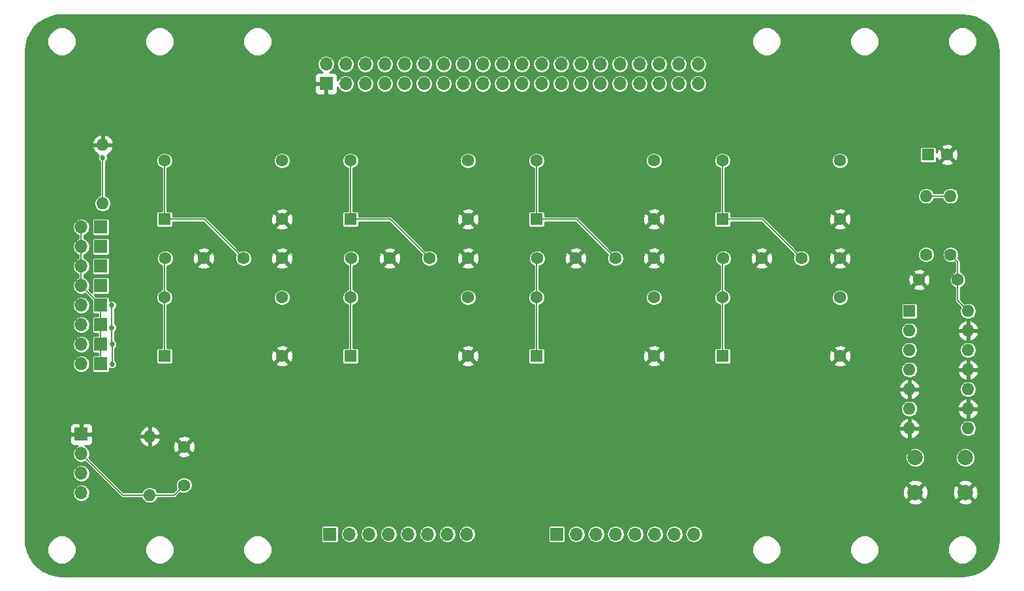
<source format=gtl>
%TF.GenerationSoftware,KiCad,Pcbnew,(5.0.0)*%
%TF.CreationDate,2018-10-23T17:22:46+02:00*%
%TF.ProjectId,S80 Clock Power Reset,53383020436C6F636B20506F77657220,1.0*%
%TF.SameCoordinates,Original*%
%TF.FileFunction,Copper,L1,Top,Signal*%
%TF.FilePolarity,Positive*%
%FSLAX46Y46*%
G04 Gerber Fmt 4.6, Leading zero omitted, Abs format (unit mm)*
G04 Created by KiCad (PCBNEW (5.0.0)) date 10/23/18 17:22:46*
%MOMM*%
%LPD*%
G01*
G04 APERTURE LIST*
%ADD10R,1.600000X1.600000*%
%ADD11C,1.600000*%
%ADD12R,1.700000X1.700000*%
%ADD13O,1.700000X1.700000*%
%ADD14O,1.600000X1.600000*%
%ADD15C,2.000000*%
%ADD16C,0.685800*%
%ADD17C,0.152400*%
%ADD18C,0.254000*%
G04 APERTURE END LIST*
D10*
X153035000Y-94234000D03*
D11*
X153035000Y-86614000D03*
X168275000Y-86614000D03*
X168275000Y-94234000D03*
X139145000Y-99314000D03*
X144145000Y-99314000D03*
D12*
X125755400Y-76631800D03*
D13*
X125755400Y-74091800D03*
X128295400Y-76631800D03*
X128295400Y-74091800D03*
X130835400Y-76631800D03*
X130835400Y-74091800D03*
X133375400Y-76631800D03*
X133375400Y-74091800D03*
X135915400Y-76631800D03*
X135915400Y-74091800D03*
X138455400Y-76631800D03*
X138455400Y-74091800D03*
X140995400Y-76631800D03*
X140995400Y-74091800D03*
X143535400Y-76631800D03*
X143535400Y-74091800D03*
X146075400Y-76631800D03*
X146075400Y-74091800D03*
X148615400Y-76631800D03*
X148615400Y-74091800D03*
X151155400Y-76631800D03*
X151155400Y-74091800D03*
X153695400Y-76631800D03*
X153695400Y-74091800D03*
X156235400Y-76631800D03*
X156235400Y-74091800D03*
X158775400Y-76631800D03*
X158775400Y-74091800D03*
X161315400Y-76631800D03*
X161315400Y-74091800D03*
X163855400Y-76631800D03*
X163855400Y-74091800D03*
X166395400Y-76631800D03*
X166395400Y-74091800D03*
X168935400Y-76631800D03*
X168935400Y-74091800D03*
X171475400Y-76631800D03*
X171475400Y-74091800D03*
X174015400Y-76631800D03*
X174015400Y-74091800D03*
D14*
X206756000Y-91211400D03*
D11*
X206756000Y-98831400D03*
X203581000Y-98831400D03*
D14*
X203581000Y-91211400D03*
D15*
X202184000Y-129722000D03*
X202184000Y-125222000D03*
X208684000Y-129722000D03*
X208684000Y-125222000D03*
D14*
X209042000Y-106172000D03*
X201422000Y-121412000D03*
X209042000Y-108712000D03*
X201422000Y-118872000D03*
X209042000Y-111252000D03*
X201422000Y-116332000D03*
X209042000Y-113792000D03*
X201422000Y-113792000D03*
X209042000Y-116332000D03*
X201422000Y-111252000D03*
X209042000Y-118872000D03*
X201422000Y-108712000D03*
X209042000Y-121412000D03*
D10*
X201422000Y-106172000D03*
D13*
X144018000Y-135153400D03*
X141478000Y-135153400D03*
X138938000Y-135153400D03*
X136398000Y-135153400D03*
X133858000Y-135153400D03*
X131318000Y-135153400D03*
X128778000Y-135153400D03*
D12*
X126238000Y-135153400D03*
X155676600Y-135153400D03*
D13*
X158216600Y-135153400D03*
X160756600Y-135153400D03*
X163296600Y-135153400D03*
X165836600Y-135153400D03*
X168376600Y-135153400D03*
X170916600Y-135153400D03*
X173456600Y-135153400D03*
D12*
X93980000Y-122174000D03*
D13*
X93980000Y-124714000D03*
X93980000Y-127254000D03*
X93980000Y-129794000D03*
D11*
X109855000Y-99314000D03*
X104855000Y-99314000D03*
X115015000Y-99314000D03*
X120015000Y-99314000D03*
X133985000Y-99314000D03*
X128985000Y-99314000D03*
X158115000Y-99314000D03*
X153115000Y-99314000D03*
X168275000Y-99314000D03*
X163275000Y-99314000D03*
X177245000Y-99314000D03*
X182245000Y-99314000D03*
X192405000Y-99314000D03*
X187405000Y-99314000D03*
X107315000Y-123799600D03*
X107315000Y-128799600D03*
D10*
X203835000Y-85852000D03*
D11*
X206335000Y-85852000D03*
X202692000Y-102108000D03*
X207692000Y-102108000D03*
D14*
X102870000Y-122453400D03*
X102870000Y-130073400D03*
D10*
X104775000Y-94234000D03*
D11*
X104775000Y-86614000D03*
X120015000Y-86614000D03*
X120015000Y-94234000D03*
X120015000Y-112014000D03*
X120015000Y-104394000D03*
X104775000Y-104394000D03*
D10*
X104775000Y-112014000D03*
D11*
X144145000Y-94234000D03*
X144145000Y-86614000D03*
X128905000Y-86614000D03*
D10*
X128905000Y-94234000D03*
X128905000Y-112014000D03*
D11*
X128905000Y-104394000D03*
X144145000Y-104394000D03*
X144145000Y-112014000D03*
X168275000Y-112014000D03*
X168275000Y-104394000D03*
X153035000Y-104394000D03*
D10*
X153035000Y-112014000D03*
X177165000Y-94234000D03*
D11*
X177165000Y-86614000D03*
X192405000Y-86614000D03*
X192405000Y-94234000D03*
D10*
X177165000Y-112014000D03*
D11*
X177165000Y-104394000D03*
X192405000Y-104394000D03*
X192405000Y-112014000D03*
D12*
X96520000Y-95250000D03*
D13*
X93980000Y-95250000D03*
D12*
X96520000Y-105410000D03*
D13*
X93980000Y-105410000D03*
X93980000Y-97790000D03*
D12*
X96520000Y-97790000D03*
D13*
X93980000Y-107950000D03*
D12*
X96520000Y-107950000D03*
X96520000Y-100330000D03*
D13*
X93980000Y-100330000D03*
D12*
X96520000Y-110490000D03*
D13*
X93980000Y-110490000D03*
X93980000Y-102870000D03*
D12*
X96520000Y-102870000D03*
D13*
X93980000Y-113030000D03*
D12*
X96520000Y-113030000D03*
D14*
X96774000Y-84582000D03*
X96774000Y-92202000D03*
D16*
X96774000Y-86207600D03*
X97972880Y-110495080D03*
X97972880Y-113090960D03*
X97955100Y-105404920D03*
X97965260Y-108300520D03*
D17*
X96520000Y-112027600D02*
X96520000Y-110490000D01*
X96520000Y-113030000D02*
X96520000Y-112027600D01*
X96520000Y-109487600D02*
X96520000Y-107950000D01*
X96520000Y-110490000D02*
X96520000Y-109487600D01*
X96520000Y-107950000D02*
X96520000Y-105410000D01*
X96520000Y-105410000D02*
X93980000Y-102870000D01*
X93980000Y-101667919D02*
X93980000Y-100330000D01*
X93980000Y-102870000D02*
X93980000Y-101667919D01*
X93980000Y-99127919D02*
X93980000Y-97790000D01*
X93980000Y-100330000D02*
X93980000Y-99127919D01*
X93980000Y-96587919D02*
X93980000Y-95250000D01*
X93980000Y-97790000D02*
X93980000Y-96587919D01*
X96774000Y-86240620D02*
X96774000Y-92202000D01*
X99339400Y-130073400D02*
X102870000Y-130073400D01*
X93980000Y-124714000D02*
X99339400Y-130073400D01*
X106041200Y-130073400D02*
X107315000Y-128799600D01*
X102870000Y-130073400D02*
X106041200Y-130073400D01*
X104775000Y-87745370D02*
X104775000Y-94234000D01*
X104775000Y-86614000D02*
X104775000Y-87745370D01*
X128905000Y-86614000D02*
X128905000Y-94234000D01*
X153035000Y-86614000D02*
X153035000Y-94234000D01*
X177165000Y-86614000D02*
X177165000Y-94234000D01*
X177245000Y-104314000D02*
X177165000Y-104394000D01*
X177165000Y-105525370D02*
X177165000Y-112014000D01*
X177165000Y-104394000D02*
X177165000Y-105525370D01*
X177165000Y-99394000D02*
X177245000Y-99314000D01*
X177165000Y-104394000D02*
X177165000Y-99394000D01*
X153035000Y-111061600D02*
X153035000Y-104394000D01*
X153035000Y-112014000D02*
X153035000Y-111061600D01*
X153035000Y-99394000D02*
X153115000Y-99314000D01*
X153035000Y-104394000D02*
X153035000Y-99394000D01*
X128905000Y-111061600D02*
X128905000Y-104394000D01*
X128905000Y-112014000D02*
X128905000Y-111061600D01*
X128905000Y-99394000D02*
X128985000Y-99314000D01*
X128905000Y-104394000D02*
X128905000Y-99394000D01*
X104775000Y-111061600D02*
X104775000Y-104394000D01*
X104775000Y-112014000D02*
X104775000Y-111061600D01*
X104775000Y-99394000D02*
X104855000Y-99314000D01*
X104775000Y-104394000D02*
X104775000Y-99394000D01*
X207692000Y-104822000D02*
X209042000Y-106172000D01*
X207692000Y-102108000D02*
X207692000Y-104822000D01*
X207692000Y-99767400D02*
X207692000Y-102108000D01*
X206756000Y-98831400D02*
X207692000Y-99767400D01*
X97972880Y-110495080D02*
X97972880Y-113090960D01*
X97965260Y-110487460D02*
X97972880Y-110495080D01*
X97965260Y-108079540D02*
X97965260Y-110487460D01*
X97955100Y-105404920D02*
X97957640Y-108143040D01*
X97957640Y-108143040D02*
X97965260Y-108079540D01*
X177165000Y-94234000D02*
X182325000Y-94234000D01*
X182325000Y-94234000D02*
X187405000Y-99314000D01*
X153035000Y-94234000D02*
X158195000Y-94234000D01*
X158195000Y-94234000D02*
X163275000Y-99314000D01*
X128905000Y-94234000D02*
X134065000Y-94234000D01*
X134065000Y-94234000D02*
X139145000Y-99314000D01*
X104775000Y-94234000D02*
X109935000Y-94234000D01*
X109935000Y-94234000D02*
X115015000Y-99314000D01*
X204712370Y-91211400D02*
X206756000Y-91211400D01*
X203581000Y-91211400D02*
X204712370Y-91211400D01*
D18*
G36*
X209112138Y-67765174D02*
X209917971Y-67985625D01*
X210672032Y-68345295D01*
X211350486Y-68832812D01*
X211931877Y-69432762D01*
X212397847Y-70126197D01*
X212733651Y-70891180D01*
X212929382Y-71706460D01*
X212980601Y-72403924D01*
X212980600Y-135873103D01*
X212904826Y-136722138D01*
X212684376Y-137527970D01*
X212324705Y-138282032D01*
X211837188Y-138960486D01*
X211237235Y-139541880D01*
X210543801Y-140007848D01*
X209778820Y-140343651D01*
X208963540Y-140539382D01*
X208266089Y-140590600D01*
X91456897Y-140590600D01*
X90607862Y-140514826D01*
X89802030Y-140294376D01*
X89047968Y-139934705D01*
X88369514Y-139447188D01*
X87788120Y-138847235D01*
X87322152Y-138153801D01*
X86986349Y-137388820D01*
X86841665Y-136786164D01*
X89560600Y-136786164D01*
X89560600Y-137533836D01*
X89846721Y-138224595D01*
X90375405Y-138753279D01*
X91066164Y-139039400D01*
X91813836Y-139039400D01*
X92504595Y-138753279D01*
X93033279Y-138224595D01*
X93319400Y-137533836D01*
X93319400Y-136786164D01*
X102260600Y-136786164D01*
X102260600Y-137533836D01*
X102546721Y-138224595D01*
X103075405Y-138753279D01*
X103766164Y-139039400D01*
X104513836Y-139039400D01*
X105204595Y-138753279D01*
X105733279Y-138224595D01*
X106019400Y-137533836D01*
X106019400Y-136786164D01*
X114960600Y-136786164D01*
X114960600Y-137533836D01*
X115246721Y-138224595D01*
X115775405Y-138753279D01*
X116466164Y-139039400D01*
X117213836Y-139039400D01*
X117904595Y-138753279D01*
X118433279Y-138224595D01*
X118719400Y-137533836D01*
X118719400Y-136786164D01*
X181000600Y-136786164D01*
X181000600Y-137533836D01*
X181286721Y-138224595D01*
X181815405Y-138753279D01*
X182506164Y-139039400D01*
X183253836Y-139039400D01*
X183944595Y-138753279D01*
X184473279Y-138224595D01*
X184759400Y-137533836D01*
X184759400Y-136786164D01*
X193700600Y-136786164D01*
X193700600Y-137533836D01*
X193986721Y-138224595D01*
X194515405Y-138753279D01*
X195206164Y-139039400D01*
X195953836Y-139039400D01*
X196644595Y-138753279D01*
X197173279Y-138224595D01*
X197459400Y-137533836D01*
X197459400Y-136786164D01*
X206400600Y-136786164D01*
X206400600Y-137533836D01*
X206686721Y-138224595D01*
X207215405Y-138753279D01*
X207906164Y-139039400D01*
X208653836Y-139039400D01*
X209344595Y-138753279D01*
X209873279Y-138224595D01*
X210159400Y-137533836D01*
X210159400Y-136786164D01*
X209873279Y-136095405D01*
X209344595Y-135566721D01*
X208653836Y-135280600D01*
X207906164Y-135280600D01*
X207215405Y-135566721D01*
X206686721Y-136095405D01*
X206400600Y-136786164D01*
X197459400Y-136786164D01*
X197173279Y-136095405D01*
X196644595Y-135566721D01*
X195953836Y-135280600D01*
X195206164Y-135280600D01*
X194515405Y-135566721D01*
X193986721Y-136095405D01*
X193700600Y-136786164D01*
X184759400Y-136786164D01*
X184473279Y-136095405D01*
X183944595Y-135566721D01*
X183253836Y-135280600D01*
X182506164Y-135280600D01*
X181815405Y-135566721D01*
X181286721Y-136095405D01*
X181000600Y-136786164D01*
X118719400Y-136786164D01*
X118433279Y-136095405D01*
X117904595Y-135566721D01*
X117213836Y-135280600D01*
X116466164Y-135280600D01*
X115775405Y-135566721D01*
X115246721Y-136095405D01*
X114960600Y-136786164D01*
X106019400Y-136786164D01*
X105733279Y-136095405D01*
X105204595Y-135566721D01*
X104513836Y-135280600D01*
X103766164Y-135280600D01*
X103075405Y-135566721D01*
X102546721Y-136095405D01*
X102260600Y-136786164D01*
X93319400Y-136786164D01*
X93033279Y-136095405D01*
X92504595Y-135566721D01*
X91813836Y-135280600D01*
X91066164Y-135280600D01*
X90375405Y-135566721D01*
X89846721Y-136095405D01*
X89560600Y-136786164D01*
X86841665Y-136786164D01*
X86790618Y-136573540D01*
X86739400Y-135876089D01*
X86739400Y-134303400D01*
X125103127Y-134303400D01*
X125103127Y-136003400D01*
X125124812Y-136112416D01*
X125186564Y-136204836D01*
X125278984Y-136266588D01*
X125388000Y-136288273D01*
X127088000Y-136288273D01*
X127197016Y-136266588D01*
X127289436Y-136204836D01*
X127351188Y-136112416D01*
X127372873Y-136003400D01*
X127372873Y-135153400D01*
X127626474Y-135153400D01*
X127714129Y-135594070D01*
X127963748Y-135967652D01*
X128337330Y-136217271D01*
X128666765Y-136282800D01*
X128889235Y-136282800D01*
X129218670Y-136217271D01*
X129592252Y-135967652D01*
X129841871Y-135594070D01*
X129929526Y-135153400D01*
X130166474Y-135153400D01*
X130254129Y-135594070D01*
X130503748Y-135967652D01*
X130877330Y-136217271D01*
X131206765Y-136282800D01*
X131429235Y-136282800D01*
X131758670Y-136217271D01*
X132132252Y-135967652D01*
X132381871Y-135594070D01*
X132469526Y-135153400D01*
X132706474Y-135153400D01*
X132794129Y-135594070D01*
X133043748Y-135967652D01*
X133417330Y-136217271D01*
X133746765Y-136282800D01*
X133969235Y-136282800D01*
X134298670Y-136217271D01*
X134672252Y-135967652D01*
X134921871Y-135594070D01*
X135009526Y-135153400D01*
X135246474Y-135153400D01*
X135334129Y-135594070D01*
X135583748Y-135967652D01*
X135957330Y-136217271D01*
X136286765Y-136282800D01*
X136509235Y-136282800D01*
X136838670Y-136217271D01*
X137212252Y-135967652D01*
X137461871Y-135594070D01*
X137549526Y-135153400D01*
X137786474Y-135153400D01*
X137874129Y-135594070D01*
X138123748Y-135967652D01*
X138497330Y-136217271D01*
X138826765Y-136282800D01*
X139049235Y-136282800D01*
X139378670Y-136217271D01*
X139752252Y-135967652D01*
X140001871Y-135594070D01*
X140089526Y-135153400D01*
X140326474Y-135153400D01*
X140414129Y-135594070D01*
X140663748Y-135967652D01*
X141037330Y-136217271D01*
X141366765Y-136282800D01*
X141589235Y-136282800D01*
X141918670Y-136217271D01*
X142292252Y-135967652D01*
X142541871Y-135594070D01*
X142629526Y-135153400D01*
X142866474Y-135153400D01*
X142954129Y-135594070D01*
X143203748Y-135967652D01*
X143577330Y-136217271D01*
X143906765Y-136282800D01*
X144129235Y-136282800D01*
X144458670Y-136217271D01*
X144832252Y-135967652D01*
X145081871Y-135594070D01*
X145169526Y-135153400D01*
X145081871Y-134712730D01*
X144832252Y-134339148D01*
X144778752Y-134303400D01*
X154541727Y-134303400D01*
X154541727Y-136003400D01*
X154563412Y-136112416D01*
X154625164Y-136204836D01*
X154717584Y-136266588D01*
X154826600Y-136288273D01*
X156526600Y-136288273D01*
X156635616Y-136266588D01*
X156728036Y-136204836D01*
X156789788Y-136112416D01*
X156811473Y-136003400D01*
X156811473Y-135153400D01*
X157065074Y-135153400D01*
X157152729Y-135594070D01*
X157402348Y-135967652D01*
X157775930Y-136217271D01*
X158105365Y-136282800D01*
X158327835Y-136282800D01*
X158657270Y-136217271D01*
X159030852Y-135967652D01*
X159280471Y-135594070D01*
X159368126Y-135153400D01*
X159605074Y-135153400D01*
X159692729Y-135594070D01*
X159942348Y-135967652D01*
X160315930Y-136217271D01*
X160645365Y-136282800D01*
X160867835Y-136282800D01*
X161197270Y-136217271D01*
X161570852Y-135967652D01*
X161820471Y-135594070D01*
X161908126Y-135153400D01*
X162145074Y-135153400D01*
X162232729Y-135594070D01*
X162482348Y-135967652D01*
X162855930Y-136217271D01*
X163185365Y-136282800D01*
X163407835Y-136282800D01*
X163737270Y-136217271D01*
X164110852Y-135967652D01*
X164360471Y-135594070D01*
X164448126Y-135153400D01*
X164685074Y-135153400D01*
X164772729Y-135594070D01*
X165022348Y-135967652D01*
X165395930Y-136217271D01*
X165725365Y-136282800D01*
X165947835Y-136282800D01*
X166277270Y-136217271D01*
X166650852Y-135967652D01*
X166900471Y-135594070D01*
X166988126Y-135153400D01*
X167225074Y-135153400D01*
X167312729Y-135594070D01*
X167562348Y-135967652D01*
X167935930Y-136217271D01*
X168265365Y-136282800D01*
X168487835Y-136282800D01*
X168817270Y-136217271D01*
X169190852Y-135967652D01*
X169440471Y-135594070D01*
X169528126Y-135153400D01*
X169765074Y-135153400D01*
X169852729Y-135594070D01*
X170102348Y-135967652D01*
X170475930Y-136217271D01*
X170805365Y-136282800D01*
X171027835Y-136282800D01*
X171357270Y-136217271D01*
X171730852Y-135967652D01*
X171980471Y-135594070D01*
X172068126Y-135153400D01*
X172305074Y-135153400D01*
X172392729Y-135594070D01*
X172642348Y-135967652D01*
X173015930Y-136217271D01*
X173345365Y-136282800D01*
X173567835Y-136282800D01*
X173897270Y-136217271D01*
X174270852Y-135967652D01*
X174520471Y-135594070D01*
X174608126Y-135153400D01*
X174520471Y-134712730D01*
X174270852Y-134339148D01*
X173897270Y-134089529D01*
X173567835Y-134024000D01*
X173345365Y-134024000D01*
X173015930Y-134089529D01*
X172642348Y-134339148D01*
X172392729Y-134712730D01*
X172305074Y-135153400D01*
X172068126Y-135153400D01*
X171980471Y-134712730D01*
X171730852Y-134339148D01*
X171357270Y-134089529D01*
X171027835Y-134024000D01*
X170805365Y-134024000D01*
X170475930Y-134089529D01*
X170102348Y-134339148D01*
X169852729Y-134712730D01*
X169765074Y-135153400D01*
X169528126Y-135153400D01*
X169440471Y-134712730D01*
X169190852Y-134339148D01*
X168817270Y-134089529D01*
X168487835Y-134024000D01*
X168265365Y-134024000D01*
X167935930Y-134089529D01*
X167562348Y-134339148D01*
X167312729Y-134712730D01*
X167225074Y-135153400D01*
X166988126Y-135153400D01*
X166900471Y-134712730D01*
X166650852Y-134339148D01*
X166277270Y-134089529D01*
X165947835Y-134024000D01*
X165725365Y-134024000D01*
X165395930Y-134089529D01*
X165022348Y-134339148D01*
X164772729Y-134712730D01*
X164685074Y-135153400D01*
X164448126Y-135153400D01*
X164360471Y-134712730D01*
X164110852Y-134339148D01*
X163737270Y-134089529D01*
X163407835Y-134024000D01*
X163185365Y-134024000D01*
X162855930Y-134089529D01*
X162482348Y-134339148D01*
X162232729Y-134712730D01*
X162145074Y-135153400D01*
X161908126Y-135153400D01*
X161820471Y-134712730D01*
X161570852Y-134339148D01*
X161197270Y-134089529D01*
X160867835Y-134024000D01*
X160645365Y-134024000D01*
X160315930Y-134089529D01*
X159942348Y-134339148D01*
X159692729Y-134712730D01*
X159605074Y-135153400D01*
X159368126Y-135153400D01*
X159280471Y-134712730D01*
X159030852Y-134339148D01*
X158657270Y-134089529D01*
X158327835Y-134024000D01*
X158105365Y-134024000D01*
X157775930Y-134089529D01*
X157402348Y-134339148D01*
X157152729Y-134712730D01*
X157065074Y-135153400D01*
X156811473Y-135153400D01*
X156811473Y-134303400D01*
X156789788Y-134194384D01*
X156728036Y-134101964D01*
X156635616Y-134040212D01*
X156526600Y-134018527D01*
X154826600Y-134018527D01*
X154717584Y-134040212D01*
X154625164Y-134101964D01*
X154563412Y-134194384D01*
X154541727Y-134303400D01*
X144778752Y-134303400D01*
X144458670Y-134089529D01*
X144129235Y-134024000D01*
X143906765Y-134024000D01*
X143577330Y-134089529D01*
X143203748Y-134339148D01*
X142954129Y-134712730D01*
X142866474Y-135153400D01*
X142629526Y-135153400D01*
X142541871Y-134712730D01*
X142292252Y-134339148D01*
X141918670Y-134089529D01*
X141589235Y-134024000D01*
X141366765Y-134024000D01*
X141037330Y-134089529D01*
X140663748Y-134339148D01*
X140414129Y-134712730D01*
X140326474Y-135153400D01*
X140089526Y-135153400D01*
X140001871Y-134712730D01*
X139752252Y-134339148D01*
X139378670Y-134089529D01*
X139049235Y-134024000D01*
X138826765Y-134024000D01*
X138497330Y-134089529D01*
X138123748Y-134339148D01*
X137874129Y-134712730D01*
X137786474Y-135153400D01*
X137549526Y-135153400D01*
X137461871Y-134712730D01*
X137212252Y-134339148D01*
X136838670Y-134089529D01*
X136509235Y-134024000D01*
X136286765Y-134024000D01*
X135957330Y-134089529D01*
X135583748Y-134339148D01*
X135334129Y-134712730D01*
X135246474Y-135153400D01*
X135009526Y-135153400D01*
X134921871Y-134712730D01*
X134672252Y-134339148D01*
X134298670Y-134089529D01*
X133969235Y-134024000D01*
X133746765Y-134024000D01*
X133417330Y-134089529D01*
X133043748Y-134339148D01*
X132794129Y-134712730D01*
X132706474Y-135153400D01*
X132469526Y-135153400D01*
X132381871Y-134712730D01*
X132132252Y-134339148D01*
X131758670Y-134089529D01*
X131429235Y-134024000D01*
X131206765Y-134024000D01*
X130877330Y-134089529D01*
X130503748Y-134339148D01*
X130254129Y-134712730D01*
X130166474Y-135153400D01*
X129929526Y-135153400D01*
X129841871Y-134712730D01*
X129592252Y-134339148D01*
X129218670Y-134089529D01*
X128889235Y-134024000D01*
X128666765Y-134024000D01*
X128337330Y-134089529D01*
X127963748Y-134339148D01*
X127714129Y-134712730D01*
X127626474Y-135153400D01*
X127372873Y-135153400D01*
X127372873Y-134303400D01*
X127351188Y-134194384D01*
X127289436Y-134101964D01*
X127197016Y-134040212D01*
X127088000Y-134018527D01*
X125388000Y-134018527D01*
X125278984Y-134040212D01*
X125186564Y-134101964D01*
X125124812Y-134194384D01*
X125103127Y-134303400D01*
X86739400Y-134303400D01*
X86739400Y-129794000D01*
X92828474Y-129794000D01*
X92916129Y-130234670D01*
X93165748Y-130608252D01*
X93539330Y-130857871D01*
X93868765Y-130923400D01*
X94091235Y-130923400D01*
X94420670Y-130857871D01*
X94794252Y-130608252D01*
X95043871Y-130234670D01*
X95131526Y-129794000D01*
X95043871Y-129353330D01*
X94794252Y-128979748D01*
X94420670Y-128730129D01*
X94091235Y-128664600D01*
X93868765Y-128664600D01*
X93539330Y-128730129D01*
X93165748Y-128979748D01*
X92916129Y-129353330D01*
X92828474Y-129794000D01*
X86739400Y-129794000D01*
X86739400Y-127254000D01*
X92828474Y-127254000D01*
X92916129Y-127694670D01*
X93165748Y-128068252D01*
X93539330Y-128317871D01*
X93868765Y-128383400D01*
X94091235Y-128383400D01*
X94420670Y-128317871D01*
X94794252Y-128068252D01*
X95043871Y-127694670D01*
X95131526Y-127254000D01*
X95043871Y-126813330D01*
X94794252Y-126439748D01*
X94420670Y-126190129D01*
X94091235Y-126124600D01*
X93868765Y-126124600D01*
X93539330Y-126190129D01*
X93165748Y-126439748D01*
X92916129Y-126813330D01*
X92828474Y-127254000D01*
X86739400Y-127254000D01*
X86739400Y-122459750D01*
X92495000Y-122459750D01*
X92495000Y-123150310D01*
X92591673Y-123383699D01*
X92770302Y-123562327D01*
X93003691Y-123659000D01*
X93526054Y-123659000D01*
X93165748Y-123899748D01*
X92916129Y-124273330D01*
X92828474Y-124714000D01*
X92916129Y-125154670D01*
X93165748Y-125528252D01*
X93539330Y-125777871D01*
X93868765Y-125843400D01*
X94091235Y-125843400D01*
X94420670Y-125777871D01*
X94492789Y-125729683D01*
X99063189Y-130300083D01*
X99083027Y-130329773D01*
X99200652Y-130408367D01*
X99304380Y-130429000D01*
X99339399Y-130435966D01*
X99374418Y-130429000D01*
X101840187Y-130429000D01*
X101853228Y-130494561D01*
X102091796Y-130851604D01*
X102448839Y-131090172D01*
X102763692Y-131152800D01*
X102976308Y-131152800D01*
X103291161Y-131090172D01*
X103613889Y-130874532D01*
X201211073Y-130874532D01*
X201309736Y-131141387D01*
X201919461Y-131367908D01*
X202569460Y-131343856D01*
X203058264Y-131141387D01*
X203156927Y-130874532D01*
X207711073Y-130874532D01*
X207809736Y-131141387D01*
X208419461Y-131367908D01*
X209069460Y-131343856D01*
X209558264Y-131141387D01*
X209656927Y-130874532D01*
X208684000Y-129901605D01*
X207711073Y-130874532D01*
X203156927Y-130874532D01*
X202184000Y-129901605D01*
X201211073Y-130874532D01*
X103613889Y-130874532D01*
X103648204Y-130851604D01*
X103886772Y-130494561D01*
X103899813Y-130429000D01*
X106006180Y-130429000D01*
X106041200Y-130435966D01*
X106076220Y-130429000D01*
X106179948Y-130408367D01*
X106297573Y-130329773D01*
X106317411Y-130300083D01*
X106844463Y-129773031D01*
X107100294Y-129879000D01*
X107529706Y-129879000D01*
X107926431Y-129714671D01*
X108183641Y-129457461D01*
X200538092Y-129457461D01*
X200562144Y-130107460D01*
X200764613Y-130596264D01*
X201031468Y-130694927D01*
X202004395Y-129722000D01*
X202363605Y-129722000D01*
X203336532Y-130694927D01*
X203603387Y-130596264D01*
X203829908Y-129986539D01*
X203810331Y-129457461D01*
X207038092Y-129457461D01*
X207062144Y-130107460D01*
X207264613Y-130596264D01*
X207531468Y-130694927D01*
X208504395Y-129722000D01*
X208863605Y-129722000D01*
X209836532Y-130694927D01*
X210103387Y-130596264D01*
X210329908Y-129986539D01*
X210305856Y-129336540D01*
X210103387Y-128847736D01*
X209836532Y-128749073D01*
X208863605Y-129722000D01*
X208504395Y-129722000D01*
X207531468Y-128749073D01*
X207264613Y-128847736D01*
X207038092Y-129457461D01*
X203810331Y-129457461D01*
X203805856Y-129336540D01*
X203603387Y-128847736D01*
X203336532Y-128749073D01*
X202363605Y-129722000D01*
X202004395Y-129722000D01*
X201031468Y-128749073D01*
X200764613Y-128847736D01*
X200538092Y-129457461D01*
X108183641Y-129457461D01*
X108230071Y-129411031D01*
X108394400Y-129014306D01*
X108394400Y-128584894D01*
X108388011Y-128569468D01*
X201211073Y-128569468D01*
X202184000Y-129542395D01*
X203156927Y-128569468D01*
X207711073Y-128569468D01*
X208684000Y-129542395D01*
X209656927Y-128569468D01*
X209558264Y-128302613D01*
X208948539Y-128076092D01*
X208298540Y-128100144D01*
X207809736Y-128302613D01*
X207711073Y-128569468D01*
X203156927Y-128569468D01*
X203058264Y-128302613D01*
X202448539Y-128076092D01*
X201798540Y-128100144D01*
X201309736Y-128302613D01*
X201211073Y-128569468D01*
X108388011Y-128569468D01*
X108230071Y-128188169D01*
X107926431Y-127884529D01*
X107529706Y-127720200D01*
X107100294Y-127720200D01*
X106703569Y-127884529D01*
X106399929Y-128188169D01*
X106235600Y-128584894D01*
X106235600Y-129014306D01*
X106341569Y-129270137D01*
X105893906Y-129717800D01*
X103899813Y-129717800D01*
X103886772Y-129652239D01*
X103648204Y-129295196D01*
X103291161Y-129056628D01*
X102976308Y-128994000D01*
X102763692Y-128994000D01*
X102448839Y-129056628D01*
X102091796Y-129295196D01*
X101853228Y-129652239D01*
X101840187Y-129717800D01*
X99486694Y-129717800D01*
X94995683Y-125226789D01*
X95043871Y-125154670D01*
X95112958Y-124807345D01*
X106486861Y-124807345D01*
X106560995Y-125053464D01*
X107098223Y-125246565D01*
X107668454Y-125219378D01*
X108069005Y-125053464D01*
X108094894Y-124967512D01*
X200904600Y-124967512D01*
X200904600Y-125476488D01*
X201099377Y-125946722D01*
X201459278Y-126306623D01*
X201929512Y-126501400D01*
X202438488Y-126501400D01*
X202908722Y-126306623D01*
X203268623Y-125946722D01*
X203463400Y-125476488D01*
X203463400Y-124967512D01*
X207404600Y-124967512D01*
X207404600Y-125476488D01*
X207599377Y-125946722D01*
X207959278Y-126306623D01*
X208429512Y-126501400D01*
X208938488Y-126501400D01*
X209408722Y-126306623D01*
X209768623Y-125946722D01*
X209963400Y-125476488D01*
X209963400Y-124967512D01*
X209768623Y-124497278D01*
X209408722Y-124137377D01*
X208938488Y-123942600D01*
X208429512Y-123942600D01*
X207959278Y-124137377D01*
X207599377Y-124497278D01*
X207404600Y-124967512D01*
X203463400Y-124967512D01*
X203268623Y-124497278D01*
X202908722Y-124137377D01*
X202438488Y-123942600D01*
X201929512Y-123942600D01*
X201459278Y-124137377D01*
X201099377Y-124497278D01*
X200904600Y-124967512D01*
X108094894Y-124967512D01*
X108143139Y-124807345D01*
X107315000Y-123979205D01*
X106486861Y-124807345D01*
X95112958Y-124807345D01*
X95131526Y-124714000D01*
X95043871Y-124273330D01*
X94794252Y-123899748D01*
X94433946Y-123659000D01*
X94956309Y-123659000D01*
X95189698Y-123562327D01*
X95368327Y-123383699D01*
X95465000Y-123150310D01*
X95465000Y-122802441D01*
X101478086Y-122802441D01*
X101717611Y-123308534D01*
X102132577Y-123684441D01*
X102520961Y-123845304D01*
X102743000Y-123723315D01*
X102743000Y-122580400D01*
X102997000Y-122580400D01*
X102997000Y-123723315D01*
X103219039Y-123845304D01*
X103607423Y-123684441D01*
X103719599Y-123582823D01*
X105868035Y-123582823D01*
X105895222Y-124153054D01*
X106061136Y-124553605D01*
X106307255Y-124627739D01*
X107135395Y-123799600D01*
X107494605Y-123799600D01*
X108322745Y-124627739D01*
X108568864Y-124553605D01*
X108761965Y-124016377D01*
X108734778Y-123446146D01*
X108568864Y-123045595D01*
X108322745Y-122971461D01*
X107494605Y-123799600D01*
X107135395Y-123799600D01*
X106307255Y-122971461D01*
X106061136Y-123045595D01*
X105868035Y-123582823D01*
X103719599Y-123582823D01*
X104022389Y-123308534D01*
X104261914Y-122802441D01*
X104256132Y-122791855D01*
X106486861Y-122791855D01*
X107315000Y-123619995D01*
X108143139Y-122791855D01*
X108069005Y-122545736D01*
X107531777Y-122352635D01*
X106961546Y-122379822D01*
X106560995Y-122545736D01*
X106486861Y-122791855D01*
X104256132Y-122791855D01*
X104140629Y-122580400D01*
X102997000Y-122580400D01*
X102743000Y-122580400D01*
X101599371Y-122580400D01*
X101478086Y-122802441D01*
X95465000Y-122802441D01*
X95465000Y-122459750D01*
X95306250Y-122301000D01*
X94107000Y-122301000D01*
X94107000Y-122321000D01*
X93853000Y-122321000D01*
X93853000Y-122301000D01*
X92653750Y-122301000D01*
X92495000Y-122459750D01*
X86739400Y-122459750D01*
X86739400Y-122104359D01*
X101478086Y-122104359D01*
X101599371Y-122326400D01*
X102743000Y-122326400D01*
X102743000Y-121183485D01*
X102997000Y-121183485D01*
X102997000Y-122326400D01*
X104140629Y-122326400D01*
X104261914Y-122104359D01*
X104099427Y-121761039D01*
X200030096Y-121761039D01*
X200190959Y-122149423D01*
X200566866Y-122564389D01*
X201072959Y-122803914D01*
X201295000Y-122682629D01*
X201295000Y-121539000D01*
X201549000Y-121539000D01*
X201549000Y-122682629D01*
X201771041Y-122803914D01*
X202277134Y-122564389D01*
X202653041Y-122149423D01*
X202813904Y-121761039D01*
X202691915Y-121539000D01*
X201549000Y-121539000D01*
X201295000Y-121539000D01*
X200152085Y-121539000D01*
X200030096Y-121761039D01*
X104099427Y-121761039D01*
X104022389Y-121598266D01*
X103816769Y-121412000D01*
X207941454Y-121412000D01*
X208025228Y-121833161D01*
X208263796Y-122190204D01*
X208620839Y-122428772D01*
X208935692Y-122491400D01*
X209148308Y-122491400D01*
X209463161Y-122428772D01*
X209820204Y-122190204D01*
X210058772Y-121833161D01*
X210142546Y-121412000D01*
X210058772Y-120990839D01*
X209820204Y-120633796D01*
X209463161Y-120395228D01*
X209148308Y-120332600D01*
X208935692Y-120332600D01*
X208620839Y-120395228D01*
X208263796Y-120633796D01*
X208025228Y-120990839D01*
X207941454Y-121412000D01*
X103816769Y-121412000D01*
X103607423Y-121222359D01*
X103222577Y-121062961D01*
X200030096Y-121062961D01*
X200152085Y-121285000D01*
X201295000Y-121285000D01*
X201295000Y-120141371D01*
X201549000Y-120141371D01*
X201549000Y-121285000D01*
X202691915Y-121285000D01*
X202813904Y-121062961D01*
X202653041Y-120674577D01*
X202277134Y-120259611D01*
X201771041Y-120020086D01*
X201549000Y-120141371D01*
X201295000Y-120141371D01*
X201072959Y-120020086D01*
X200566866Y-120259611D01*
X200190959Y-120674577D01*
X200030096Y-121062961D01*
X103222577Y-121062961D01*
X103219039Y-121061496D01*
X102997000Y-121183485D01*
X102743000Y-121183485D01*
X102520961Y-121061496D01*
X102132577Y-121222359D01*
X101717611Y-121598266D01*
X101478086Y-122104359D01*
X86739400Y-122104359D01*
X86739400Y-121197690D01*
X92495000Y-121197690D01*
X92495000Y-121888250D01*
X92653750Y-122047000D01*
X93853000Y-122047000D01*
X93853000Y-120847750D01*
X94107000Y-120847750D01*
X94107000Y-122047000D01*
X95306250Y-122047000D01*
X95465000Y-121888250D01*
X95465000Y-121197690D01*
X95368327Y-120964301D01*
X95189698Y-120785673D01*
X94956309Y-120689000D01*
X94265750Y-120689000D01*
X94107000Y-120847750D01*
X93853000Y-120847750D01*
X93694250Y-120689000D01*
X93003691Y-120689000D01*
X92770302Y-120785673D01*
X92591673Y-120964301D01*
X92495000Y-121197690D01*
X86739400Y-121197690D01*
X86739400Y-118872000D01*
X200321454Y-118872000D01*
X200405228Y-119293161D01*
X200643796Y-119650204D01*
X201000839Y-119888772D01*
X201315692Y-119951400D01*
X201528308Y-119951400D01*
X201843161Y-119888772D01*
X202200204Y-119650204D01*
X202438772Y-119293161D01*
X202453117Y-119221039D01*
X207650096Y-119221039D01*
X207810959Y-119609423D01*
X208186866Y-120024389D01*
X208692959Y-120263914D01*
X208915000Y-120142629D01*
X208915000Y-118999000D01*
X209169000Y-118999000D01*
X209169000Y-120142629D01*
X209391041Y-120263914D01*
X209897134Y-120024389D01*
X210273041Y-119609423D01*
X210433904Y-119221039D01*
X210311915Y-118999000D01*
X209169000Y-118999000D01*
X208915000Y-118999000D01*
X207772085Y-118999000D01*
X207650096Y-119221039D01*
X202453117Y-119221039D01*
X202522546Y-118872000D01*
X202453118Y-118522961D01*
X207650096Y-118522961D01*
X207772085Y-118745000D01*
X208915000Y-118745000D01*
X208915000Y-117601371D01*
X209169000Y-117601371D01*
X209169000Y-118745000D01*
X210311915Y-118745000D01*
X210433904Y-118522961D01*
X210273041Y-118134577D01*
X209897134Y-117719611D01*
X209391041Y-117480086D01*
X209169000Y-117601371D01*
X208915000Y-117601371D01*
X208692959Y-117480086D01*
X208186866Y-117719611D01*
X207810959Y-118134577D01*
X207650096Y-118522961D01*
X202453118Y-118522961D01*
X202438772Y-118450839D01*
X202200204Y-118093796D01*
X201843161Y-117855228D01*
X201528308Y-117792600D01*
X201315692Y-117792600D01*
X201000839Y-117855228D01*
X200643796Y-118093796D01*
X200405228Y-118450839D01*
X200321454Y-118872000D01*
X86739400Y-118872000D01*
X86739400Y-116681039D01*
X200030096Y-116681039D01*
X200190959Y-117069423D01*
X200566866Y-117484389D01*
X201072959Y-117723914D01*
X201295000Y-117602629D01*
X201295000Y-116459000D01*
X201549000Y-116459000D01*
X201549000Y-117602629D01*
X201771041Y-117723914D01*
X202277134Y-117484389D01*
X202653041Y-117069423D01*
X202813904Y-116681039D01*
X202691915Y-116459000D01*
X201549000Y-116459000D01*
X201295000Y-116459000D01*
X200152085Y-116459000D01*
X200030096Y-116681039D01*
X86739400Y-116681039D01*
X86739400Y-116332000D01*
X207941454Y-116332000D01*
X208025228Y-116753161D01*
X208263796Y-117110204D01*
X208620839Y-117348772D01*
X208935692Y-117411400D01*
X209148308Y-117411400D01*
X209463161Y-117348772D01*
X209820204Y-117110204D01*
X210058772Y-116753161D01*
X210142546Y-116332000D01*
X210058772Y-115910839D01*
X209820204Y-115553796D01*
X209463161Y-115315228D01*
X209148308Y-115252600D01*
X208935692Y-115252600D01*
X208620839Y-115315228D01*
X208263796Y-115553796D01*
X208025228Y-115910839D01*
X207941454Y-116332000D01*
X86739400Y-116332000D01*
X86739400Y-115982961D01*
X200030096Y-115982961D01*
X200152085Y-116205000D01*
X201295000Y-116205000D01*
X201295000Y-115061371D01*
X201549000Y-115061371D01*
X201549000Y-116205000D01*
X202691915Y-116205000D01*
X202813904Y-115982961D01*
X202653041Y-115594577D01*
X202277134Y-115179611D01*
X201771041Y-114940086D01*
X201549000Y-115061371D01*
X201295000Y-115061371D01*
X201072959Y-114940086D01*
X200566866Y-115179611D01*
X200190959Y-115594577D01*
X200030096Y-115982961D01*
X86739400Y-115982961D01*
X86739400Y-113030000D01*
X92828474Y-113030000D01*
X92916129Y-113470670D01*
X93165748Y-113844252D01*
X93539330Y-114093871D01*
X93868765Y-114159400D01*
X94091235Y-114159400D01*
X94420670Y-114093871D01*
X94794252Y-113844252D01*
X95043871Y-113470670D01*
X95131526Y-113030000D01*
X95043871Y-112589330D01*
X94794252Y-112215748D01*
X94420670Y-111966129D01*
X94091235Y-111900600D01*
X93868765Y-111900600D01*
X93539330Y-111966129D01*
X93165748Y-112215748D01*
X92916129Y-112589330D01*
X92828474Y-113030000D01*
X86739400Y-113030000D01*
X86739400Y-110490000D01*
X92828474Y-110490000D01*
X92916129Y-110930670D01*
X93165748Y-111304252D01*
X93539330Y-111553871D01*
X93868765Y-111619400D01*
X94091235Y-111619400D01*
X94420670Y-111553871D01*
X94794252Y-111304252D01*
X95043871Y-110930670D01*
X95131526Y-110490000D01*
X95043871Y-110049330D01*
X94794252Y-109675748D01*
X94420670Y-109426129D01*
X94091235Y-109360600D01*
X93868765Y-109360600D01*
X93539330Y-109426129D01*
X93165748Y-109675748D01*
X92916129Y-110049330D01*
X92828474Y-110490000D01*
X86739400Y-110490000D01*
X86739400Y-107950000D01*
X92828474Y-107950000D01*
X92916129Y-108390670D01*
X93165748Y-108764252D01*
X93539330Y-109013871D01*
X93868765Y-109079400D01*
X94091235Y-109079400D01*
X94420670Y-109013871D01*
X94794252Y-108764252D01*
X95043871Y-108390670D01*
X95131526Y-107950000D01*
X95043871Y-107509330D01*
X94794252Y-107135748D01*
X94420670Y-106886129D01*
X94091235Y-106820600D01*
X93868765Y-106820600D01*
X93539330Y-106886129D01*
X93165748Y-107135748D01*
X92916129Y-107509330D01*
X92828474Y-107950000D01*
X86739400Y-107950000D01*
X86739400Y-105410000D01*
X92828474Y-105410000D01*
X92916129Y-105850670D01*
X93165748Y-106224252D01*
X93539330Y-106473871D01*
X93868765Y-106539400D01*
X94091235Y-106539400D01*
X94420670Y-106473871D01*
X94794252Y-106224252D01*
X95043871Y-105850670D01*
X95131526Y-105410000D01*
X95043871Y-104969330D01*
X94794252Y-104595748D01*
X94420670Y-104346129D01*
X94091235Y-104280600D01*
X93868765Y-104280600D01*
X93539330Y-104346129D01*
X93165748Y-104595748D01*
X92916129Y-104969330D01*
X92828474Y-105410000D01*
X86739400Y-105410000D01*
X86739400Y-95250000D01*
X92828474Y-95250000D01*
X92916129Y-95690670D01*
X93165748Y-96064252D01*
X93539330Y-96313871D01*
X93624400Y-96330793D01*
X93624400Y-96622938D01*
X93624401Y-96622943D01*
X93624401Y-96709207D01*
X93539330Y-96726129D01*
X93165748Y-96975748D01*
X92916129Y-97349330D01*
X92828474Y-97790000D01*
X92916129Y-98230670D01*
X93165748Y-98604252D01*
X93539330Y-98853871D01*
X93624400Y-98870793D01*
X93624400Y-99162938D01*
X93624401Y-99162943D01*
X93624401Y-99249207D01*
X93539330Y-99266129D01*
X93165748Y-99515748D01*
X92916129Y-99889330D01*
X92828474Y-100330000D01*
X92916129Y-100770670D01*
X93165748Y-101144252D01*
X93539330Y-101393871D01*
X93624400Y-101410793D01*
X93624400Y-101702938D01*
X93624401Y-101702943D01*
X93624401Y-101789207D01*
X93539330Y-101806129D01*
X93165748Y-102055748D01*
X92916129Y-102429330D01*
X92828474Y-102870000D01*
X92916129Y-103310670D01*
X93165748Y-103684252D01*
X93539330Y-103933871D01*
X93868765Y-103999400D01*
X94091235Y-103999400D01*
X94420670Y-103933871D01*
X94492789Y-103885683D01*
X95385127Y-104778021D01*
X95385127Y-106260000D01*
X95406812Y-106369016D01*
X95468564Y-106461436D01*
X95560984Y-106523188D01*
X95670000Y-106544873D01*
X96164401Y-106544873D01*
X96164400Y-106815127D01*
X95670000Y-106815127D01*
X95560984Y-106836812D01*
X95468564Y-106898564D01*
X95406812Y-106990984D01*
X95385127Y-107100000D01*
X95385127Y-108800000D01*
X95406812Y-108909016D01*
X95468564Y-109001436D01*
X95560984Y-109063188D01*
X95670000Y-109084873D01*
X96164400Y-109084873D01*
X96164400Y-109355127D01*
X95670000Y-109355127D01*
X95560984Y-109376812D01*
X95468564Y-109438564D01*
X95406812Y-109530984D01*
X95385127Y-109640000D01*
X95385127Y-111340000D01*
X95406812Y-111449016D01*
X95468564Y-111541436D01*
X95560984Y-111603188D01*
X95670000Y-111624873D01*
X96164400Y-111624873D01*
X96164400Y-111895127D01*
X95670000Y-111895127D01*
X95560984Y-111916812D01*
X95468564Y-111978564D01*
X95406812Y-112070984D01*
X95385127Y-112180000D01*
X95385127Y-113880000D01*
X95406812Y-113989016D01*
X95468564Y-114081436D01*
X95560984Y-114143188D01*
X95670000Y-114164873D01*
X97370000Y-114164873D01*
X97479016Y-114143188D01*
X97571436Y-114081436D01*
X97633188Y-113989016D01*
X97654873Y-113880000D01*
X97654873Y-113792000D01*
X200321454Y-113792000D01*
X200405228Y-114213161D01*
X200643796Y-114570204D01*
X201000839Y-114808772D01*
X201315692Y-114871400D01*
X201528308Y-114871400D01*
X201843161Y-114808772D01*
X202200204Y-114570204D01*
X202438772Y-114213161D01*
X202453117Y-114141039D01*
X207650096Y-114141039D01*
X207810959Y-114529423D01*
X208186866Y-114944389D01*
X208692959Y-115183914D01*
X208915000Y-115062629D01*
X208915000Y-113919000D01*
X209169000Y-113919000D01*
X209169000Y-115062629D01*
X209391041Y-115183914D01*
X209897134Y-114944389D01*
X210273041Y-114529423D01*
X210433904Y-114141039D01*
X210311915Y-113919000D01*
X209169000Y-113919000D01*
X208915000Y-113919000D01*
X207772085Y-113919000D01*
X207650096Y-114141039D01*
X202453117Y-114141039D01*
X202522546Y-113792000D01*
X202453118Y-113442961D01*
X207650096Y-113442961D01*
X207772085Y-113665000D01*
X208915000Y-113665000D01*
X208915000Y-112521371D01*
X209169000Y-112521371D01*
X209169000Y-113665000D01*
X210311915Y-113665000D01*
X210433904Y-113442961D01*
X210273041Y-113054577D01*
X209897134Y-112639611D01*
X209391041Y-112400086D01*
X209169000Y-112521371D01*
X208915000Y-112521371D01*
X208692959Y-112400086D01*
X208186866Y-112639611D01*
X207810959Y-113054577D01*
X207650096Y-113442961D01*
X202453118Y-113442961D01*
X202438772Y-113370839D01*
X202200204Y-113013796D01*
X201843161Y-112775228D01*
X201528308Y-112712600D01*
X201315692Y-112712600D01*
X201000839Y-112775228D01*
X200643796Y-113013796D01*
X200405228Y-113370839D01*
X200321454Y-113792000D01*
X97654873Y-113792000D01*
X97654873Y-113632810D01*
X97849097Y-113713260D01*
X98096663Y-113713260D01*
X98325385Y-113618521D01*
X98500441Y-113443465D01*
X98595180Y-113214743D01*
X98595180Y-112967177D01*
X98500441Y-112738455D01*
X98328480Y-112566494D01*
X98328480Y-111214000D01*
X103690127Y-111214000D01*
X103690127Y-112814000D01*
X103711812Y-112923016D01*
X103773564Y-113015436D01*
X103865984Y-113077188D01*
X103975000Y-113098873D01*
X105575000Y-113098873D01*
X105684016Y-113077188D01*
X105766993Y-113021745D01*
X119186861Y-113021745D01*
X119260995Y-113267864D01*
X119798223Y-113460965D01*
X120368454Y-113433778D01*
X120769005Y-113267864D01*
X120843139Y-113021745D01*
X120015000Y-112193605D01*
X119186861Y-113021745D01*
X105766993Y-113021745D01*
X105776436Y-113015436D01*
X105838188Y-112923016D01*
X105859873Y-112814000D01*
X105859873Y-111797223D01*
X118568035Y-111797223D01*
X118595222Y-112367454D01*
X118761136Y-112768005D01*
X119007255Y-112842139D01*
X119835395Y-112014000D01*
X120194605Y-112014000D01*
X121022745Y-112842139D01*
X121268864Y-112768005D01*
X121461965Y-112230777D01*
X121434778Y-111660546D01*
X121268864Y-111259995D01*
X121116165Y-111214000D01*
X127820127Y-111214000D01*
X127820127Y-112814000D01*
X127841812Y-112923016D01*
X127903564Y-113015436D01*
X127995984Y-113077188D01*
X128105000Y-113098873D01*
X129705000Y-113098873D01*
X129814016Y-113077188D01*
X129896993Y-113021745D01*
X143316861Y-113021745D01*
X143390995Y-113267864D01*
X143928223Y-113460965D01*
X144498454Y-113433778D01*
X144899005Y-113267864D01*
X144973139Y-113021745D01*
X144145000Y-112193605D01*
X143316861Y-113021745D01*
X129896993Y-113021745D01*
X129906436Y-113015436D01*
X129968188Y-112923016D01*
X129989873Y-112814000D01*
X129989873Y-111797223D01*
X142698035Y-111797223D01*
X142725222Y-112367454D01*
X142891136Y-112768005D01*
X143137255Y-112842139D01*
X143965395Y-112014000D01*
X144324605Y-112014000D01*
X145152745Y-112842139D01*
X145398864Y-112768005D01*
X145591965Y-112230777D01*
X145564778Y-111660546D01*
X145398864Y-111259995D01*
X145246165Y-111214000D01*
X151950127Y-111214000D01*
X151950127Y-112814000D01*
X151971812Y-112923016D01*
X152033564Y-113015436D01*
X152125984Y-113077188D01*
X152235000Y-113098873D01*
X153835000Y-113098873D01*
X153944016Y-113077188D01*
X154026993Y-113021745D01*
X167446861Y-113021745D01*
X167520995Y-113267864D01*
X168058223Y-113460965D01*
X168628454Y-113433778D01*
X169029005Y-113267864D01*
X169103139Y-113021745D01*
X168275000Y-112193605D01*
X167446861Y-113021745D01*
X154026993Y-113021745D01*
X154036436Y-113015436D01*
X154098188Y-112923016D01*
X154119873Y-112814000D01*
X154119873Y-111797223D01*
X166828035Y-111797223D01*
X166855222Y-112367454D01*
X167021136Y-112768005D01*
X167267255Y-112842139D01*
X168095395Y-112014000D01*
X168454605Y-112014000D01*
X169282745Y-112842139D01*
X169528864Y-112768005D01*
X169721965Y-112230777D01*
X169694778Y-111660546D01*
X169528864Y-111259995D01*
X169376165Y-111214000D01*
X176080127Y-111214000D01*
X176080127Y-112814000D01*
X176101812Y-112923016D01*
X176163564Y-113015436D01*
X176255984Y-113077188D01*
X176365000Y-113098873D01*
X177965000Y-113098873D01*
X178074016Y-113077188D01*
X178156993Y-113021745D01*
X191576861Y-113021745D01*
X191650995Y-113267864D01*
X192188223Y-113460965D01*
X192758454Y-113433778D01*
X193159005Y-113267864D01*
X193233139Y-113021745D01*
X192405000Y-112193605D01*
X191576861Y-113021745D01*
X178156993Y-113021745D01*
X178166436Y-113015436D01*
X178228188Y-112923016D01*
X178249873Y-112814000D01*
X178249873Y-111797223D01*
X190958035Y-111797223D01*
X190985222Y-112367454D01*
X191151136Y-112768005D01*
X191397255Y-112842139D01*
X192225395Y-112014000D01*
X192584605Y-112014000D01*
X193412745Y-112842139D01*
X193658864Y-112768005D01*
X193851965Y-112230777D01*
X193824778Y-111660546D01*
X193658864Y-111259995D01*
X193632322Y-111252000D01*
X200321454Y-111252000D01*
X200405228Y-111673161D01*
X200643796Y-112030204D01*
X201000839Y-112268772D01*
X201315692Y-112331400D01*
X201528308Y-112331400D01*
X201843161Y-112268772D01*
X202200204Y-112030204D01*
X202438772Y-111673161D01*
X202522546Y-111252000D01*
X207941454Y-111252000D01*
X208025228Y-111673161D01*
X208263796Y-112030204D01*
X208620839Y-112268772D01*
X208935692Y-112331400D01*
X209148308Y-112331400D01*
X209463161Y-112268772D01*
X209820204Y-112030204D01*
X210058772Y-111673161D01*
X210142546Y-111252000D01*
X210058772Y-110830839D01*
X209820204Y-110473796D01*
X209463161Y-110235228D01*
X209148308Y-110172600D01*
X208935692Y-110172600D01*
X208620839Y-110235228D01*
X208263796Y-110473796D01*
X208025228Y-110830839D01*
X207941454Y-111252000D01*
X202522546Y-111252000D01*
X202438772Y-110830839D01*
X202200204Y-110473796D01*
X201843161Y-110235228D01*
X201528308Y-110172600D01*
X201315692Y-110172600D01*
X201000839Y-110235228D01*
X200643796Y-110473796D01*
X200405228Y-110830839D01*
X200321454Y-111252000D01*
X193632322Y-111252000D01*
X193412745Y-111185861D01*
X192584605Y-112014000D01*
X192225395Y-112014000D01*
X191397255Y-111185861D01*
X191151136Y-111259995D01*
X190958035Y-111797223D01*
X178249873Y-111797223D01*
X178249873Y-111214000D01*
X178228188Y-111104984D01*
X178166436Y-111012564D01*
X178156994Y-111006255D01*
X191576861Y-111006255D01*
X192405000Y-111834395D01*
X193233139Y-111006255D01*
X193159005Y-110760136D01*
X192621777Y-110567035D01*
X192051546Y-110594222D01*
X191650995Y-110760136D01*
X191576861Y-111006255D01*
X178156994Y-111006255D01*
X178074016Y-110950812D01*
X177965000Y-110929127D01*
X177520600Y-110929127D01*
X177520600Y-108712000D01*
X200321454Y-108712000D01*
X200405228Y-109133161D01*
X200643796Y-109490204D01*
X201000839Y-109728772D01*
X201315692Y-109791400D01*
X201528308Y-109791400D01*
X201843161Y-109728772D01*
X202200204Y-109490204D01*
X202438772Y-109133161D01*
X202453117Y-109061039D01*
X207650096Y-109061039D01*
X207810959Y-109449423D01*
X208186866Y-109864389D01*
X208692959Y-110103914D01*
X208915000Y-109982629D01*
X208915000Y-108839000D01*
X209169000Y-108839000D01*
X209169000Y-109982629D01*
X209391041Y-110103914D01*
X209897134Y-109864389D01*
X210273041Y-109449423D01*
X210433904Y-109061039D01*
X210311915Y-108839000D01*
X209169000Y-108839000D01*
X208915000Y-108839000D01*
X207772085Y-108839000D01*
X207650096Y-109061039D01*
X202453117Y-109061039D01*
X202522546Y-108712000D01*
X202453118Y-108362961D01*
X207650096Y-108362961D01*
X207772085Y-108585000D01*
X208915000Y-108585000D01*
X208915000Y-107441371D01*
X209169000Y-107441371D01*
X209169000Y-108585000D01*
X210311915Y-108585000D01*
X210433904Y-108362961D01*
X210273041Y-107974577D01*
X209897134Y-107559611D01*
X209391041Y-107320086D01*
X209169000Y-107441371D01*
X208915000Y-107441371D01*
X208692959Y-107320086D01*
X208186866Y-107559611D01*
X207810959Y-107974577D01*
X207650096Y-108362961D01*
X202453118Y-108362961D01*
X202438772Y-108290839D01*
X202200204Y-107933796D01*
X201843161Y-107695228D01*
X201528308Y-107632600D01*
X201315692Y-107632600D01*
X201000839Y-107695228D01*
X200643796Y-107933796D01*
X200405228Y-108290839D01*
X200321454Y-108712000D01*
X177520600Y-108712000D01*
X177520600Y-105415040D01*
X177776431Y-105309071D01*
X178080071Y-105005431D01*
X178244400Y-104608706D01*
X178244400Y-104179294D01*
X191325600Y-104179294D01*
X191325600Y-104608706D01*
X191489929Y-105005431D01*
X191793569Y-105309071D01*
X192190294Y-105473400D01*
X192619706Y-105473400D01*
X192864507Y-105372000D01*
X200337127Y-105372000D01*
X200337127Y-106972000D01*
X200358812Y-107081016D01*
X200420564Y-107173436D01*
X200512984Y-107235188D01*
X200622000Y-107256873D01*
X202222000Y-107256873D01*
X202331016Y-107235188D01*
X202423436Y-107173436D01*
X202485188Y-107081016D01*
X202506873Y-106972000D01*
X202506873Y-105372000D01*
X202485188Y-105262984D01*
X202423436Y-105170564D01*
X202331016Y-105108812D01*
X202222000Y-105087127D01*
X200622000Y-105087127D01*
X200512984Y-105108812D01*
X200420564Y-105170564D01*
X200358812Y-105262984D01*
X200337127Y-105372000D01*
X192864507Y-105372000D01*
X193016431Y-105309071D01*
X193320071Y-105005431D01*
X193484400Y-104608706D01*
X193484400Y-104179294D01*
X193320071Y-103782569D01*
X193016431Y-103478929D01*
X192619706Y-103314600D01*
X192190294Y-103314600D01*
X191793569Y-103478929D01*
X191489929Y-103782569D01*
X191325600Y-104179294D01*
X178244400Y-104179294D01*
X178080071Y-103782569D01*
X177776431Y-103478929D01*
X177520600Y-103372960D01*
X177520600Y-103115745D01*
X201863861Y-103115745D01*
X201937995Y-103361864D01*
X202475223Y-103554965D01*
X203045454Y-103527778D01*
X203446005Y-103361864D01*
X203520139Y-103115745D01*
X202692000Y-102287605D01*
X201863861Y-103115745D01*
X177520600Y-103115745D01*
X177520600Y-101891223D01*
X201245035Y-101891223D01*
X201272222Y-102461454D01*
X201438136Y-102862005D01*
X201684255Y-102936139D01*
X202512395Y-102108000D01*
X202871605Y-102108000D01*
X203699745Y-102936139D01*
X203945864Y-102862005D01*
X204138965Y-102324777D01*
X204111778Y-101754546D01*
X203945864Y-101353995D01*
X203699745Y-101279861D01*
X202871605Y-102108000D01*
X202512395Y-102108000D01*
X201684255Y-101279861D01*
X201438136Y-101353995D01*
X201245035Y-101891223D01*
X177520600Y-101891223D01*
X177520600Y-101100255D01*
X201863861Y-101100255D01*
X202692000Y-101928395D01*
X203520139Y-101100255D01*
X203446005Y-100854136D01*
X202908777Y-100661035D01*
X202338546Y-100688222D01*
X201937995Y-100854136D01*
X201863861Y-101100255D01*
X177520600Y-101100255D01*
X177520600Y-100368177D01*
X177632696Y-100321745D01*
X181416861Y-100321745D01*
X181490995Y-100567864D01*
X182028223Y-100760965D01*
X182598454Y-100733778D01*
X182999005Y-100567864D01*
X183073139Y-100321745D01*
X182245000Y-99493605D01*
X181416861Y-100321745D01*
X177632696Y-100321745D01*
X177856431Y-100229071D01*
X178160071Y-99925431D01*
X178324400Y-99528706D01*
X178324400Y-99099294D01*
X178323543Y-99097223D01*
X180798035Y-99097223D01*
X180825222Y-99667454D01*
X180991136Y-100068005D01*
X181237255Y-100142139D01*
X182065395Y-99314000D01*
X182424605Y-99314000D01*
X183252745Y-100142139D01*
X183498864Y-100068005D01*
X183691965Y-99530777D01*
X183664778Y-98960546D01*
X183498864Y-98559995D01*
X183252745Y-98485861D01*
X182424605Y-99314000D01*
X182065395Y-99314000D01*
X181237255Y-98485861D01*
X180991136Y-98559995D01*
X180798035Y-99097223D01*
X178323543Y-99097223D01*
X178160071Y-98702569D01*
X177856431Y-98398929D01*
X177632697Y-98306255D01*
X181416861Y-98306255D01*
X182245000Y-99134395D01*
X183073139Y-98306255D01*
X182999005Y-98060136D01*
X182461777Y-97867035D01*
X181891546Y-97894222D01*
X181490995Y-98060136D01*
X181416861Y-98306255D01*
X177632697Y-98306255D01*
X177459706Y-98234600D01*
X177030294Y-98234600D01*
X176633569Y-98398929D01*
X176329929Y-98702569D01*
X176165600Y-99099294D01*
X176165600Y-99528706D01*
X176329929Y-99925431D01*
X176633569Y-100229071D01*
X176809401Y-100301903D01*
X176809400Y-103372960D01*
X176553569Y-103478929D01*
X176249929Y-103782569D01*
X176085600Y-104179294D01*
X176085600Y-104608706D01*
X176249929Y-105005431D01*
X176553569Y-105309071D01*
X176809401Y-105415040D01*
X176809401Y-105490346D01*
X176809400Y-105490351D01*
X176809401Y-110929127D01*
X176365000Y-110929127D01*
X176255984Y-110950812D01*
X176163564Y-111012564D01*
X176101812Y-111104984D01*
X176080127Y-111214000D01*
X169376165Y-111214000D01*
X169282745Y-111185861D01*
X168454605Y-112014000D01*
X168095395Y-112014000D01*
X167267255Y-111185861D01*
X167021136Y-111259995D01*
X166828035Y-111797223D01*
X154119873Y-111797223D01*
X154119873Y-111214000D01*
X154098188Y-111104984D01*
X154036436Y-111012564D01*
X154026994Y-111006255D01*
X167446861Y-111006255D01*
X168275000Y-111834395D01*
X169103139Y-111006255D01*
X169029005Y-110760136D01*
X168491777Y-110567035D01*
X167921546Y-110594222D01*
X167520995Y-110760136D01*
X167446861Y-111006255D01*
X154026994Y-111006255D01*
X153944016Y-110950812D01*
X153835000Y-110929127D01*
X153390600Y-110929127D01*
X153390600Y-105415040D01*
X153646431Y-105309071D01*
X153950071Y-105005431D01*
X154114400Y-104608706D01*
X154114400Y-104179294D01*
X167195600Y-104179294D01*
X167195600Y-104608706D01*
X167359929Y-105005431D01*
X167663569Y-105309071D01*
X168060294Y-105473400D01*
X168489706Y-105473400D01*
X168886431Y-105309071D01*
X169190071Y-105005431D01*
X169354400Y-104608706D01*
X169354400Y-104179294D01*
X169190071Y-103782569D01*
X168886431Y-103478929D01*
X168489706Y-103314600D01*
X168060294Y-103314600D01*
X167663569Y-103478929D01*
X167359929Y-103782569D01*
X167195600Y-104179294D01*
X154114400Y-104179294D01*
X153950071Y-103782569D01*
X153646431Y-103478929D01*
X153390600Y-103372960D01*
X153390600Y-100368177D01*
X153502696Y-100321745D01*
X157286861Y-100321745D01*
X157360995Y-100567864D01*
X157898223Y-100760965D01*
X158468454Y-100733778D01*
X158869005Y-100567864D01*
X158943139Y-100321745D01*
X158115000Y-99493605D01*
X157286861Y-100321745D01*
X153502696Y-100321745D01*
X153726431Y-100229071D01*
X154030071Y-99925431D01*
X154194400Y-99528706D01*
X154194400Y-99099294D01*
X154193543Y-99097223D01*
X156668035Y-99097223D01*
X156695222Y-99667454D01*
X156861136Y-100068005D01*
X157107255Y-100142139D01*
X157935395Y-99314000D01*
X158294605Y-99314000D01*
X159122745Y-100142139D01*
X159368864Y-100068005D01*
X159561965Y-99530777D01*
X159534778Y-98960546D01*
X159368864Y-98559995D01*
X159122745Y-98485861D01*
X158294605Y-99314000D01*
X157935395Y-99314000D01*
X157107255Y-98485861D01*
X156861136Y-98559995D01*
X156668035Y-99097223D01*
X154193543Y-99097223D01*
X154030071Y-98702569D01*
X153726431Y-98398929D01*
X153502697Y-98306255D01*
X157286861Y-98306255D01*
X158115000Y-99134395D01*
X158943139Y-98306255D01*
X158869005Y-98060136D01*
X158331777Y-97867035D01*
X157761546Y-97894222D01*
X157360995Y-98060136D01*
X157286861Y-98306255D01*
X153502697Y-98306255D01*
X153329706Y-98234600D01*
X152900294Y-98234600D01*
X152503569Y-98398929D01*
X152199929Y-98702569D01*
X152035600Y-99099294D01*
X152035600Y-99528706D01*
X152199929Y-99925431D01*
X152503569Y-100229071D01*
X152679401Y-100301903D01*
X152679400Y-103372960D01*
X152423569Y-103478929D01*
X152119929Y-103782569D01*
X151955600Y-104179294D01*
X151955600Y-104608706D01*
X152119929Y-105005431D01*
X152423569Y-105309071D01*
X152679401Y-105415040D01*
X152679400Y-110929127D01*
X152235000Y-110929127D01*
X152125984Y-110950812D01*
X152033564Y-111012564D01*
X151971812Y-111104984D01*
X151950127Y-111214000D01*
X145246165Y-111214000D01*
X145152745Y-111185861D01*
X144324605Y-112014000D01*
X143965395Y-112014000D01*
X143137255Y-111185861D01*
X142891136Y-111259995D01*
X142698035Y-111797223D01*
X129989873Y-111797223D01*
X129989873Y-111214000D01*
X129968188Y-111104984D01*
X129906436Y-111012564D01*
X129896994Y-111006255D01*
X143316861Y-111006255D01*
X144145000Y-111834395D01*
X144973139Y-111006255D01*
X144899005Y-110760136D01*
X144361777Y-110567035D01*
X143791546Y-110594222D01*
X143390995Y-110760136D01*
X143316861Y-111006255D01*
X129896994Y-111006255D01*
X129814016Y-110950812D01*
X129705000Y-110929127D01*
X129260600Y-110929127D01*
X129260600Y-105415040D01*
X129516431Y-105309071D01*
X129820071Y-105005431D01*
X129984400Y-104608706D01*
X129984400Y-104179294D01*
X143065600Y-104179294D01*
X143065600Y-104608706D01*
X143229929Y-105005431D01*
X143533569Y-105309071D01*
X143930294Y-105473400D01*
X144359706Y-105473400D01*
X144756431Y-105309071D01*
X145060071Y-105005431D01*
X145224400Y-104608706D01*
X145224400Y-104179294D01*
X145060071Y-103782569D01*
X144756431Y-103478929D01*
X144359706Y-103314600D01*
X143930294Y-103314600D01*
X143533569Y-103478929D01*
X143229929Y-103782569D01*
X143065600Y-104179294D01*
X129984400Y-104179294D01*
X129820071Y-103782569D01*
X129516431Y-103478929D01*
X129260600Y-103372960D01*
X129260600Y-100368177D01*
X129372696Y-100321745D01*
X133156861Y-100321745D01*
X133230995Y-100567864D01*
X133768223Y-100760965D01*
X134338454Y-100733778D01*
X134739005Y-100567864D01*
X134813139Y-100321745D01*
X133985000Y-99493605D01*
X133156861Y-100321745D01*
X129372696Y-100321745D01*
X129596431Y-100229071D01*
X129900071Y-99925431D01*
X130064400Y-99528706D01*
X130064400Y-99099294D01*
X130063543Y-99097223D01*
X132538035Y-99097223D01*
X132565222Y-99667454D01*
X132731136Y-100068005D01*
X132977255Y-100142139D01*
X133805395Y-99314000D01*
X134164605Y-99314000D01*
X134992745Y-100142139D01*
X135238864Y-100068005D01*
X135431965Y-99530777D01*
X135404778Y-98960546D01*
X135238864Y-98559995D01*
X134992745Y-98485861D01*
X134164605Y-99314000D01*
X133805395Y-99314000D01*
X132977255Y-98485861D01*
X132731136Y-98559995D01*
X132538035Y-99097223D01*
X130063543Y-99097223D01*
X129900071Y-98702569D01*
X129596431Y-98398929D01*
X129372697Y-98306255D01*
X133156861Y-98306255D01*
X133985000Y-99134395D01*
X134813139Y-98306255D01*
X134739005Y-98060136D01*
X134201777Y-97867035D01*
X133631546Y-97894222D01*
X133230995Y-98060136D01*
X133156861Y-98306255D01*
X129372697Y-98306255D01*
X129199706Y-98234600D01*
X128770294Y-98234600D01*
X128373569Y-98398929D01*
X128069929Y-98702569D01*
X127905600Y-99099294D01*
X127905600Y-99528706D01*
X128069929Y-99925431D01*
X128373569Y-100229071D01*
X128549401Y-100301903D01*
X128549400Y-103372960D01*
X128293569Y-103478929D01*
X127989929Y-103782569D01*
X127825600Y-104179294D01*
X127825600Y-104608706D01*
X127989929Y-105005431D01*
X128293569Y-105309071D01*
X128549401Y-105415040D01*
X128549400Y-110929127D01*
X128105000Y-110929127D01*
X127995984Y-110950812D01*
X127903564Y-111012564D01*
X127841812Y-111104984D01*
X127820127Y-111214000D01*
X121116165Y-111214000D01*
X121022745Y-111185861D01*
X120194605Y-112014000D01*
X119835395Y-112014000D01*
X119007255Y-111185861D01*
X118761136Y-111259995D01*
X118568035Y-111797223D01*
X105859873Y-111797223D01*
X105859873Y-111214000D01*
X105838188Y-111104984D01*
X105776436Y-111012564D01*
X105766994Y-111006255D01*
X119186861Y-111006255D01*
X120015000Y-111834395D01*
X120843139Y-111006255D01*
X120769005Y-110760136D01*
X120231777Y-110567035D01*
X119661546Y-110594222D01*
X119260995Y-110760136D01*
X119186861Y-111006255D01*
X105766994Y-111006255D01*
X105684016Y-110950812D01*
X105575000Y-110929127D01*
X105130600Y-110929127D01*
X105130600Y-105415040D01*
X105386431Y-105309071D01*
X105690071Y-105005431D01*
X105854400Y-104608706D01*
X105854400Y-104179294D01*
X118935600Y-104179294D01*
X118935600Y-104608706D01*
X119099929Y-105005431D01*
X119403569Y-105309071D01*
X119800294Y-105473400D01*
X120229706Y-105473400D01*
X120626431Y-105309071D01*
X120930071Y-105005431D01*
X121094400Y-104608706D01*
X121094400Y-104179294D01*
X120930071Y-103782569D01*
X120626431Y-103478929D01*
X120229706Y-103314600D01*
X119800294Y-103314600D01*
X119403569Y-103478929D01*
X119099929Y-103782569D01*
X118935600Y-104179294D01*
X105854400Y-104179294D01*
X105690071Y-103782569D01*
X105386431Y-103478929D01*
X105130600Y-103372960D01*
X105130600Y-100368177D01*
X105242696Y-100321745D01*
X109026861Y-100321745D01*
X109100995Y-100567864D01*
X109638223Y-100760965D01*
X110208454Y-100733778D01*
X110609005Y-100567864D01*
X110683139Y-100321745D01*
X109855000Y-99493605D01*
X109026861Y-100321745D01*
X105242696Y-100321745D01*
X105466431Y-100229071D01*
X105770071Y-99925431D01*
X105934400Y-99528706D01*
X105934400Y-99099294D01*
X105933543Y-99097223D01*
X108408035Y-99097223D01*
X108435222Y-99667454D01*
X108601136Y-100068005D01*
X108847255Y-100142139D01*
X109675395Y-99314000D01*
X110034605Y-99314000D01*
X110862745Y-100142139D01*
X111108864Y-100068005D01*
X111301965Y-99530777D01*
X111274778Y-98960546D01*
X111108864Y-98559995D01*
X110862745Y-98485861D01*
X110034605Y-99314000D01*
X109675395Y-99314000D01*
X108847255Y-98485861D01*
X108601136Y-98559995D01*
X108408035Y-99097223D01*
X105933543Y-99097223D01*
X105770071Y-98702569D01*
X105466431Y-98398929D01*
X105242697Y-98306255D01*
X109026861Y-98306255D01*
X109855000Y-99134395D01*
X110683139Y-98306255D01*
X110609005Y-98060136D01*
X110071777Y-97867035D01*
X109501546Y-97894222D01*
X109100995Y-98060136D01*
X109026861Y-98306255D01*
X105242697Y-98306255D01*
X105069706Y-98234600D01*
X104640294Y-98234600D01*
X104243569Y-98398929D01*
X103939929Y-98702569D01*
X103775600Y-99099294D01*
X103775600Y-99528706D01*
X103939929Y-99925431D01*
X104243569Y-100229071D01*
X104419401Y-100301903D01*
X104419400Y-103372960D01*
X104163569Y-103478929D01*
X103859929Y-103782569D01*
X103695600Y-104179294D01*
X103695600Y-104608706D01*
X103859929Y-105005431D01*
X104163569Y-105309071D01*
X104419401Y-105415040D01*
X104419400Y-110929127D01*
X103975000Y-110929127D01*
X103865984Y-110950812D01*
X103773564Y-111012564D01*
X103711812Y-111104984D01*
X103690127Y-111214000D01*
X98328480Y-111214000D01*
X98328480Y-111019546D01*
X98500441Y-110847585D01*
X98595180Y-110618863D01*
X98595180Y-110371297D01*
X98500441Y-110142575D01*
X98325385Y-109967519D01*
X98320860Y-109965645D01*
X98320860Y-108824986D01*
X98492821Y-108653025D01*
X98587560Y-108424303D01*
X98587560Y-108176737D01*
X98492821Y-107948015D01*
X98317765Y-107772959D01*
X98312895Y-107770942D01*
X98311186Y-105928900D01*
X98482661Y-105757425D01*
X98577400Y-105528703D01*
X98577400Y-105281137D01*
X98482661Y-105052415D01*
X98307605Y-104877359D01*
X98078883Y-104782620D01*
X97831317Y-104782620D01*
X97654873Y-104855705D01*
X97654873Y-104560000D01*
X97633188Y-104450984D01*
X97571436Y-104358564D01*
X97479016Y-104296812D01*
X97370000Y-104275127D01*
X95888021Y-104275127D01*
X95604797Y-103991903D01*
X95670000Y-104004873D01*
X97370000Y-104004873D01*
X97479016Y-103983188D01*
X97571436Y-103921436D01*
X97633188Y-103829016D01*
X97654873Y-103720000D01*
X97654873Y-102020000D01*
X97633188Y-101910984D01*
X97571436Y-101818564D01*
X97479016Y-101756812D01*
X97370000Y-101735127D01*
X95670000Y-101735127D01*
X95560984Y-101756812D01*
X95468564Y-101818564D01*
X95406812Y-101910984D01*
X95385127Y-102020000D01*
X95385127Y-103720000D01*
X95398097Y-103785203D01*
X94995683Y-103382789D01*
X95043871Y-103310670D01*
X95131526Y-102870000D01*
X95043871Y-102429330D01*
X94794252Y-102055748D01*
X94420670Y-101806129D01*
X94335600Y-101789207D01*
X94335600Y-101410793D01*
X94420670Y-101393871D01*
X94794252Y-101144252D01*
X95043871Y-100770670D01*
X95131526Y-100330000D01*
X95043871Y-99889330D01*
X94794252Y-99515748D01*
X94740752Y-99480000D01*
X95385127Y-99480000D01*
X95385127Y-101180000D01*
X95406812Y-101289016D01*
X95468564Y-101381436D01*
X95560984Y-101443188D01*
X95670000Y-101464873D01*
X97370000Y-101464873D01*
X97479016Y-101443188D01*
X97571436Y-101381436D01*
X97633188Y-101289016D01*
X97654873Y-101180000D01*
X97654873Y-99480000D01*
X97633188Y-99370984D01*
X97571436Y-99278564D01*
X97479016Y-99216812D01*
X97370000Y-99195127D01*
X95670000Y-99195127D01*
X95560984Y-99216812D01*
X95468564Y-99278564D01*
X95406812Y-99370984D01*
X95385127Y-99480000D01*
X94740752Y-99480000D01*
X94420670Y-99266129D01*
X94335600Y-99249207D01*
X94335600Y-98870793D01*
X94420670Y-98853871D01*
X94794252Y-98604252D01*
X95043871Y-98230670D01*
X95131526Y-97790000D01*
X95043871Y-97349330D01*
X94794252Y-96975748D01*
X94740752Y-96940000D01*
X95385127Y-96940000D01*
X95385127Y-98640000D01*
X95406812Y-98749016D01*
X95468564Y-98841436D01*
X95560984Y-98903188D01*
X95670000Y-98924873D01*
X97370000Y-98924873D01*
X97479016Y-98903188D01*
X97571436Y-98841436D01*
X97633188Y-98749016D01*
X97654873Y-98640000D01*
X97654873Y-96940000D01*
X97633188Y-96830984D01*
X97571436Y-96738564D01*
X97479016Y-96676812D01*
X97370000Y-96655127D01*
X95670000Y-96655127D01*
X95560984Y-96676812D01*
X95468564Y-96738564D01*
X95406812Y-96830984D01*
X95385127Y-96940000D01*
X94740752Y-96940000D01*
X94420670Y-96726129D01*
X94335600Y-96709207D01*
X94335600Y-96330793D01*
X94420670Y-96313871D01*
X94794252Y-96064252D01*
X95043871Y-95690670D01*
X95131526Y-95250000D01*
X95043871Y-94809330D01*
X94794252Y-94435748D01*
X94740752Y-94400000D01*
X95385127Y-94400000D01*
X95385127Y-96100000D01*
X95406812Y-96209016D01*
X95468564Y-96301436D01*
X95560984Y-96363188D01*
X95670000Y-96384873D01*
X97370000Y-96384873D01*
X97479016Y-96363188D01*
X97571436Y-96301436D01*
X97633188Y-96209016D01*
X97654873Y-96100000D01*
X97654873Y-94400000D01*
X97633188Y-94290984D01*
X97571436Y-94198564D01*
X97479016Y-94136812D01*
X97370000Y-94115127D01*
X95670000Y-94115127D01*
X95560984Y-94136812D01*
X95468564Y-94198564D01*
X95406812Y-94290984D01*
X95385127Y-94400000D01*
X94740752Y-94400000D01*
X94420670Y-94186129D01*
X94091235Y-94120600D01*
X93868765Y-94120600D01*
X93539330Y-94186129D01*
X93165748Y-94435748D01*
X92916129Y-94809330D01*
X92828474Y-95250000D01*
X86739400Y-95250000D01*
X86739400Y-93434000D01*
X103690127Y-93434000D01*
X103690127Y-95034000D01*
X103711812Y-95143016D01*
X103773564Y-95235436D01*
X103865984Y-95297188D01*
X103975000Y-95318873D01*
X105575000Y-95318873D01*
X105684016Y-95297188D01*
X105776436Y-95235436D01*
X105838188Y-95143016D01*
X105859873Y-95034000D01*
X105859873Y-94589600D01*
X109787706Y-94589600D01*
X114041569Y-98843463D01*
X113935600Y-99099294D01*
X113935600Y-99528706D01*
X114099929Y-99925431D01*
X114403569Y-100229071D01*
X114800294Y-100393400D01*
X115229706Y-100393400D01*
X115402696Y-100321745D01*
X119186861Y-100321745D01*
X119260995Y-100567864D01*
X119798223Y-100760965D01*
X120368454Y-100733778D01*
X120769005Y-100567864D01*
X120843139Y-100321745D01*
X120015000Y-99493605D01*
X119186861Y-100321745D01*
X115402696Y-100321745D01*
X115626431Y-100229071D01*
X115930071Y-99925431D01*
X116094400Y-99528706D01*
X116094400Y-99099294D01*
X116093543Y-99097223D01*
X118568035Y-99097223D01*
X118595222Y-99667454D01*
X118761136Y-100068005D01*
X119007255Y-100142139D01*
X119835395Y-99314000D01*
X120194605Y-99314000D01*
X121022745Y-100142139D01*
X121268864Y-100068005D01*
X121461965Y-99530777D01*
X121434778Y-98960546D01*
X121268864Y-98559995D01*
X121022745Y-98485861D01*
X120194605Y-99314000D01*
X119835395Y-99314000D01*
X119007255Y-98485861D01*
X118761136Y-98559995D01*
X118568035Y-99097223D01*
X116093543Y-99097223D01*
X115930071Y-98702569D01*
X115626431Y-98398929D01*
X115402697Y-98306255D01*
X119186861Y-98306255D01*
X120015000Y-99134395D01*
X120843139Y-98306255D01*
X120769005Y-98060136D01*
X120231777Y-97867035D01*
X119661546Y-97894222D01*
X119260995Y-98060136D01*
X119186861Y-98306255D01*
X115402697Y-98306255D01*
X115229706Y-98234600D01*
X114800294Y-98234600D01*
X114544463Y-98340569D01*
X111445639Y-95241745D01*
X119186861Y-95241745D01*
X119260995Y-95487864D01*
X119798223Y-95680965D01*
X120368454Y-95653778D01*
X120769005Y-95487864D01*
X120843139Y-95241745D01*
X120015000Y-94413605D01*
X119186861Y-95241745D01*
X111445639Y-95241745D01*
X110221117Y-94017223D01*
X118568035Y-94017223D01*
X118595222Y-94587454D01*
X118761136Y-94988005D01*
X119007255Y-95062139D01*
X119835395Y-94234000D01*
X120194605Y-94234000D01*
X121022745Y-95062139D01*
X121268864Y-94988005D01*
X121461965Y-94450777D01*
X121434778Y-93880546D01*
X121268864Y-93479995D01*
X121116165Y-93434000D01*
X127820127Y-93434000D01*
X127820127Y-95034000D01*
X127841812Y-95143016D01*
X127903564Y-95235436D01*
X127995984Y-95297188D01*
X128105000Y-95318873D01*
X129705000Y-95318873D01*
X129814016Y-95297188D01*
X129906436Y-95235436D01*
X129968188Y-95143016D01*
X129989873Y-95034000D01*
X129989873Y-94589600D01*
X133917706Y-94589600D01*
X138171569Y-98843463D01*
X138065600Y-99099294D01*
X138065600Y-99528706D01*
X138229929Y-99925431D01*
X138533569Y-100229071D01*
X138930294Y-100393400D01*
X139359706Y-100393400D01*
X139532696Y-100321745D01*
X143316861Y-100321745D01*
X143390995Y-100567864D01*
X143928223Y-100760965D01*
X144498454Y-100733778D01*
X144899005Y-100567864D01*
X144973139Y-100321745D01*
X144145000Y-99493605D01*
X143316861Y-100321745D01*
X139532696Y-100321745D01*
X139756431Y-100229071D01*
X140060071Y-99925431D01*
X140224400Y-99528706D01*
X140224400Y-99099294D01*
X140223543Y-99097223D01*
X142698035Y-99097223D01*
X142725222Y-99667454D01*
X142891136Y-100068005D01*
X143137255Y-100142139D01*
X143965395Y-99314000D01*
X144324605Y-99314000D01*
X145152745Y-100142139D01*
X145398864Y-100068005D01*
X145591965Y-99530777D01*
X145564778Y-98960546D01*
X145398864Y-98559995D01*
X145152745Y-98485861D01*
X144324605Y-99314000D01*
X143965395Y-99314000D01*
X143137255Y-98485861D01*
X142891136Y-98559995D01*
X142698035Y-99097223D01*
X140223543Y-99097223D01*
X140060071Y-98702569D01*
X139756431Y-98398929D01*
X139532697Y-98306255D01*
X143316861Y-98306255D01*
X144145000Y-99134395D01*
X144973139Y-98306255D01*
X144899005Y-98060136D01*
X144361777Y-97867035D01*
X143791546Y-97894222D01*
X143390995Y-98060136D01*
X143316861Y-98306255D01*
X139532697Y-98306255D01*
X139359706Y-98234600D01*
X138930294Y-98234600D01*
X138674463Y-98340569D01*
X135575639Y-95241745D01*
X143316861Y-95241745D01*
X143390995Y-95487864D01*
X143928223Y-95680965D01*
X144498454Y-95653778D01*
X144899005Y-95487864D01*
X144973139Y-95241745D01*
X144145000Y-94413605D01*
X143316861Y-95241745D01*
X135575639Y-95241745D01*
X134351117Y-94017223D01*
X142698035Y-94017223D01*
X142725222Y-94587454D01*
X142891136Y-94988005D01*
X143137255Y-95062139D01*
X143965395Y-94234000D01*
X144324605Y-94234000D01*
X145152745Y-95062139D01*
X145398864Y-94988005D01*
X145591965Y-94450777D01*
X145564778Y-93880546D01*
X145398864Y-93479995D01*
X145246165Y-93434000D01*
X151950127Y-93434000D01*
X151950127Y-95034000D01*
X151971812Y-95143016D01*
X152033564Y-95235436D01*
X152125984Y-95297188D01*
X152235000Y-95318873D01*
X153835000Y-95318873D01*
X153944016Y-95297188D01*
X154036436Y-95235436D01*
X154098188Y-95143016D01*
X154119873Y-95034000D01*
X154119873Y-94589600D01*
X158047706Y-94589600D01*
X162301569Y-98843463D01*
X162195600Y-99099294D01*
X162195600Y-99528706D01*
X162359929Y-99925431D01*
X162663569Y-100229071D01*
X163060294Y-100393400D01*
X163489706Y-100393400D01*
X163662696Y-100321745D01*
X167446861Y-100321745D01*
X167520995Y-100567864D01*
X168058223Y-100760965D01*
X168628454Y-100733778D01*
X169029005Y-100567864D01*
X169103139Y-100321745D01*
X168275000Y-99493605D01*
X167446861Y-100321745D01*
X163662696Y-100321745D01*
X163886431Y-100229071D01*
X164190071Y-99925431D01*
X164354400Y-99528706D01*
X164354400Y-99099294D01*
X164353543Y-99097223D01*
X166828035Y-99097223D01*
X166855222Y-99667454D01*
X167021136Y-100068005D01*
X167267255Y-100142139D01*
X168095395Y-99314000D01*
X168454605Y-99314000D01*
X169282745Y-100142139D01*
X169528864Y-100068005D01*
X169721965Y-99530777D01*
X169694778Y-98960546D01*
X169528864Y-98559995D01*
X169282745Y-98485861D01*
X168454605Y-99314000D01*
X168095395Y-99314000D01*
X167267255Y-98485861D01*
X167021136Y-98559995D01*
X166828035Y-99097223D01*
X164353543Y-99097223D01*
X164190071Y-98702569D01*
X163886431Y-98398929D01*
X163662697Y-98306255D01*
X167446861Y-98306255D01*
X168275000Y-99134395D01*
X169103139Y-98306255D01*
X169029005Y-98060136D01*
X168491777Y-97867035D01*
X167921546Y-97894222D01*
X167520995Y-98060136D01*
X167446861Y-98306255D01*
X163662697Y-98306255D01*
X163489706Y-98234600D01*
X163060294Y-98234600D01*
X162804463Y-98340569D01*
X159705639Y-95241745D01*
X167446861Y-95241745D01*
X167520995Y-95487864D01*
X168058223Y-95680965D01*
X168628454Y-95653778D01*
X169029005Y-95487864D01*
X169103139Y-95241745D01*
X168275000Y-94413605D01*
X167446861Y-95241745D01*
X159705639Y-95241745D01*
X158481117Y-94017223D01*
X166828035Y-94017223D01*
X166855222Y-94587454D01*
X167021136Y-94988005D01*
X167267255Y-95062139D01*
X168095395Y-94234000D01*
X168454605Y-94234000D01*
X169282745Y-95062139D01*
X169528864Y-94988005D01*
X169721965Y-94450777D01*
X169694778Y-93880546D01*
X169528864Y-93479995D01*
X169376165Y-93434000D01*
X176080127Y-93434000D01*
X176080127Y-95034000D01*
X176101812Y-95143016D01*
X176163564Y-95235436D01*
X176255984Y-95297188D01*
X176365000Y-95318873D01*
X177965000Y-95318873D01*
X178074016Y-95297188D01*
X178166436Y-95235436D01*
X178228188Y-95143016D01*
X178249873Y-95034000D01*
X178249873Y-94589600D01*
X182177706Y-94589600D01*
X186431569Y-98843463D01*
X186325600Y-99099294D01*
X186325600Y-99528706D01*
X186489929Y-99925431D01*
X186793569Y-100229071D01*
X187190294Y-100393400D01*
X187619706Y-100393400D01*
X187792696Y-100321745D01*
X191576861Y-100321745D01*
X191650995Y-100567864D01*
X192188223Y-100760965D01*
X192758454Y-100733778D01*
X193159005Y-100567864D01*
X193233139Y-100321745D01*
X192405000Y-99493605D01*
X191576861Y-100321745D01*
X187792696Y-100321745D01*
X188016431Y-100229071D01*
X188320071Y-99925431D01*
X188484400Y-99528706D01*
X188484400Y-99099294D01*
X188483543Y-99097223D01*
X190958035Y-99097223D01*
X190985222Y-99667454D01*
X191151136Y-100068005D01*
X191397255Y-100142139D01*
X192225395Y-99314000D01*
X192584605Y-99314000D01*
X193412745Y-100142139D01*
X193658864Y-100068005D01*
X193851965Y-99530777D01*
X193824778Y-98960546D01*
X193682350Y-98616694D01*
X202501600Y-98616694D01*
X202501600Y-99046106D01*
X202665929Y-99442831D01*
X202969569Y-99746471D01*
X203366294Y-99910800D01*
X203795706Y-99910800D01*
X204192431Y-99746471D01*
X204496071Y-99442831D01*
X204660400Y-99046106D01*
X204660400Y-98616694D01*
X205676600Y-98616694D01*
X205676600Y-99046106D01*
X205840929Y-99442831D01*
X206144569Y-99746471D01*
X206541294Y-99910800D01*
X206970706Y-99910800D01*
X207226537Y-99804831D01*
X207336400Y-99914695D01*
X207336401Y-101086960D01*
X207080569Y-101192929D01*
X206776929Y-101496569D01*
X206612600Y-101893294D01*
X206612600Y-102322706D01*
X206776929Y-102719431D01*
X207080569Y-103023071D01*
X207336400Y-103129040D01*
X207336401Y-104786975D01*
X207329434Y-104822000D01*
X207357033Y-104960747D01*
X207415790Y-105048684D01*
X207415792Y-105048686D01*
X207435628Y-105078373D01*
X207465315Y-105098209D01*
X208062365Y-105695259D01*
X208025228Y-105750839D01*
X207941454Y-106172000D01*
X208025228Y-106593161D01*
X208263796Y-106950204D01*
X208620839Y-107188772D01*
X208935692Y-107251400D01*
X209148308Y-107251400D01*
X209463161Y-107188772D01*
X209820204Y-106950204D01*
X210058772Y-106593161D01*
X210142546Y-106172000D01*
X210058772Y-105750839D01*
X209820204Y-105393796D01*
X209463161Y-105155228D01*
X209148308Y-105092600D01*
X208935692Y-105092600D01*
X208620839Y-105155228D01*
X208565259Y-105192365D01*
X208047600Y-104674706D01*
X208047600Y-103129040D01*
X208303431Y-103023071D01*
X208607071Y-102719431D01*
X208771400Y-102322706D01*
X208771400Y-101893294D01*
X208607071Y-101496569D01*
X208303431Y-101192929D01*
X208047600Y-101086960D01*
X208047600Y-99802420D01*
X208054566Y-99767400D01*
X208026967Y-99628652D01*
X207968210Y-99540715D01*
X207968207Y-99540712D01*
X207948372Y-99511027D01*
X207918688Y-99491193D01*
X207729431Y-99301937D01*
X207835400Y-99046106D01*
X207835400Y-98616694D01*
X207671071Y-98219969D01*
X207367431Y-97916329D01*
X206970706Y-97752000D01*
X206541294Y-97752000D01*
X206144569Y-97916329D01*
X205840929Y-98219969D01*
X205676600Y-98616694D01*
X204660400Y-98616694D01*
X204496071Y-98219969D01*
X204192431Y-97916329D01*
X203795706Y-97752000D01*
X203366294Y-97752000D01*
X202969569Y-97916329D01*
X202665929Y-98219969D01*
X202501600Y-98616694D01*
X193682350Y-98616694D01*
X193658864Y-98559995D01*
X193412745Y-98485861D01*
X192584605Y-99314000D01*
X192225395Y-99314000D01*
X191397255Y-98485861D01*
X191151136Y-98559995D01*
X190958035Y-99097223D01*
X188483543Y-99097223D01*
X188320071Y-98702569D01*
X188016431Y-98398929D01*
X187792697Y-98306255D01*
X191576861Y-98306255D01*
X192405000Y-99134395D01*
X193233139Y-98306255D01*
X193159005Y-98060136D01*
X192621777Y-97867035D01*
X192051546Y-97894222D01*
X191650995Y-98060136D01*
X191576861Y-98306255D01*
X187792697Y-98306255D01*
X187619706Y-98234600D01*
X187190294Y-98234600D01*
X186934463Y-98340569D01*
X183835639Y-95241745D01*
X191576861Y-95241745D01*
X191650995Y-95487864D01*
X192188223Y-95680965D01*
X192758454Y-95653778D01*
X193159005Y-95487864D01*
X193233139Y-95241745D01*
X192405000Y-94413605D01*
X191576861Y-95241745D01*
X183835639Y-95241745D01*
X182611117Y-94017223D01*
X190958035Y-94017223D01*
X190985222Y-94587454D01*
X191151136Y-94988005D01*
X191397255Y-95062139D01*
X192225395Y-94234000D01*
X192584605Y-94234000D01*
X193412745Y-95062139D01*
X193658864Y-94988005D01*
X193851965Y-94450777D01*
X193824778Y-93880546D01*
X193658864Y-93479995D01*
X193412745Y-93405861D01*
X192584605Y-94234000D01*
X192225395Y-94234000D01*
X191397255Y-93405861D01*
X191151136Y-93479995D01*
X190958035Y-94017223D01*
X182611117Y-94017223D01*
X182601211Y-94007317D01*
X182581373Y-93977627D01*
X182463748Y-93899033D01*
X182360020Y-93878400D01*
X182325000Y-93871434D01*
X182289980Y-93878400D01*
X178249873Y-93878400D01*
X178249873Y-93434000D01*
X178228188Y-93324984D01*
X178166436Y-93232564D01*
X178156994Y-93226255D01*
X191576861Y-93226255D01*
X192405000Y-94054395D01*
X193233139Y-93226255D01*
X193159005Y-92980136D01*
X192621777Y-92787035D01*
X192051546Y-92814222D01*
X191650995Y-92980136D01*
X191576861Y-93226255D01*
X178156994Y-93226255D01*
X178074016Y-93170812D01*
X177965000Y-93149127D01*
X177520600Y-93149127D01*
X177520600Y-91211400D01*
X202480454Y-91211400D01*
X202564228Y-91632561D01*
X202802796Y-91989604D01*
X203159839Y-92228172D01*
X203474692Y-92290800D01*
X203687308Y-92290800D01*
X204002161Y-92228172D01*
X204359204Y-91989604D01*
X204597772Y-91632561D01*
X204610813Y-91567000D01*
X205726187Y-91567000D01*
X205739228Y-91632561D01*
X205977796Y-91989604D01*
X206334839Y-92228172D01*
X206649692Y-92290800D01*
X206862308Y-92290800D01*
X207177161Y-92228172D01*
X207534204Y-91989604D01*
X207772772Y-91632561D01*
X207856546Y-91211400D01*
X207772772Y-90790239D01*
X207534204Y-90433196D01*
X207177161Y-90194628D01*
X206862308Y-90132000D01*
X206649692Y-90132000D01*
X206334839Y-90194628D01*
X205977796Y-90433196D01*
X205739228Y-90790239D01*
X205726187Y-90855800D01*
X204610813Y-90855800D01*
X204597772Y-90790239D01*
X204359204Y-90433196D01*
X204002161Y-90194628D01*
X203687308Y-90132000D01*
X203474692Y-90132000D01*
X203159839Y-90194628D01*
X202802796Y-90433196D01*
X202564228Y-90790239D01*
X202480454Y-91211400D01*
X177520600Y-91211400D01*
X177520600Y-87635040D01*
X177776431Y-87529071D01*
X178080071Y-87225431D01*
X178244400Y-86828706D01*
X178244400Y-86399294D01*
X191325600Y-86399294D01*
X191325600Y-86828706D01*
X191489929Y-87225431D01*
X191793569Y-87529071D01*
X192190294Y-87693400D01*
X192619706Y-87693400D01*
X193016431Y-87529071D01*
X193320071Y-87225431D01*
X193484400Y-86828706D01*
X193484400Y-86399294D01*
X193320071Y-86002569D01*
X193016431Y-85698929D01*
X192619706Y-85534600D01*
X192190294Y-85534600D01*
X191793569Y-85698929D01*
X191489929Y-86002569D01*
X191325600Y-86399294D01*
X178244400Y-86399294D01*
X178080071Y-86002569D01*
X177776431Y-85698929D01*
X177379706Y-85534600D01*
X176950294Y-85534600D01*
X176553569Y-85698929D01*
X176249929Y-86002569D01*
X176085600Y-86399294D01*
X176085600Y-86828706D01*
X176249929Y-87225431D01*
X176553569Y-87529071D01*
X176809400Y-87635040D01*
X176809401Y-93149127D01*
X176365000Y-93149127D01*
X176255984Y-93170812D01*
X176163564Y-93232564D01*
X176101812Y-93324984D01*
X176080127Y-93434000D01*
X169376165Y-93434000D01*
X169282745Y-93405861D01*
X168454605Y-94234000D01*
X168095395Y-94234000D01*
X167267255Y-93405861D01*
X167021136Y-93479995D01*
X166828035Y-94017223D01*
X158481117Y-94017223D01*
X158471211Y-94007317D01*
X158451373Y-93977627D01*
X158333748Y-93899033D01*
X158230020Y-93878400D01*
X158195000Y-93871434D01*
X158159980Y-93878400D01*
X154119873Y-93878400D01*
X154119873Y-93434000D01*
X154098188Y-93324984D01*
X154036436Y-93232564D01*
X154026994Y-93226255D01*
X167446861Y-93226255D01*
X168275000Y-94054395D01*
X169103139Y-93226255D01*
X169029005Y-92980136D01*
X168491777Y-92787035D01*
X167921546Y-92814222D01*
X167520995Y-92980136D01*
X167446861Y-93226255D01*
X154026994Y-93226255D01*
X153944016Y-93170812D01*
X153835000Y-93149127D01*
X153390600Y-93149127D01*
X153390600Y-87635040D01*
X153646431Y-87529071D01*
X153950071Y-87225431D01*
X154114400Y-86828706D01*
X154114400Y-86399294D01*
X167195600Y-86399294D01*
X167195600Y-86828706D01*
X167359929Y-87225431D01*
X167663569Y-87529071D01*
X168060294Y-87693400D01*
X168489706Y-87693400D01*
X168886431Y-87529071D01*
X169190071Y-87225431D01*
X169354400Y-86828706D01*
X169354400Y-86399294D01*
X169190071Y-86002569D01*
X168886431Y-85698929D01*
X168489706Y-85534600D01*
X168060294Y-85534600D01*
X167663569Y-85698929D01*
X167359929Y-86002569D01*
X167195600Y-86399294D01*
X154114400Y-86399294D01*
X153950071Y-86002569D01*
X153646431Y-85698929D01*
X153249706Y-85534600D01*
X152820294Y-85534600D01*
X152423569Y-85698929D01*
X152119929Y-86002569D01*
X151955600Y-86399294D01*
X151955600Y-86828706D01*
X152119929Y-87225431D01*
X152423569Y-87529071D01*
X152679400Y-87635040D01*
X152679401Y-93149127D01*
X152235000Y-93149127D01*
X152125984Y-93170812D01*
X152033564Y-93232564D01*
X151971812Y-93324984D01*
X151950127Y-93434000D01*
X145246165Y-93434000D01*
X145152745Y-93405861D01*
X144324605Y-94234000D01*
X143965395Y-94234000D01*
X143137255Y-93405861D01*
X142891136Y-93479995D01*
X142698035Y-94017223D01*
X134351117Y-94017223D01*
X134341211Y-94007317D01*
X134321373Y-93977627D01*
X134203748Y-93899033D01*
X134100020Y-93878400D01*
X134065000Y-93871434D01*
X134029980Y-93878400D01*
X129989873Y-93878400D01*
X129989873Y-93434000D01*
X129968188Y-93324984D01*
X129906436Y-93232564D01*
X129896994Y-93226255D01*
X143316861Y-93226255D01*
X144145000Y-94054395D01*
X144973139Y-93226255D01*
X144899005Y-92980136D01*
X144361777Y-92787035D01*
X143791546Y-92814222D01*
X143390995Y-92980136D01*
X143316861Y-93226255D01*
X129896994Y-93226255D01*
X129814016Y-93170812D01*
X129705000Y-93149127D01*
X129260600Y-93149127D01*
X129260600Y-87635040D01*
X129516431Y-87529071D01*
X129820071Y-87225431D01*
X129984400Y-86828706D01*
X129984400Y-86399294D01*
X143065600Y-86399294D01*
X143065600Y-86828706D01*
X143229929Y-87225431D01*
X143533569Y-87529071D01*
X143930294Y-87693400D01*
X144359706Y-87693400D01*
X144756431Y-87529071D01*
X145060071Y-87225431D01*
X145224400Y-86828706D01*
X145224400Y-86399294D01*
X145060071Y-86002569D01*
X144756431Y-85698929D01*
X144359706Y-85534600D01*
X143930294Y-85534600D01*
X143533569Y-85698929D01*
X143229929Y-86002569D01*
X143065600Y-86399294D01*
X129984400Y-86399294D01*
X129820071Y-86002569D01*
X129516431Y-85698929D01*
X129119706Y-85534600D01*
X128690294Y-85534600D01*
X128293569Y-85698929D01*
X127989929Y-86002569D01*
X127825600Y-86399294D01*
X127825600Y-86828706D01*
X127989929Y-87225431D01*
X128293569Y-87529071D01*
X128549400Y-87635040D01*
X128549401Y-93149127D01*
X128105000Y-93149127D01*
X127995984Y-93170812D01*
X127903564Y-93232564D01*
X127841812Y-93324984D01*
X127820127Y-93434000D01*
X121116165Y-93434000D01*
X121022745Y-93405861D01*
X120194605Y-94234000D01*
X119835395Y-94234000D01*
X119007255Y-93405861D01*
X118761136Y-93479995D01*
X118568035Y-94017223D01*
X110221117Y-94017223D01*
X110211211Y-94007317D01*
X110191373Y-93977627D01*
X110073748Y-93899033D01*
X109970020Y-93878400D01*
X109935000Y-93871434D01*
X109899980Y-93878400D01*
X105859873Y-93878400D01*
X105859873Y-93434000D01*
X105838188Y-93324984D01*
X105776436Y-93232564D01*
X105766994Y-93226255D01*
X119186861Y-93226255D01*
X120015000Y-94054395D01*
X120843139Y-93226255D01*
X120769005Y-92980136D01*
X120231777Y-92787035D01*
X119661546Y-92814222D01*
X119260995Y-92980136D01*
X119186861Y-93226255D01*
X105766994Y-93226255D01*
X105684016Y-93170812D01*
X105575000Y-93149127D01*
X105130600Y-93149127D01*
X105130600Y-87635040D01*
X105386431Y-87529071D01*
X105690071Y-87225431D01*
X105854400Y-86828706D01*
X105854400Y-86399294D01*
X118935600Y-86399294D01*
X118935600Y-86828706D01*
X119099929Y-87225431D01*
X119403569Y-87529071D01*
X119800294Y-87693400D01*
X120229706Y-87693400D01*
X120626431Y-87529071D01*
X120930071Y-87225431D01*
X121094400Y-86828706D01*
X121094400Y-86399294D01*
X120930071Y-86002569D01*
X120626431Y-85698929D01*
X120229706Y-85534600D01*
X119800294Y-85534600D01*
X119403569Y-85698929D01*
X119099929Y-86002569D01*
X118935600Y-86399294D01*
X105854400Y-86399294D01*
X105690071Y-86002569D01*
X105386431Y-85698929D01*
X104989706Y-85534600D01*
X104560294Y-85534600D01*
X104163569Y-85698929D01*
X103859929Y-86002569D01*
X103695600Y-86399294D01*
X103695600Y-86828706D01*
X103859929Y-87225431D01*
X104163569Y-87529071D01*
X104419401Y-87635040D01*
X104419401Y-87710346D01*
X104419400Y-87710351D01*
X104419401Y-93149127D01*
X103975000Y-93149127D01*
X103865984Y-93170812D01*
X103773564Y-93232564D01*
X103711812Y-93324984D01*
X103690127Y-93434000D01*
X86739400Y-93434000D01*
X86739400Y-84931041D01*
X95382086Y-84931041D01*
X95621611Y-85437134D01*
X96036577Y-85813041D01*
X96230576Y-85893392D01*
X96151700Y-86083817D01*
X96151700Y-86331383D01*
X96246439Y-86560105D01*
X96418400Y-86732066D01*
X96418401Y-91172187D01*
X96352839Y-91185228D01*
X95995796Y-91423796D01*
X95757228Y-91780839D01*
X95673454Y-92202000D01*
X95757228Y-92623161D01*
X95995796Y-92980204D01*
X96352839Y-93218772D01*
X96667692Y-93281400D01*
X96880308Y-93281400D01*
X97195161Y-93218772D01*
X97552204Y-92980204D01*
X97790772Y-92623161D01*
X97874546Y-92202000D01*
X97790772Y-91780839D01*
X97552204Y-91423796D01*
X97195161Y-91185228D01*
X97129600Y-91172187D01*
X97129600Y-86732066D01*
X97301561Y-86560105D01*
X97396300Y-86331383D01*
X97396300Y-86083817D01*
X97317424Y-85893392D01*
X97511423Y-85813041D01*
X97926389Y-85437134D01*
X98108666Y-85052000D01*
X202750127Y-85052000D01*
X202750127Y-86652000D01*
X202771812Y-86761016D01*
X202833564Y-86853436D01*
X202925984Y-86915188D01*
X203035000Y-86936873D01*
X204635000Y-86936873D01*
X204744016Y-86915188D01*
X204826993Y-86859745D01*
X205506861Y-86859745D01*
X205580995Y-87105864D01*
X206118223Y-87298965D01*
X206688454Y-87271778D01*
X207089005Y-87105864D01*
X207163139Y-86859745D01*
X206335000Y-86031605D01*
X205506861Y-86859745D01*
X204826993Y-86859745D01*
X204836436Y-86853436D01*
X204898188Y-86761016D01*
X204919873Y-86652000D01*
X204919873Y-86216682D01*
X205081136Y-86606005D01*
X205327255Y-86680139D01*
X206155395Y-85852000D01*
X206514605Y-85852000D01*
X207342745Y-86680139D01*
X207588864Y-86606005D01*
X207781965Y-86068777D01*
X207754778Y-85498546D01*
X207588864Y-85097995D01*
X207342745Y-85023861D01*
X206514605Y-85852000D01*
X206155395Y-85852000D01*
X205327255Y-85023861D01*
X205081136Y-85097995D01*
X204919873Y-85546646D01*
X204919873Y-85052000D01*
X204898188Y-84942984D01*
X204836436Y-84850564D01*
X204826994Y-84844255D01*
X205506861Y-84844255D01*
X206335000Y-85672395D01*
X207163139Y-84844255D01*
X207089005Y-84598136D01*
X206551777Y-84405035D01*
X205981546Y-84432222D01*
X205580995Y-84598136D01*
X205506861Y-84844255D01*
X204826994Y-84844255D01*
X204744016Y-84788812D01*
X204635000Y-84767127D01*
X203035000Y-84767127D01*
X202925984Y-84788812D01*
X202833564Y-84850564D01*
X202771812Y-84942984D01*
X202750127Y-85052000D01*
X98108666Y-85052000D01*
X98165914Y-84931041D01*
X98044629Y-84709000D01*
X96901000Y-84709000D01*
X96901000Y-84729000D01*
X96647000Y-84729000D01*
X96647000Y-84709000D01*
X95503371Y-84709000D01*
X95382086Y-84931041D01*
X86739400Y-84931041D01*
X86739400Y-84232959D01*
X95382086Y-84232959D01*
X95503371Y-84455000D01*
X96647000Y-84455000D01*
X96647000Y-83312085D01*
X96901000Y-83312085D01*
X96901000Y-84455000D01*
X98044629Y-84455000D01*
X98165914Y-84232959D01*
X97926389Y-83726866D01*
X97511423Y-83350959D01*
X97123039Y-83190096D01*
X96901000Y-83312085D01*
X96647000Y-83312085D01*
X96424961Y-83190096D01*
X96036577Y-83350959D01*
X95621611Y-83726866D01*
X95382086Y-84232959D01*
X86739400Y-84232959D01*
X86739400Y-76917550D01*
X124270400Y-76917550D01*
X124270400Y-77608109D01*
X124367073Y-77841498D01*
X124545701Y-78020127D01*
X124779090Y-78116800D01*
X125469650Y-78116800D01*
X125628400Y-77958050D01*
X125628400Y-76758800D01*
X124429150Y-76758800D01*
X124270400Y-76917550D01*
X86739400Y-76917550D01*
X86739400Y-75655491D01*
X124270400Y-75655491D01*
X124270400Y-76346050D01*
X124429150Y-76504800D01*
X125628400Y-76504800D01*
X125628400Y-76484800D01*
X125882400Y-76484800D01*
X125882400Y-76504800D01*
X125902400Y-76504800D01*
X125902400Y-76758800D01*
X125882400Y-76758800D01*
X125882400Y-77958050D01*
X126041150Y-78116800D01*
X126731710Y-78116800D01*
X126965099Y-78020127D01*
X127143727Y-77841498D01*
X127240400Y-77608109D01*
X127240400Y-77085746D01*
X127481148Y-77446052D01*
X127854730Y-77695671D01*
X128184165Y-77761200D01*
X128406635Y-77761200D01*
X128736070Y-77695671D01*
X129109652Y-77446052D01*
X129359271Y-77072470D01*
X129446926Y-76631800D01*
X129683874Y-76631800D01*
X129771529Y-77072470D01*
X130021148Y-77446052D01*
X130394730Y-77695671D01*
X130724165Y-77761200D01*
X130946635Y-77761200D01*
X131276070Y-77695671D01*
X131649652Y-77446052D01*
X131899271Y-77072470D01*
X131986926Y-76631800D01*
X132223874Y-76631800D01*
X132311529Y-77072470D01*
X132561148Y-77446052D01*
X132934730Y-77695671D01*
X133264165Y-77761200D01*
X133486635Y-77761200D01*
X133816070Y-77695671D01*
X134189652Y-77446052D01*
X134439271Y-77072470D01*
X134526926Y-76631800D01*
X134763874Y-76631800D01*
X134851529Y-77072470D01*
X135101148Y-77446052D01*
X135474730Y-77695671D01*
X135804165Y-77761200D01*
X136026635Y-77761200D01*
X136356070Y-77695671D01*
X136729652Y-77446052D01*
X136979271Y-77072470D01*
X137066926Y-76631800D01*
X137303874Y-76631800D01*
X137391529Y-77072470D01*
X137641148Y-77446052D01*
X138014730Y-77695671D01*
X138344165Y-77761200D01*
X138566635Y-77761200D01*
X138896070Y-77695671D01*
X139269652Y-77446052D01*
X139519271Y-77072470D01*
X139606926Y-76631800D01*
X139843874Y-76631800D01*
X139931529Y-77072470D01*
X140181148Y-77446052D01*
X140554730Y-77695671D01*
X140884165Y-77761200D01*
X141106635Y-77761200D01*
X141436070Y-77695671D01*
X141809652Y-77446052D01*
X142059271Y-77072470D01*
X142146926Y-76631800D01*
X142383874Y-76631800D01*
X142471529Y-77072470D01*
X142721148Y-77446052D01*
X143094730Y-77695671D01*
X143424165Y-77761200D01*
X143646635Y-77761200D01*
X143976070Y-77695671D01*
X144349652Y-77446052D01*
X144599271Y-77072470D01*
X144686926Y-76631800D01*
X144923874Y-76631800D01*
X145011529Y-77072470D01*
X145261148Y-77446052D01*
X145634730Y-77695671D01*
X145964165Y-77761200D01*
X146186635Y-77761200D01*
X146516070Y-77695671D01*
X146889652Y-77446052D01*
X147139271Y-77072470D01*
X147226926Y-76631800D01*
X147463874Y-76631800D01*
X147551529Y-77072470D01*
X147801148Y-77446052D01*
X148174730Y-77695671D01*
X148504165Y-77761200D01*
X148726635Y-77761200D01*
X149056070Y-77695671D01*
X149429652Y-77446052D01*
X149679271Y-77072470D01*
X149766926Y-76631800D01*
X150003874Y-76631800D01*
X150091529Y-77072470D01*
X150341148Y-77446052D01*
X150714730Y-77695671D01*
X151044165Y-77761200D01*
X151266635Y-77761200D01*
X151596070Y-77695671D01*
X151969652Y-77446052D01*
X152219271Y-77072470D01*
X152306926Y-76631800D01*
X152543874Y-76631800D01*
X152631529Y-77072470D01*
X152881148Y-77446052D01*
X153254730Y-77695671D01*
X153584165Y-77761200D01*
X153806635Y-77761200D01*
X154136070Y-77695671D01*
X154509652Y-77446052D01*
X154759271Y-77072470D01*
X154846926Y-76631800D01*
X155083874Y-76631800D01*
X155171529Y-77072470D01*
X155421148Y-77446052D01*
X155794730Y-77695671D01*
X156124165Y-77761200D01*
X156346635Y-77761200D01*
X156676070Y-77695671D01*
X157049652Y-77446052D01*
X157299271Y-77072470D01*
X157386926Y-76631800D01*
X157623874Y-76631800D01*
X157711529Y-77072470D01*
X157961148Y-77446052D01*
X158334730Y-77695671D01*
X158664165Y-77761200D01*
X158886635Y-77761200D01*
X159216070Y-77695671D01*
X159589652Y-77446052D01*
X159839271Y-77072470D01*
X159926926Y-76631800D01*
X160163874Y-76631800D01*
X160251529Y-77072470D01*
X160501148Y-77446052D01*
X160874730Y-77695671D01*
X161204165Y-77761200D01*
X161426635Y-77761200D01*
X161756070Y-77695671D01*
X162129652Y-77446052D01*
X162379271Y-77072470D01*
X162466926Y-76631800D01*
X162703874Y-76631800D01*
X162791529Y-77072470D01*
X163041148Y-77446052D01*
X163414730Y-77695671D01*
X163744165Y-77761200D01*
X163966635Y-77761200D01*
X164296070Y-77695671D01*
X164669652Y-77446052D01*
X164919271Y-77072470D01*
X165006926Y-76631800D01*
X165243874Y-76631800D01*
X165331529Y-77072470D01*
X165581148Y-77446052D01*
X165954730Y-77695671D01*
X166284165Y-77761200D01*
X166506635Y-77761200D01*
X166836070Y-77695671D01*
X167209652Y-77446052D01*
X167459271Y-77072470D01*
X167546926Y-76631800D01*
X167783874Y-76631800D01*
X167871529Y-77072470D01*
X168121148Y-77446052D01*
X168494730Y-77695671D01*
X168824165Y-77761200D01*
X169046635Y-77761200D01*
X169376070Y-77695671D01*
X169749652Y-77446052D01*
X169999271Y-77072470D01*
X170086926Y-76631800D01*
X170323874Y-76631800D01*
X170411529Y-77072470D01*
X170661148Y-77446052D01*
X171034730Y-77695671D01*
X171364165Y-77761200D01*
X171586635Y-77761200D01*
X171916070Y-77695671D01*
X172289652Y-77446052D01*
X172539271Y-77072470D01*
X172626926Y-76631800D01*
X172863874Y-76631800D01*
X172951529Y-77072470D01*
X173201148Y-77446052D01*
X173574730Y-77695671D01*
X173904165Y-77761200D01*
X174126635Y-77761200D01*
X174456070Y-77695671D01*
X174829652Y-77446052D01*
X175079271Y-77072470D01*
X175166926Y-76631800D01*
X175079271Y-76191130D01*
X174829652Y-75817548D01*
X174456070Y-75567929D01*
X174126635Y-75502400D01*
X173904165Y-75502400D01*
X173574730Y-75567929D01*
X173201148Y-75817548D01*
X172951529Y-76191130D01*
X172863874Y-76631800D01*
X172626926Y-76631800D01*
X172539271Y-76191130D01*
X172289652Y-75817548D01*
X171916070Y-75567929D01*
X171586635Y-75502400D01*
X171364165Y-75502400D01*
X171034730Y-75567929D01*
X170661148Y-75817548D01*
X170411529Y-76191130D01*
X170323874Y-76631800D01*
X170086926Y-76631800D01*
X169999271Y-76191130D01*
X169749652Y-75817548D01*
X169376070Y-75567929D01*
X169046635Y-75502400D01*
X168824165Y-75502400D01*
X168494730Y-75567929D01*
X168121148Y-75817548D01*
X167871529Y-76191130D01*
X167783874Y-76631800D01*
X167546926Y-76631800D01*
X167459271Y-76191130D01*
X167209652Y-75817548D01*
X166836070Y-75567929D01*
X166506635Y-75502400D01*
X166284165Y-75502400D01*
X165954730Y-75567929D01*
X165581148Y-75817548D01*
X165331529Y-76191130D01*
X165243874Y-76631800D01*
X165006926Y-76631800D01*
X164919271Y-76191130D01*
X164669652Y-75817548D01*
X164296070Y-75567929D01*
X163966635Y-75502400D01*
X163744165Y-75502400D01*
X163414730Y-75567929D01*
X163041148Y-75817548D01*
X162791529Y-76191130D01*
X162703874Y-76631800D01*
X162466926Y-76631800D01*
X162379271Y-76191130D01*
X162129652Y-75817548D01*
X161756070Y-75567929D01*
X161426635Y-75502400D01*
X161204165Y-75502400D01*
X160874730Y-75567929D01*
X160501148Y-75817548D01*
X160251529Y-76191130D01*
X160163874Y-76631800D01*
X159926926Y-76631800D01*
X159839271Y-76191130D01*
X159589652Y-75817548D01*
X159216070Y-75567929D01*
X158886635Y-75502400D01*
X158664165Y-75502400D01*
X158334730Y-75567929D01*
X157961148Y-75817548D01*
X157711529Y-76191130D01*
X157623874Y-76631800D01*
X157386926Y-76631800D01*
X157299271Y-76191130D01*
X157049652Y-75817548D01*
X156676070Y-75567929D01*
X156346635Y-75502400D01*
X156124165Y-75502400D01*
X155794730Y-75567929D01*
X155421148Y-75817548D01*
X155171529Y-76191130D01*
X155083874Y-76631800D01*
X154846926Y-76631800D01*
X154759271Y-76191130D01*
X154509652Y-75817548D01*
X154136070Y-75567929D01*
X153806635Y-75502400D01*
X153584165Y-75502400D01*
X153254730Y-75567929D01*
X152881148Y-75817548D01*
X152631529Y-76191130D01*
X152543874Y-76631800D01*
X152306926Y-76631800D01*
X152219271Y-76191130D01*
X151969652Y-75817548D01*
X151596070Y-75567929D01*
X151266635Y-75502400D01*
X151044165Y-75502400D01*
X150714730Y-75567929D01*
X150341148Y-75817548D01*
X150091529Y-76191130D01*
X150003874Y-76631800D01*
X149766926Y-76631800D01*
X149679271Y-76191130D01*
X149429652Y-75817548D01*
X149056070Y-75567929D01*
X148726635Y-75502400D01*
X148504165Y-75502400D01*
X148174730Y-75567929D01*
X147801148Y-75817548D01*
X147551529Y-76191130D01*
X147463874Y-76631800D01*
X147226926Y-76631800D01*
X147139271Y-76191130D01*
X146889652Y-75817548D01*
X146516070Y-75567929D01*
X146186635Y-75502400D01*
X145964165Y-75502400D01*
X145634730Y-75567929D01*
X145261148Y-75817548D01*
X145011529Y-76191130D01*
X144923874Y-76631800D01*
X144686926Y-76631800D01*
X144599271Y-76191130D01*
X144349652Y-75817548D01*
X143976070Y-75567929D01*
X143646635Y-75502400D01*
X143424165Y-75502400D01*
X143094730Y-75567929D01*
X142721148Y-75817548D01*
X142471529Y-76191130D01*
X142383874Y-76631800D01*
X142146926Y-76631800D01*
X142059271Y-76191130D01*
X141809652Y-75817548D01*
X141436070Y-75567929D01*
X141106635Y-75502400D01*
X140884165Y-75502400D01*
X140554730Y-75567929D01*
X140181148Y-75817548D01*
X139931529Y-76191130D01*
X139843874Y-76631800D01*
X139606926Y-76631800D01*
X139519271Y-76191130D01*
X139269652Y-75817548D01*
X138896070Y-75567929D01*
X138566635Y-75502400D01*
X138344165Y-75502400D01*
X138014730Y-75567929D01*
X137641148Y-75817548D01*
X137391529Y-76191130D01*
X137303874Y-76631800D01*
X137066926Y-76631800D01*
X136979271Y-76191130D01*
X136729652Y-75817548D01*
X136356070Y-75567929D01*
X136026635Y-75502400D01*
X135804165Y-75502400D01*
X135474730Y-75567929D01*
X135101148Y-75817548D01*
X134851529Y-76191130D01*
X134763874Y-76631800D01*
X134526926Y-76631800D01*
X134439271Y-76191130D01*
X134189652Y-75817548D01*
X133816070Y-75567929D01*
X133486635Y-75502400D01*
X133264165Y-75502400D01*
X132934730Y-75567929D01*
X132561148Y-75817548D01*
X132311529Y-76191130D01*
X132223874Y-76631800D01*
X131986926Y-76631800D01*
X131899271Y-76191130D01*
X131649652Y-75817548D01*
X131276070Y-75567929D01*
X130946635Y-75502400D01*
X130724165Y-75502400D01*
X130394730Y-75567929D01*
X130021148Y-75817548D01*
X129771529Y-76191130D01*
X129683874Y-76631800D01*
X129446926Y-76631800D01*
X129359271Y-76191130D01*
X129109652Y-75817548D01*
X128736070Y-75567929D01*
X128406635Y-75502400D01*
X128184165Y-75502400D01*
X127854730Y-75567929D01*
X127481148Y-75817548D01*
X127240400Y-76177854D01*
X127240400Y-75655491D01*
X127143727Y-75422102D01*
X126965099Y-75243473D01*
X126731710Y-75146800D01*
X126209346Y-75146800D01*
X126569652Y-74906052D01*
X126819271Y-74532470D01*
X126906926Y-74091800D01*
X127143874Y-74091800D01*
X127231529Y-74532470D01*
X127481148Y-74906052D01*
X127854730Y-75155671D01*
X128184165Y-75221200D01*
X128406635Y-75221200D01*
X128736070Y-75155671D01*
X129109652Y-74906052D01*
X129359271Y-74532470D01*
X129446926Y-74091800D01*
X129683874Y-74091800D01*
X129771529Y-74532470D01*
X130021148Y-74906052D01*
X130394730Y-75155671D01*
X130724165Y-75221200D01*
X130946635Y-75221200D01*
X131276070Y-75155671D01*
X131649652Y-74906052D01*
X131899271Y-74532470D01*
X131986926Y-74091800D01*
X132223874Y-74091800D01*
X132311529Y-74532470D01*
X132561148Y-74906052D01*
X132934730Y-75155671D01*
X133264165Y-75221200D01*
X133486635Y-75221200D01*
X133816070Y-75155671D01*
X134189652Y-74906052D01*
X134439271Y-74532470D01*
X134526926Y-74091800D01*
X134763874Y-74091800D01*
X134851529Y-74532470D01*
X135101148Y-74906052D01*
X135474730Y-75155671D01*
X135804165Y-75221200D01*
X136026635Y-75221200D01*
X136356070Y-75155671D01*
X136729652Y-74906052D01*
X136979271Y-74532470D01*
X137066926Y-74091800D01*
X137303874Y-74091800D01*
X137391529Y-74532470D01*
X137641148Y-74906052D01*
X138014730Y-75155671D01*
X138344165Y-75221200D01*
X138566635Y-75221200D01*
X138896070Y-75155671D01*
X139269652Y-74906052D01*
X139519271Y-74532470D01*
X139606926Y-74091800D01*
X139843874Y-74091800D01*
X139931529Y-74532470D01*
X140181148Y-74906052D01*
X140554730Y-75155671D01*
X140884165Y-75221200D01*
X141106635Y-75221200D01*
X141436070Y-75155671D01*
X141809652Y-74906052D01*
X142059271Y-74532470D01*
X142146926Y-74091800D01*
X142383874Y-74091800D01*
X142471529Y-74532470D01*
X142721148Y-74906052D01*
X143094730Y-75155671D01*
X143424165Y-75221200D01*
X143646635Y-75221200D01*
X143976070Y-75155671D01*
X144349652Y-74906052D01*
X144599271Y-74532470D01*
X144686926Y-74091800D01*
X144923874Y-74091800D01*
X145011529Y-74532470D01*
X145261148Y-74906052D01*
X145634730Y-75155671D01*
X145964165Y-75221200D01*
X146186635Y-75221200D01*
X146516070Y-75155671D01*
X146889652Y-74906052D01*
X147139271Y-74532470D01*
X147226926Y-74091800D01*
X147463874Y-74091800D01*
X147551529Y-74532470D01*
X147801148Y-74906052D01*
X148174730Y-75155671D01*
X148504165Y-75221200D01*
X148726635Y-75221200D01*
X149056070Y-75155671D01*
X149429652Y-74906052D01*
X149679271Y-74532470D01*
X149766926Y-74091800D01*
X150003874Y-74091800D01*
X150091529Y-74532470D01*
X150341148Y-74906052D01*
X150714730Y-75155671D01*
X151044165Y-75221200D01*
X151266635Y-75221200D01*
X151596070Y-75155671D01*
X151969652Y-74906052D01*
X152219271Y-74532470D01*
X152306926Y-74091800D01*
X152543874Y-74091800D01*
X152631529Y-74532470D01*
X152881148Y-74906052D01*
X153254730Y-75155671D01*
X153584165Y-75221200D01*
X153806635Y-75221200D01*
X154136070Y-75155671D01*
X154509652Y-74906052D01*
X154759271Y-74532470D01*
X154846926Y-74091800D01*
X155083874Y-74091800D01*
X155171529Y-74532470D01*
X155421148Y-74906052D01*
X155794730Y-75155671D01*
X156124165Y-75221200D01*
X156346635Y-75221200D01*
X156676070Y-75155671D01*
X157049652Y-74906052D01*
X157299271Y-74532470D01*
X157386926Y-74091800D01*
X157623874Y-74091800D01*
X157711529Y-74532470D01*
X157961148Y-74906052D01*
X158334730Y-75155671D01*
X158664165Y-75221200D01*
X158886635Y-75221200D01*
X159216070Y-75155671D01*
X159589652Y-74906052D01*
X159839271Y-74532470D01*
X159926926Y-74091800D01*
X160163874Y-74091800D01*
X160251529Y-74532470D01*
X160501148Y-74906052D01*
X160874730Y-75155671D01*
X161204165Y-75221200D01*
X161426635Y-75221200D01*
X161756070Y-75155671D01*
X162129652Y-74906052D01*
X162379271Y-74532470D01*
X162466926Y-74091800D01*
X162703874Y-74091800D01*
X162791529Y-74532470D01*
X163041148Y-74906052D01*
X163414730Y-75155671D01*
X163744165Y-75221200D01*
X163966635Y-75221200D01*
X164296070Y-75155671D01*
X164669652Y-74906052D01*
X164919271Y-74532470D01*
X165006926Y-74091800D01*
X165243874Y-74091800D01*
X165331529Y-74532470D01*
X165581148Y-74906052D01*
X165954730Y-75155671D01*
X166284165Y-75221200D01*
X166506635Y-75221200D01*
X166836070Y-75155671D01*
X167209652Y-74906052D01*
X167459271Y-74532470D01*
X167546926Y-74091800D01*
X167783874Y-74091800D01*
X167871529Y-74532470D01*
X168121148Y-74906052D01*
X168494730Y-75155671D01*
X168824165Y-75221200D01*
X169046635Y-75221200D01*
X169376070Y-75155671D01*
X169749652Y-74906052D01*
X169999271Y-74532470D01*
X170086926Y-74091800D01*
X170323874Y-74091800D01*
X170411529Y-74532470D01*
X170661148Y-74906052D01*
X171034730Y-75155671D01*
X171364165Y-75221200D01*
X171586635Y-75221200D01*
X171916070Y-75155671D01*
X172289652Y-74906052D01*
X172539271Y-74532470D01*
X172626926Y-74091800D01*
X172863874Y-74091800D01*
X172951529Y-74532470D01*
X173201148Y-74906052D01*
X173574730Y-75155671D01*
X173904165Y-75221200D01*
X174126635Y-75221200D01*
X174456070Y-75155671D01*
X174829652Y-74906052D01*
X175079271Y-74532470D01*
X175166926Y-74091800D01*
X175079271Y-73651130D01*
X174829652Y-73277548D01*
X174456070Y-73027929D01*
X174126635Y-72962400D01*
X173904165Y-72962400D01*
X173574730Y-73027929D01*
X173201148Y-73277548D01*
X172951529Y-73651130D01*
X172863874Y-74091800D01*
X172626926Y-74091800D01*
X172539271Y-73651130D01*
X172289652Y-73277548D01*
X171916070Y-73027929D01*
X171586635Y-72962400D01*
X171364165Y-72962400D01*
X171034730Y-73027929D01*
X170661148Y-73277548D01*
X170411529Y-73651130D01*
X170323874Y-74091800D01*
X170086926Y-74091800D01*
X169999271Y-73651130D01*
X169749652Y-73277548D01*
X169376070Y-73027929D01*
X169046635Y-72962400D01*
X168824165Y-72962400D01*
X168494730Y-73027929D01*
X168121148Y-73277548D01*
X167871529Y-73651130D01*
X167783874Y-74091800D01*
X167546926Y-74091800D01*
X167459271Y-73651130D01*
X167209652Y-73277548D01*
X166836070Y-73027929D01*
X166506635Y-72962400D01*
X166284165Y-72962400D01*
X165954730Y-73027929D01*
X165581148Y-73277548D01*
X165331529Y-73651130D01*
X165243874Y-74091800D01*
X165006926Y-74091800D01*
X164919271Y-73651130D01*
X164669652Y-73277548D01*
X164296070Y-73027929D01*
X163966635Y-72962400D01*
X163744165Y-72962400D01*
X163414730Y-73027929D01*
X163041148Y-73277548D01*
X162791529Y-73651130D01*
X162703874Y-74091800D01*
X162466926Y-74091800D01*
X162379271Y-73651130D01*
X162129652Y-73277548D01*
X161756070Y-73027929D01*
X161426635Y-72962400D01*
X161204165Y-72962400D01*
X160874730Y-73027929D01*
X160501148Y-73277548D01*
X160251529Y-73651130D01*
X160163874Y-74091800D01*
X159926926Y-74091800D01*
X159839271Y-73651130D01*
X159589652Y-73277548D01*
X159216070Y-73027929D01*
X158886635Y-72962400D01*
X158664165Y-72962400D01*
X158334730Y-73027929D01*
X157961148Y-73277548D01*
X157711529Y-73651130D01*
X157623874Y-74091800D01*
X157386926Y-74091800D01*
X157299271Y-73651130D01*
X157049652Y-73277548D01*
X156676070Y-73027929D01*
X156346635Y-72962400D01*
X156124165Y-72962400D01*
X155794730Y-73027929D01*
X155421148Y-73277548D01*
X155171529Y-73651130D01*
X155083874Y-74091800D01*
X154846926Y-74091800D01*
X154759271Y-73651130D01*
X154509652Y-73277548D01*
X154136070Y-73027929D01*
X153806635Y-72962400D01*
X153584165Y-72962400D01*
X153254730Y-73027929D01*
X152881148Y-73277548D01*
X152631529Y-73651130D01*
X152543874Y-74091800D01*
X152306926Y-74091800D01*
X152219271Y-73651130D01*
X151969652Y-73277548D01*
X151596070Y-73027929D01*
X151266635Y-72962400D01*
X151044165Y-72962400D01*
X150714730Y-73027929D01*
X150341148Y-73277548D01*
X150091529Y-73651130D01*
X150003874Y-74091800D01*
X149766926Y-74091800D01*
X149679271Y-73651130D01*
X149429652Y-73277548D01*
X149056070Y-73027929D01*
X148726635Y-72962400D01*
X148504165Y-72962400D01*
X148174730Y-73027929D01*
X147801148Y-73277548D01*
X147551529Y-73651130D01*
X147463874Y-74091800D01*
X147226926Y-74091800D01*
X147139271Y-73651130D01*
X146889652Y-73277548D01*
X146516070Y-73027929D01*
X146186635Y-72962400D01*
X145964165Y-72962400D01*
X145634730Y-73027929D01*
X145261148Y-73277548D01*
X145011529Y-73651130D01*
X144923874Y-74091800D01*
X144686926Y-74091800D01*
X144599271Y-73651130D01*
X144349652Y-73277548D01*
X143976070Y-73027929D01*
X143646635Y-72962400D01*
X143424165Y-72962400D01*
X143094730Y-73027929D01*
X142721148Y-73277548D01*
X142471529Y-73651130D01*
X142383874Y-74091800D01*
X142146926Y-74091800D01*
X142059271Y-73651130D01*
X141809652Y-73277548D01*
X141436070Y-73027929D01*
X141106635Y-72962400D01*
X140884165Y-72962400D01*
X140554730Y-73027929D01*
X140181148Y-73277548D01*
X139931529Y-73651130D01*
X139843874Y-74091800D01*
X139606926Y-74091800D01*
X139519271Y-73651130D01*
X139269652Y-73277548D01*
X138896070Y-73027929D01*
X138566635Y-72962400D01*
X138344165Y-72962400D01*
X138014730Y-73027929D01*
X137641148Y-73277548D01*
X137391529Y-73651130D01*
X137303874Y-74091800D01*
X137066926Y-74091800D01*
X136979271Y-73651130D01*
X136729652Y-73277548D01*
X136356070Y-73027929D01*
X136026635Y-72962400D01*
X135804165Y-72962400D01*
X135474730Y-73027929D01*
X135101148Y-73277548D01*
X134851529Y-73651130D01*
X134763874Y-74091800D01*
X134526926Y-74091800D01*
X134439271Y-73651130D01*
X134189652Y-73277548D01*
X133816070Y-73027929D01*
X133486635Y-72962400D01*
X133264165Y-72962400D01*
X132934730Y-73027929D01*
X132561148Y-73277548D01*
X132311529Y-73651130D01*
X132223874Y-74091800D01*
X131986926Y-74091800D01*
X131899271Y-73651130D01*
X131649652Y-73277548D01*
X131276070Y-73027929D01*
X130946635Y-72962400D01*
X130724165Y-72962400D01*
X130394730Y-73027929D01*
X130021148Y-73277548D01*
X129771529Y-73651130D01*
X129683874Y-74091800D01*
X129446926Y-74091800D01*
X129359271Y-73651130D01*
X129109652Y-73277548D01*
X128736070Y-73027929D01*
X128406635Y-72962400D01*
X128184165Y-72962400D01*
X127854730Y-73027929D01*
X127481148Y-73277548D01*
X127231529Y-73651130D01*
X127143874Y-74091800D01*
X126906926Y-74091800D01*
X126819271Y-73651130D01*
X126569652Y-73277548D01*
X126196070Y-73027929D01*
X125866635Y-72962400D01*
X125644165Y-72962400D01*
X125314730Y-73027929D01*
X124941148Y-73277548D01*
X124691529Y-73651130D01*
X124603874Y-74091800D01*
X124691529Y-74532470D01*
X124941148Y-74906052D01*
X125301454Y-75146800D01*
X124779090Y-75146800D01*
X124545701Y-75243473D01*
X124367073Y-75422102D01*
X124270400Y-75655491D01*
X86739400Y-75655491D01*
X86739400Y-72406896D01*
X86815174Y-71557862D01*
X87035625Y-70752029D01*
X87038422Y-70746164D01*
X89560600Y-70746164D01*
X89560600Y-71493836D01*
X89846721Y-72184595D01*
X90375405Y-72713279D01*
X91066164Y-72999400D01*
X91813836Y-72999400D01*
X92504595Y-72713279D01*
X93033279Y-72184595D01*
X93319400Y-71493836D01*
X93319400Y-70746164D01*
X102260600Y-70746164D01*
X102260600Y-71493836D01*
X102546721Y-72184595D01*
X103075405Y-72713279D01*
X103766164Y-72999400D01*
X104513836Y-72999400D01*
X105204595Y-72713279D01*
X105733279Y-72184595D01*
X106019400Y-71493836D01*
X106019400Y-70746164D01*
X114960600Y-70746164D01*
X114960600Y-71493836D01*
X115246721Y-72184595D01*
X115775405Y-72713279D01*
X116466164Y-72999400D01*
X117213836Y-72999400D01*
X117904595Y-72713279D01*
X118433279Y-72184595D01*
X118719400Y-71493836D01*
X118719400Y-70746164D01*
X181000600Y-70746164D01*
X181000600Y-71493836D01*
X181286721Y-72184595D01*
X181815405Y-72713279D01*
X182506164Y-72999400D01*
X183253836Y-72999400D01*
X183944595Y-72713279D01*
X184473279Y-72184595D01*
X184759400Y-71493836D01*
X184759400Y-70746164D01*
X193700600Y-70746164D01*
X193700600Y-71493836D01*
X193986721Y-72184595D01*
X194515405Y-72713279D01*
X195206164Y-72999400D01*
X195953836Y-72999400D01*
X196644595Y-72713279D01*
X197173279Y-72184595D01*
X197459400Y-71493836D01*
X197459400Y-70746164D01*
X206400600Y-70746164D01*
X206400600Y-71493836D01*
X206686721Y-72184595D01*
X207215405Y-72713279D01*
X207906164Y-72999400D01*
X208653836Y-72999400D01*
X209344595Y-72713279D01*
X209873279Y-72184595D01*
X210159400Y-71493836D01*
X210159400Y-70746164D01*
X209873279Y-70055405D01*
X209344595Y-69526721D01*
X208653836Y-69240600D01*
X207906164Y-69240600D01*
X207215405Y-69526721D01*
X206686721Y-70055405D01*
X206400600Y-70746164D01*
X197459400Y-70746164D01*
X197173279Y-70055405D01*
X196644595Y-69526721D01*
X195953836Y-69240600D01*
X195206164Y-69240600D01*
X194515405Y-69526721D01*
X193986721Y-70055405D01*
X193700600Y-70746164D01*
X184759400Y-70746164D01*
X184473279Y-70055405D01*
X183944595Y-69526721D01*
X183253836Y-69240600D01*
X182506164Y-69240600D01*
X181815405Y-69526721D01*
X181286721Y-70055405D01*
X181000600Y-70746164D01*
X118719400Y-70746164D01*
X118433279Y-70055405D01*
X117904595Y-69526721D01*
X117213836Y-69240600D01*
X116466164Y-69240600D01*
X115775405Y-69526721D01*
X115246721Y-70055405D01*
X114960600Y-70746164D01*
X106019400Y-70746164D01*
X105733279Y-70055405D01*
X105204595Y-69526721D01*
X104513836Y-69240600D01*
X103766164Y-69240600D01*
X103075405Y-69526721D01*
X102546721Y-70055405D01*
X102260600Y-70746164D01*
X93319400Y-70746164D01*
X93033279Y-70055405D01*
X92504595Y-69526721D01*
X91813836Y-69240600D01*
X91066164Y-69240600D01*
X90375405Y-69526721D01*
X89846721Y-70055405D01*
X89560600Y-70746164D01*
X87038422Y-70746164D01*
X87395295Y-69997968D01*
X87882812Y-69319514D01*
X88482762Y-68738123D01*
X89176197Y-68272153D01*
X89941180Y-67936349D01*
X90756460Y-67740618D01*
X91453910Y-67689400D01*
X208263104Y-67689400D01*
X209112138Y-67765174D01*
X209112138Y-67765174D01*
G37*
X209112138Y-67765174D02*
X209917971Y-67985625D01*
X210672032Y-68345295D01*
X211350486Y-68832812D01*
X211931877Y-69432762D01*
X212397847Y-70126197D01*
X212733651Y-70891180D01*
X212929382Y-71706460D01*
X212980601Y-72403924D01*
X212980600Y-135873103D01*
X212904826Y-136722138D01*
X212684376Y-137527970D01*
X212324705Y-138282032D01*
X211837188Y-138960486D01*
X211237235Y-139541880D01*
X210543801Y-140007848D01*
X209778820Y-140343651D01*
X208963540Y-140539382D01*
X208266089Y-140590600D01*
X91456897Y-140590600D01*
X90607862Y-140514826D01*
X89802030Y-140294376D01*
X89047968Y-139934705D01*
X88369514Y-139447188D01*
X87788120Y-138847235D01*
X87322152Y-138153801D01*
X86986349Y-137388820D01*
X86841665Y-136786164D01*
X89560600Y-136786164D01*
X89560600Y-137533836D01*
X89846721Y-138224595D01*
X90375405Y-138753279D01*
X91066164Y-139039400D01*
X91813836Y-139039400D01*
X92504595Y-138753279D01*
X93033279Y-138224595D01*
X93319400Y-137533836D01*
X93319400Y-136786164D01*
X102260600Y-136786164D01*
X102260600Y-137533836D01*
X102546721Y-138224595D01*
X103075405Y-138753279D01*
X103766164Y-139039400D01*
X104513836Y-139039400D01*
X105204595Y-138753279D01*
X105733279Y-138224595D01*
X106019400Y-137533836D01*
X106019400Y-136786164D01*
X114960600Y-136786164D01*
X114960600Y-137533836D01*
X115246721Y-138224595D01*
X115775405Y-138753279D01*
X116466164Y-139039400D01*
X117213836Y-139039400D01*
X117904595Y-138753279D01*
X118433279Y-138224595D01*
X118719400Y-137533836D01*
X118719400Y-136786164D01*
X181000600Y-136786164D01*
X181000600Y-137533836D01*
X181286721Y-138224595D01*
X181815405Y-138753279D01*
X182506164Y-139039400D01*
X183253836Y-139039400D01*
X183944595Y-138753279D01*
X184473279Y-138224595D01*
X184759400Y-137533836D01*
X184759400Y-136786164D01*
X193700600Y-136786164D01*
X193700600Y-137533836D01*
X193986721Y-138224595D01*
X194515405Y-138753279D01*
X195206164Y-139039400D01*
X195953836Y-139039400D01*
X196644595Y-138753279D01*
X197173279Y-138224595D01*
X197459400Y-137533836D01*
X197459400Y-136786164D01*
X206400600Y-136786164D01*
X206400600Y-137533836D01*
X206686721Y-138224595D01*
X207215405Y-138753279D01*
X207906164Y-139039400D01*
X208653836Y-139039400D01*
X209344595Y-138753279D01*
X209873279Y-138224595D01*
X210159400Y-137533836D01*
X210159400Y-136786164D01*
X209873279Y-136095405D01*
X209344595Y-135566721D01*
X208653836Y-135280600D01*
X207906164Y-135280600D01*
X207215405Y-135566721D01*
X206686721Y-136095405D01*
X206400600Y-136786164D01*
X197459400Y-136786164D01*
X197173279Y-136095405D01*
X196644595Y-135566721D01*
X195953836Y-135280600D01*
X195206164Y-135280600D01*
X194515405Y-135566721D01*
X193986721Y-136095405D01*
X193700600Y-136786164D01*
X184759400Y-136786164D01*
X184473279Y-136095405D01*
X183944595Y-135566721D01*
X183253836Y-135280600D01*
X182506164Y-135280600D01*
X181815405Y-135566721D01*
X181286721Y-136095405D01*
X181000600Y-136786164D01*
X118719400Y-136786164D01*
X118433279Y-136095405D01*
X117904595Y-135566721D01*
X117213836Y-135280600D01*
X116466164Y-135280600D01*
X115775405Y-135566721D01*
X115246721Y-136095405D01*
X114960600Y-136786164D01*
X106019400Y-136786164D01*
X105733279Y-136095405D01*
X105204595Y-135566721D01*
X104513836Y-135280600D01*
X103766164Y-135280600D01*
X103075405Y-135566721D01*
X102546721Y-136095405D01*
X102260600Y-136786164D01*
X93319400Y-136786164D01*
X93033279Y-136095405D01*
X92504595Y-135566721D01*
X91813836Y-135280600D01*
X91066164Y-135280600D01*
X90375405Y-135566721D01*
X89846721Y-136095405D01*
X89560600Y-136786164D01*
X86841665Y-136786164D01*
X86790618Y-136573540D01*
X86739400Y-135876089D01*
X86739400Y-134303400D01*
X125103127Y-134303400D01*
X125103127Y-136003400D01*
X125124812Y-136112416D01*
X125186564Y-136204836D01*
X125278984Y-136266588D01*
X125388000Y-136288273D01*
X127088000Y-136288273D01*
X127197016Y-136266588D01*
X127289436Y-136204836D01*
X127351188Y-136112416D01*
X127372873Y-136003400D01*
X127372873Y-135153400D01*
X127626474Y-135153400D01*
X127714129Y-135594070D01*
X127963748Y-135967652D01*
X128337330Y-136217271D01*
X128666765Y-136282800D01*
X128889235Y-136282800D01*
X129218670Y-136217271D01*
X129592252Y-135967652D01*
X129841871Y-135594070D01*
X129929526Y-135153400D01*
X130166474Y-135153400D01*
X130254129Y-135594070D01*
X130503748Y-135967652D01*
X130877330Y-136217271D01*
X131206765Y-136282800D01*
X131429235Y-136282800D01*
X131758670Y-136217271D01*
X132132252Y-135967652D01*
X132381871Y-135594070D01*
X132469526Y-135153400D01*
X132706474Y-135153400D01*
X132794129Y-135594070D01*
X133043748Y-135967652D01*
X133417330Y-136217271D01*
X133746765Y-136282800D01*
X133969235Y-136282800D01*
X134298670Y-136217271D01*
X134672252Y-135967652D01*
X134921871Y-135594070D01*
X135009526Y-135153400D01*
X135246474Y-135153400D01*
X135334129Y-135594070D01*
X135583748Y-135967652D01*
X135957330Y-136217271D01*
X136286765Y-136282800D01*
X136509235Y-136282800D01*
X136838670Y-136217271D01*
X137212252Y-135967652D01*
X137461871Y-135594070D01*
X137549526Y-135153400D01*
X137786474Y-135153400D01*
X137874129Y-135594070D01*
X138123748Y-135967652D01*
X138497330Y-136217271D01*
X138826765Y-136282800D01*
X139049235Y-136282800D01*
X139378670Y-136217271D01*
X139752252Y-135967652D01*
X140001871Y-135594070D01*
X140089526Y-135153400D01*
X140326474Y-135153400D01*
X140414129Y-135594070D01*
X140663748Y-135967652D01*
X141037330Y-136217271D01*
X141366765Y-136282800D01*
X141589235Y-136282800D01*
X141918670Y-136217271D01*
X142292252Y-135967652D01*
X142541871Y-135594070D01*
X142629526Y-135153400D01*
X142866474Y-135153400D01*
X142954129Y-135594070D01*
X143203748Y-135967652D01*
X143577330Y-136217271D01*
X143906765Y-136282800D01*
X144129235Y-136282800D01*
X144458670Y-136217271D01*
X144832252Y-135967652D01*
X145081871Y-135594070D01*
X145169526Y-135153400D01*
X145081871Y-134712730D01*
X144832252Y-134339148D01*
X144778752Y-134303400D01*
X154541727Y-134303400D01*
X154541727Y-136003400D01*
X154563412Y-136112416D01*
X154625164Y-136204836D01*
X154717584Y-136266588D01*
X154826600Y-136288273D01*
X156526600Y-136288273D01*
X156635616Y-136266588D01*
X156728036Y-136204836D01*
X156789788Y-136112416D01*
X156811473Y-136003400D01*
X156811473Y-135153400D01*
X157065074Y-135153400D01*
X157152729Y-135594070D01*
X157402348Y-135967652D01*
X157775930Y-136217271D01*
X158105365Y-136282800D01*
X158327835Y-136282800D01*
X158657270Y-136217271D01*
X159030852Y-135967652D01*
X159280471Y-135594070D01*
X159368126Y-135153400D01*
X159605074Y-135153400D01*
X159692729Y-135594070D01*
X159942348Y-135967652D01*
X160315930Y-136217271D01*
X160645365Y-136282800D01*
X160867835Y-136282800D01*
X161197270Y-136217271D01*
X161570852Y-135967652D01*
X161820471Y-135594070D01*
X161908126Y-135153400D01*
X162145074Y-135153400D01*
X162232729Y-135594070D01*
X162482348Y-135967652D01*
X162855930Y-136217271D01*
X163185365Y-136282800D01*
X163407835Y-136282800D01*
X163737270Y-136217271D01*
X164110852Y-135967652D01*
X164360471Y-135594070D01*
X164448126Y-135153400D01*
X164685074Y-135153400D01*
X164772729Y-135594070D01*
X165022348Y-135967652D01*
X165395930Y-136217271D01*
X165725365Y-136282800D01*
X165947835Y-136282800D01*
X166277270Y-136217271D01*
X166650852Y-135967652D01*
X166900471Y-135594070D01*
X166988126Y-135153400D01*
X167225074Y-135153400D01*
X167312729Y-135594070D01*
X167562348Y-135967652D01*
X167935930Y-136217271D01*
X168265365Y-136282800D01*
X168487835Y-136282800D01*
X168817270Y-136217271D01*
X169190852Y-135967652D01*
X169440471Y-135594070D01*
X169528126Y-135153400D01*
X169765074Y-135153400D01*
X169852729Y-135594070D01*
X170102348Y-135967652D01*
X170475930Y-136217271D01*
X170805365Y-136282800D01*
X171027835Y-136282800D01*
X171357270Y-136217271D01*
X171730852Y-135967652D01*
X171980471Y-135594070D01*
X172068126Y-135153400D01*
X172305074Y-135153400D01*
X172392729Y-135594070D01*
X172642348Y-135967652D01*
X173015930Y-136217271D01*
X173345365Y-136282800D01*
X173567835Y-136282800D01*
X173897270Y-136217271D01*
X174270852Y-135967652D01*
X174520471Y-135594070D01*
X174608126Y-135153400D01*
X174520471Y-134712730D01*
X174270852Y-134339148D01*
X173897270Y-134089529D01*
X173567835Y-134024000D01*
X173345365Y-134024000D01*
X173015930Y-134089529D01*
X172642348Y-134339148D01*
X172392729Y-134712730D01*
X172305074Y-135153400D01*
X172068126Y-135153400D01*
X171980471Y-134712730D01*
X171730852Y-134339148D01*
X171357270Y-134089529D01*
X171027835Y-134024000D01*
X170805365Y-134024000D01*
X170475930Y-134089529D01*
X170102348Y-134339148D01*
X169852729Y-134712730D01*
X169765074Y-135153400D01*
X169528126Y-135153400D01*
X169440471Y-134712730D01*
X169190852Y-134339148D01*
X168817270Y-134089529D01*
X168487835Y-134024000D01*
X168265365Y-134024000D01*
X167935930Y-134089529D01*
X167562348Y-134339148D01*
X167312729Y-134712730D01*
X167225074Y-135153400D01*
X166988126Y-135153400D01*
X166900471Y-134712730D01*
X166650852Y-134339148D01*
X166277270Y-134089529D01*
X165947835Y-134024000D01*
X165725365Y-134024000D01*
X165395930Y-134089529D01*
X165022348Y-134339148D01*
X164772729Y-134712730D01*
X164685074Y-135153400D01*
X164448126Y-135153400D01*
X164360471Y-134712730D01*
X164110852Y-134339148D01*
X163737270Y-134089529D01*
X163407835Y-134024000D01*
X163185365Y-134024000D01*
X162855930Y-134089529D01*
X162482348Y-134339148D01*
X162232729Y-134712730D01*
X162145074Y-135153400D01*
X161908126Y-135153400D01*
X161820471Y-134712730D01*
X161570852Y-134339148D01*
X161197270Y-134089529D01*
X160867835Y-134024000D01*
X160645365Y-134024000D01*
X160315930Y-134089529D01*
X159942348Y-134339148D01*
X159692729Y-134712730D01*
X159605074Y-135153400D01*
X159368126Y-135153400D01*
X159280471Y-134712730D01*
X159030852Y-134339148D01*
X158657270Y-134089529D01*
X158327835Y-134024000D01*
X158105365Y-134024000D01*
X157775930Y-134089529D01*
X157402348Y-134339148D01*
X157152729Y-134712730D01*
X157065074Y-135153400D01*
X156811473Y-135153400D01*
X156811473Y-134303400D01*
X156789788Y-134194384D01*
X156728036Y-134101964D01*
X156635616Y-134040212D01*
X156526600Y-134018527D01*
X154826600Y-134018527D01*
X154717584Y-134040212D01*
X154625164Y-134101964D01*
X154563412Y-134194384D01*
X154541727Y-134303400D01*
X144778752Y-134303400D01*
X144458670Y-134089529D01*
X144129235Y-134024000D01*
X143906765Y-134024000D01*
X143577330Y-134089529D01*
X143203748Y-134339148D01*
X142954129Y-134712730D01*
X142866474Y-135153400D01*
X142629526Y-135153400D01*
X142541871Y-134712730D01*
X142292252Y-134339148D01*
X141918670Y-134089529D01*
X141589235Y-134024000D01*
X141366765Y-134024000D01*
X141037330Y-134089529D01*
X140663748Y-134339148D01*
X140414129Y-134712730D01*
X140326474Y-135153400D01*
X140089526Y-135153400D01*
X140001871Y-134712730D01*
X139752252Y-134339148D01*
X139378670Y-134089529D01*
X139049235Y-134024000D01*
X138826765Y-134024000D01*
X138497330Y-134089529D01*
X138123748Y-134339148D01*
X137874129Y-134712730D01*
X137786474Y-135153400D01*
X137549526Y-135153400D01*
X137461871Y-134712730D01*
X137212252Y-134339148D01*
X136838670Y-134089529D01*
X136509235Y-134024000D01*
X136286765Y-134024000D01*
X135957330Y-134089529D01*
X135583748Y-134339148D01*
X135334129Y-134712730D01*
X135246474Y-135153400D01*
X135009526Y-135153400D01*
X134921871Y-134712730D01*
X134672252Y-134339148D01*
X134298670Y-134089529D01*
X133969235Y-134024000D01*
X133746765Y-134024000D01*
X133417330Y-134089529D01*
X133043748Y-134339148D01*
X132794129Y-134712730D01*
X132706474Y-135153400D01*
X132469526Y-135153400D01*
X132381871Y-134712730D01*
X132132252Y-134339148D01*
X131758670Y-134089529D01*
X131429235Y-134024000D01*
X131206765Y-134024000D01*
X130877330Y-134089529D01*
X130503748Y-134339148D01*
X130254129Y-134712730D01*
X130166474Y-135153400D01*
X129929526Y-135153400D01*
X129841871Y-134712730D01*
X129592252Y-134339148D01*
X129218670Y-134089529D01*
X128889235Y-134024000D01*
X128666765Y-134024000D01*
X128337330Y-134089529D01*
X127963748Y-134339148D01*
X127714129Y-134712730D01*
X127626474Y-135153400D01*
X127372873Y-135153400D01*
X127372873Y-134303400D01*
X127351188Y-134194384D01*
X127289436Y-134101964D01*
X127197016Y-134040212D01*
X127088000Y-134018527D01*
X125388000Y-134018527D01*
X125278984Y-134040212D01*
X125186564Y-134101964D01*
X125124812Y-134194384D01*
X125103127Y-134303400D01*
X86739400Y-134303400D01*
X86739400Y-129794000D01*
X92828474Y-129794000D01*
X92916129Y-130234670D01*
X93165748Y-130608252D01*
X93539330Y-130857871D01*
X93868765Y-130923400D01*
X94091235Y-130923400D01*
X94420670Y-130857871D01*
X94794252Y-130608252D01*
X95043871Y-130234670D01*
X95131526Y-129794000D01*
X95043871Y-129353330D01*
X94794252Y-128979748D01*
X94420670Y-128730129D01*
X94091235Y-128664600D01*
X93868765Y-128664600D01*
X93539330Y-128730129D01*
X93165748Y-128979748D01*
X92916129Y-129353330D01*
X92828474Y-129794000D01*
X86739400Y-129794000D01*
X86739400Y-127254000D01*
X92828474Y-127254000D01*
X92916129Y-127694670D01*
X93165748Y-128068252D01*
X93539330Y-128317871D01*
X93868765Y-128383400D01*
X94091235Y-128383400D01*
X94420670Y-128317871D01*
X94794252Y-128068252D01*
X95043871Y-127694670D01*
X95131526Y-127254000D01*
X95043871Y-126813330D01*
X94794252Y-126439748D01*
X94420670Y-126190129D01*
X94091235Y-126124600D01*
X93868765Y-126124600D01*
X93539330Y-126190129D01*
X93165748Y-126439748D01*
X92916129Y-126813330D01*
X92828474Y-127254000D01*
X86739400Y-127254000D01*
X86739400Y-122459750D01*
X92495000Y-122459750D01*
X92495000Y-123150310D01*
X92591673Y-123383699D01*
X92770302Y-123562327D01*
X93003691Y-123659000D01*
X93526054Y-123659000D01*
X93165748Y-123899748D01*
X92916129Y-124273330D01*
X92828474Y-124714000D01*
X92916129Y-125154670D01*
X93165748Y-125528252D01*
X93539330Y-125777871D01*
X93868765Y-125843400D01*
X94091235Y-125843400D01*
X94420670Y-125777871D01*
X94492789Y-125729683D01*
X99063189Y-130300083D01*
X99083027Y-130329773D01*
X99200652Y-130408367D01*
X99304380Y-130429000D01*
X99339399Y-130435966D01*
X99374418Y-130429000D01*
X101840187Y-130429000D01*
X101853228Y-130494561D01*
X102091796Y-130851604D01*
X102448839Y-131090172D01*
X102763692Y-131152800D01*
X102976308Y-131152800D01*
X103291161Y-131090172D01*
X103613889Y-130874532D01*
X201211073Y-130874532D01*
X201309736Y-131141387D01*
X201919461Y-131367908D01*
X202569460Y-131343856D01*
X203058264Y-131141387D01*
X203156927Y-130874532D01*
X207711073Y-130874532D01*
X207809736Y-131141387D01*
X208419461Y-131367908D01*
X209069460Y-131343856D01*
X209558264Y-131141387D01*
X209656927Y-130874532D01*
X208684000Y-129901605D01*
X207711073Y-130874532D01*
X203156927Y-130874532D01*
X202184000Y-129901605D01*
X201211073Y-130874532D01*
X103613889Y-130874532D01*
X103648204Y-130851604D01*
X103886772Y-130494561D01*
X103899813Y-130429000D01*
X106006180Y-130429000D01*
X106041200Y-130435966D01*
X106076220Y-130429000D01*
X106179948Y-130408367D01*
X106297573Y-130329773D01*
X106317411Y-130300083D01*
X106844463Y-129773031D01*
X107100294Y-129879000D01*
X107529706Y-129879000D01*
X107926431Y-129714671D01*
X108183641Y-129457461D01*
X200538092Y-129457461D01*
X200562144Y-130107460D01*
X200764613Y-130596264D01*
X201031468Y-130694927D01*
X202004395Y-129722000D01*
X202363605Y-129722000D01*
X203336532Y-130694927D01*
X203603387Y-130596264D01*
X203829908Y-129986539D01*
X203810331Y-129457461D01*
X207038092Y-129457461D01*
X207062144Y-130107460D01*
X207264613Y-130596264D01*
X207531468Y-130694927D01*
X208504395Y-129722000D01*
X208863605Y-129722000D01*
X209836532Y-130694927D01*
X210103387Y-130596264D01*
X210329908Y-129986539D01*
X210305856Y-129336540D01*
X210103387Y-128847736D01*
X209836532Y-128749073D01*
X208863605Y-129722000D01*
X208504395Y-129722000D01*
X207531468Y-128749073D01*
X207264613Y-128847736D01*
X207038092Y-129457461D01*
X203810331Y-129457461D01*
X203805856Y-129336540D01*
X203603387Y-128847736D01*
X203336532Y-128749073D01*
X202363605Y-129722000D01*
X202004395Y-129722000D01*
X201031468Y-128749073D01*
X200764613Y-128847736D01*
X200538092Y-129457461D01*
X108183641Y-129457461D01*
X108230071Y-129411031D01*
X108394400Y-129014306D01*
X108394400Y-128584894D01*
X108388011Y-128569468D01*
X201211073Y-128569468D01*
X202184000Y-129542395D01*
X203156927Y-128569468D01*
X207711073Y-128569468D01*
X208684000Y-129542395D01*
X209656927Y-128569468D01*
X209558264Y-128302613D01*
X208948539Y-128076092D01*
X208298540Y-128100144D01*
X207809736Y-128302613D01*
X207711073Y-128569468D01*
X203156927Y-128569468D01*
X203058264Y-128302613D01*
X202448539Y-128076092D01*
X201798540Y-128100144D01*
X201309736Y-128302613D01*
X201211073Y-128569468D01*
X108388011Y-128569468D01*
X108230071Y-128188169D01*
X107926431Y-127884529D01*
X107529706Y-127720200D01*
X107100294Y-127720200D01*
X106703569Y-127884529D01*
X106399929Y-128188169D01*
X106235600Y-128584894D01*
X106235600Y-129014306D01*
X106341569Y-129270137D01*
X105893906Y-129717800D01*
X103899813Y-129717800D01*
X103886772Y-129652239D01*
X103648204Y-129295196D01*
X103291161Y-129056628D01*
X102976308Y-128994000D01*
X102763692Y-128994000D01*
X102448839Y-129056628D01*
X102091796Y-129295196D01*
X101853228Y-129652239D01*
X101840187Y-129717800D01*
X99486694Y-129717800D01*
X94995683Y-125226789D01*
X95043871Y-125154670D01*
X95112958Y-124807345D01*
X106486861Y-124807345D01*
X106560995Y-125053464D01*
X107098223Y-125246565D01*
X107668454Y-125219378D01*
X108069005Y-125053464D01*
X108094894Y-124967512D01*
X200904600Y-124967512D01*
X200904600Y-125476488D01*
X201099377Y-125946722D01*
X201459278Y-126306623D01*
X201929512Y-126501400D01*
X202438488Y-126501400D01*
X202908722Y-126306623D01*
X203268623Y-125946722D01*
X203463400Y-125476488D01*
X203463400Y-124967512D01*
X207404600Y-124967512D01*
X207404600Y-125476488D01*
X207599377Y-125946722D01*
X207959278Y-126306623D01*
X208429512Y-126501400D01*
X208938488Y-126501400D01*
X209408722Y-126306623D01*
X209768623Y-125946722D01*
X209963400Y-125476488D01*
X209963400Y-124967512D01*
X209768623Y-124497278D01*
X209408722Y-124137377D01*
X208938488Y-123942600D01*
X208429512Y-123942600D01*
X207959278Y-124137377D01*
X207599377Y-124497278D01*
X207404600Y-124967512D01*
X203463400Y-124967512D01*
X203268623Y-124497278D01*
X202908722Y-124137377D01*
X202438488Y-123942600D01*
X201929512Y-123942600D01*
X201459278Y-124137377D01*
X201099377Y-124497278D01*
X200904600Y-124967512D01*
X108094894Y-124967512D01*
X108143139Y-124807345D01*
X107315000Y-123979205D01*
X106486861Y-124807345D01*
X95112958Y-124807345D01*
X95131526Y-124714000D01*
X95043871Y-124273330D01*
X94794252Y-123899748D01*
X94433946Y-123659000D01*
X94956309Y-123659000D01*
X95189698Y-123562327D01*
X95368327Y-123383699D01*
X95465000Y-123150310D01*
X95465000Y-122802441D01*
X101478086Y-122802441D01*
X101717611Y-123308534D01*
X102132577Y-123684441D01*
X102520961Y-123845304D01*
X102743000Y-123723315D01*
X102743000Y-122580400D01*
X102997000Y-122580400D01*
X102997000Y-123723315D01*
X103219039Y-123845304D01*
X103607423Y-123684441D01*
X103719599Y-123582823D01*
X105868035Y-123582823D01*
X105895222Y-124153054D01*
X106061136Y-124553605D01*
X106307255Y-124627739D01*
X107135395Y-123799600D01*
X107494605Y-123799600D01*
X108322745Y-124627739D01*
X108568864Y-124553605D01*
X108761965Y-124016377D01*
X108734778Y-123446146D01*
X108568864Y-123045595D01*
X108322745Y-122971461D01*
X107494605Y-123799600D01*
X107135395Y-123799600D01*
X106307255Y-122971461D01*
X106061136Y-123045595D01*
X105868035Y-123582823D01*
X103719599Y-123582823D01*
X104022389Y-123308534D01*
X104261914Y-122802441D01*
X104256132Y-122791855D01*
X106486861Y-122791855D01*
X107315000Y-123619995D01*
X108143139Y-122791855D01*
X108069005Y-122545736D01*
X107531777Y-122352635D01*
X106961546Y-122379822D01*
X106560995Y-122545736D01*
X106486861Y-122791855D01*
X104256132Y-122791855D01*
X104140629Y-122580400D01*
X102997000Y-122580400D01*
X102743000Y-122580400D01*
X101599371Y-122580400D01*
X101478086Y-122802441D01*
X95465000Y-122802441D01*
X95465000Y-122459750D01*
X95306250Y-122301000D01*
X94107000Y-122301000D01*
X94107000Y-122321000D01*
X93853000Y-122321000D01*
X93853000Y-122301000D01*
X92653750Y-122301000D01*
X92495000Y-122459750D01*
X86739400Y-122459750D01*
X86739400Y-122104359D01*
X101478086Y-122104359D01*
X101599371Y-122326400D01*
X102743000Y-122326400D01*
X102743000Y-121183485D01*
X102997000Y-121183485D01*
X102997000Y-122326400D01*
X104140629Y-122326400D01*
X104261914Y-122104359D01*
X104099427Y-121761039D01*
X200030096Y-121761039D01*
X200190959Y-122149423D01*
X200566866Y-122564389D01*
X201072959Y-122803914D01*
X201295000Y-122682629D01*
X201295000Y-121539000D01*
X201549000Y-121539000D01*
X201549000Y-122682629D01*
X201771041Y-122803914D01*
X202277134Y-122564389D01*
X202653041Y-122149423D01*
X202813904Y-121761039D01*
X202691915Y-121539000D01*
X201549000Y-121539000D01*
X201295000Y-121539000D01*
X200152085Y-121539000D01*
X200030096Y-121761039D01*
X104099427Y-121761039D01*
X104022389Y-121598266D01*
X103816769Y-121412000D01*
X207941454Y-121412000D01*
X208025228Y-121833161D01*
X208263796Y-122190204D01*
X208620839Y-122428772D01*
X208935692Y-122491400D01*
X209148308Y-122491400D01*
X209463161Y-122428772D01*
X209820204Y-122190204D01*
X210058772Y-121833161D01*
X210142546Y-121412000D01*
X210058772Y-120990839D01*
X209820204Y-120633796D01*
X209463161Y-120395228D01*
X209148308Y-120332600D01*
X208935692Y-120332600D01*
X208620839Y-120395228D01*
X208263796Y-120633796D01*
X208025228Y-120990839D01*
X207941454Y-121412000D01*
X103816769Y-121412000D01*
X103607423Y-121222359D01*
X103222577Y-121062961D01*
X200030096Y-121062961D01*
X200152085Y-121285000D01*
X201295000Y-121285000D01*
X201295000Y-120141371D01*
X201549000Y-120141371D01*
X201549000Y-121285000D01*
X202691915Y-121285000D01*
X202813904Y-121062961D01*
X202653041Y-120674577D01*
X202277134Y-120259611D01*
X201771041Y-120020086D01*
X201549000Y-120141371D01*
X201295000Y-120141371D01*
X201072959Y-120020086D01*
X200566866Y-120259611D01*
X200190959Y-120674577D01*
X200030096Y-121062961D01*
X103222577Y-121062961D01*
X103219039Y-121061496D01*
X102997000Y-121183485D01*
X102743000Y-121183485D01*
X102520961Y-121061496D01*
X102132577Y-121222359D01*
X101717611Y-121598266D01*
X101478086Y-122104359D01*
X86739400Y-122104359D01*
X86739400Y-121197690D01*
X92495000Y-121197690D01*
X92495000Y-121888250D01*
X92653750Y-122047000D01*
X93853000Y-122047000D01*
X93853000Y-120847750D01*
X94107000Y-120847750D01*
X94107000Y-122047000D01*
X95306250Y-122047000D01*
X95465000Y-121888250D01*
X95465000Y-121197690D01*
X95368327Y-120964301D01*
X95189698Y-120785673D01*
X94956309Y-120689000D01*
X94265750Y-120689000D01*
X94107000Y-120847750D01*
X93853000Y-120847750D01*
X93694250Y-120689000D01*
X93003691Y-120689000D01*
X92770302Y-120785673D01*
X92591673Y-120964301D01*
X92495000Y-121197690D01*
X86739400Y-121197690D01*
X86739400Y-118872000D01*
X200321454Y-118872000D01*
X200405228Y-119293161D01*
X200643796Y-119650204D01*
X201000839Y-119888772D01*
X201315692Y-119951400D01*
X201528308Y-119951400D01*
X201843161Y-119888772D01*
X202200204Y-119650204D01*
X202438772Y-119293161D01*
X202453117Y-119221039D01*
X207650096Y-119221039D01*
X207810959Y-119609423D01*
X208186866Y-120024389D01*
X208692959Y-120263914D01*
X208915000Y-120142629D01*
X208915000Y-118999000D01*
X209169000Y-118999000D01*
X209169000Y-120142629D01*
X209391041Y-120263914D01*
X209897134Y-120024389D01*
X210273041Y-119609423D01*
X210433904Y-119221039D01*
X210311915Y-118999000D01*
X209169000Y-118999000D01*
X208915000Y-118999000D01*
X207772085Y-118999000D01*
X207650096Y-119221039D01*
X202453117Y-119221039D01*
X202522546Y-118872000D01*
X202453118Y-118522961D01*
X207650096Y-118522961D01*
X207772085Y-118745000D01*
X208915000Y-118745000D01*
X208915000Y-117601371D01*
X209169000Y-117601371D01*
X209169000Y-118745000D01*
X210311915Y-118745000D01*
X210433904Y-118522961D01*
X210273041Y-118134577D01*
X209897134Y-117719611D01*
X209391041Y-117480086D01*
X209169000Y-117601371D01*
X208915000Y-117601371D01*
X208692959Y-117480086D01*
X208186866Y-117719611D01*
X207810959Y-118134577D01*
X207650096Y-118522961D01*
X202453118Y-118522961D01*
X202438772Y-118450839D01*
X202200204Y-118093796D01*
X201843161Y-117855228D01*
X201528308Y-117792600D01*
X201315692Y-117792600D01*
X201000839Y-117855228D01*
X200643796Y-118093796D01*
X200405228Y-118450839D01*
X200321454Y-118872000D01*
X86739400Y-118872000D01*
X86739400Y-116681039D01*
X200030096Y-116681039D01*
X200190959Y-117069423D01*
X200566866Y-117484389D01*
X201072959Y-117723914D01*
X201295000Y-117602629D01*
X201295000Y-116459000D01*
X201549000Y-116459000D01*
X201549000Y-117602629D01*
X201771041Y-117723914D01*
X202277134Y-117484389D01*
X202653041Y-117069423D01*
X202813904Y-116681039D01*
X202691915Y-116459000D01*
X201549000Y-116459000D01*
X201295000Y-116459000D01*
X200152085Y-116459000D01*
X200030096Y-116681039D01*
X86739400Y-116681039D01*
X86739400Y-116332000D01*
X207941454Y-116332000D01*
X208025228Y-116753161D01*
X208263796Y-117110204D01*
X208620839Y-117348772D01*
X208935692Y-117411400D01*
X209148308Y-117411400D01*
X209463161Y-117348772D01*
X209820204Y-117110204D01*
X210058772Y-116753161D01*
X210142546Y-116332000D01*
X210058772Y-115910839D01*
X209820204Y-115553796D01*
X209463161Y-115315228D01*
X209148308Y-115252600D01*
X208935692Y-115252600D01*
X208620839Y-115315228D01*
X208263796Y-115553796D01*
X208025228Y-115910839D01*
X207941454Y-116332000D01*
X86739400Y-116332000D01*
X86739400Y-115982961D01*
X200030096Y-115982961D01*
X200152085Y-116205000D01*
X201295000Y-116205000D01*
X201295000Y-115061371D01*
X201549000Y-115061371D01*
X201549000Y-116205000D01*
X202691915Y-116205000D01*
X202813904Y-115982961D01*
X202653041Y-115594577D01*
X202277134Y-115179611D01*
X201771041Y-114940086D01*
X201549000Y-115061371D01*
X201295000Y-115061371D01*
X201072959Y-114940086D01*
X200566866Y-115179611D01*
X200190959Y-115594577D01*
X200030096Y-115982961D01*
X86739400Y-115982961D01*
X86739400Y-113030000D01*
X92828474Y-113030000D01*
X92916129Y-113470670D01*
X93165748Y-113844252D01*
X93539330Y-114093871D01*
X93868765Y-114159400D01*
X94091235Y-114159400D01*
X94420670Y-114093871D01*
X94794252Y-113844252D01*
X95043871Y-113470670D01*
X95131526Y-113030000D01*
X95043871Y-112589330D01*
X94794252Y-112215748D01*
X94420670Y-111966129D01*
X94091235Y-111900600D01*
X93868765Y-111900600D01*
X93539330Y-111966129D01*
X93165748Y-112215748D01*
X92916129Y-112589330D01*
X92828474Y-113030000D01*
X86739400Y-113030000D01*
X86739400Y-110490000D01*
X92828474Y-110490000D01*
X92916129Y-110930670D01*
X93165748Y-111304252D01*
X93539330Y-111553871D01*
X93868765Y-111619400D01*
X94091235Y-111619400D01*
X94420670Y-111553871D01*
X94794252Y-111304252D01*
X95043871Y-110930670D01*
X95131526Y-110490000D01*
X95043871Y-110049330D01*
X94794252Y-109675748D01*
X94420670Y-109426129D01*
X94091235Y-109360600D01*
X93868765Y-109360600D01*
X93539330Y-109426129D01*
X93165748Y-109675748D01*
X92916129Y-110049330D01*
X92828474Y-110490000D01*
X86739400Y-110490000D01*
X86739400Y-107950000D01*
X92828474Y-107950000D01*
X92916129Y-108390670D01*
X93165748Y-108764252D01*
X93539330Y-109013871D01*
X93868765Y-109079400D01*
X94091235Y-109079400D01*
X94420670Y-109013871D01*
X94794252Y-108764252D01*
X95043871Y-108390670D01*
X95131526Y-107950000D01*
X95043871Y-107509330D01*
X94794252Y-107135748D01*
X94420670Y-106886129D01*
X94091235Y-106820600D01*
X93868765Y-106820600D01*
X93539330Y-106886129D01*
X93165748Y-107135748D01*
X92916129Y-107509330D01*
X92828474Y-107950000D01*
X86739400Y-107950000D01*
X86739400Y-105410000D01*
X92828474Y-105410000D01*
X92916129Y-105850670D01*
X93165748Y-106224252D01*
X93539330Y-106473871D01*
X93868765Y-106539400D01*
X94091235Y-106539400D01*
X94420670Y-106473871D01*
X94794252Y-106224252D01*
X95043871Y-105850670D01*
X95131526Y-105410000D01*
X95043871Y-104969330D01*
X94794252Y-104595748D01*
X94420670Y-104346129D01*
X94091235Y-104280600D01*
X93868765Y-104280600D01*
X93539330Y-104346129D01*
X93165748Y-104595748D01*
X92916129Y-104969330D01*
X92828474Y-105410000D01*
X86739400Y-105410000D01*
X86739400Y-95250000D01*
X92828474Y-95250000D01*
X92916129Y-95690670D01*
X93165748Y-96064252D01*
X93539330Y-96313871D01*
X93624400Y-96330793D01*
X93624400Y-96622938D01*
X93624401Y-96622943D01*
X93624401Y-96709207D01*
X93539330Y-96726129D01*
X93165748Y-96975748D01*
X92916129Y-97349330D01*
X92828474Y-97790000D01*
X92916129Y-98230670D01*
X93165748Y-98604252D01*
X93539330Y-98853871D01*
X93624400Y-98870793D01*
X93624400Y-99162938D01*
X93624401Y-99162943D01*
X93624401Y-99249207D01*
X93539330Y-99266129D01*
X93165748Y-99515748D01*
X92916129Y-99889330D01*
X92828474Y-100330000D01*
X92916129Y-100770670D01*
X93165748Y-101144252D01*
X93539330Y-101393871D01*
X93624400Y-101410793D01*
X93624400Y-101702938D01*
X93624401Y-101702943D01*
X93624401Y-101789207D01*
X93539330Y-101806129D01*
X93165748Y-102055748D01*
X92916129Y-102429330D01*
X92828474Y-102870000D01*
X92916129Y-103310670D01*
X93165748Y-103684252D01*
X93539330Y-103933871D01*
X93868765Y-103999400D01*
X94091235Y-103999400D01*
X94420670Y-103933871D01*
X94492789Y-103885683D01*
X95385127Y-104778021D01*
X95385127Y-106260000D01*
X95406812Y-106369016D01*
X95468564Y-106461436D01*
X95560984Y-106523188D01*
X95670000Y-106544873D01*
X96164401Y-106544873D01*
X96164400Y-106815127D01*
X95670000Y-106815127D01*
X95560984Y-106836812D01*
X95468564Y-106898564D01*
X95406812Y-106990984D01*
X95385127Y-107100000D01*
X95385127Y-108800000D01*
X95406812Y-108909016D01*
X95468564Y-109001436D01*
X95560984Y-109063188D01*
X95670000Y-109084873D01*
X96164400Y-109084873D01*
X96164400Y-109355127D01*
X95670000Y-109355127D01*
X95560984Y-109376812D01*
X95468564Y-109438564D01*
X95406812Y-109530984D01*
X95385127Y-109640000D01*
X95385127Y-111340000D01*
X95406812Y-111449016D01*
X95468564Y-111541436D01*
X95560984Y-111603188D01*
X95670000Y-111624873D01*
X96164400Y-111624873D01*
X96164400Y-111895127D01*
X95670000Y-111895127D01*
X95560984Y-111916812D01*
X95468564Y-111978564D01*
X95406812Y-112070984D01*
X95385127Y-112180000D01*
X95385127Y-113880000D01*
X95406812Y-113989016D01*
X95468564Y-114081436D01*
X95560984Y-114143188D01*
X95670000Y-114164873D01*
X97370000Y-114164873D01*
X97479016Y-114143188D01*
X97571436Y-114081436D01*
X97633188Y-113989016D01*
X97654873Y-113880000D01*
X97654873Y-113792000D01*
X200321454Y-113792000D01*
X200405228Y-114213161D01*
X200643796Y-114570204D01*
X201000839Y-114808772D01*
X201315692Y-114871400D01*
X201528308Y-114871400D01*
X201843161Y-114808772D01*
X202200204Y-114570204D01*
X202438772Y-114213161D01*
X202453117Y-114141039D01*
X207650096Y-114141039D01*
X207810959Y-114529423D01*
X208186866Y-114944389D01*
X208692959Y-115183914D01*
X208915000Y-115062629D01*
X208915000Y-113919000D01*
X209169000Y-113919000D01*
X209169000Y-115062629D01*
X209391041Y-115183914D01*
X209897134Y-114944389D01*
X210273041Y-114529423D01*
X210433904Y-114141039D01*
X210311915Y-113919000D01*
X209169000Y-113919000D01*
X208915000Y-113919000D01*
X207772085Y-113919000D01*
X207650096Y-114141039D01*
X202453117Y-114141039D01*
X202522546Y-113792000D01*
X202453118Y-113442961D01*
X207650096Y-113442961D01*
X207772085Y-113665000D01*
X208915000Y-113665000D01*
X208915000Y-112521371D01*
X209169000Y-112521371D01*
X209169000Y-113665000D01*
X210311915Y-113665000D01*
X210433904Y-113442961D01*
X210273041Y-113054577D01*
X209897134Y-112639611D01*
X209391041Y-112400086D01*
X209169000Y-112521371D01*
X208915000Y-112521371D01*
X208692959Y-112400086D01*
X208186866Y-112639611D01*
X207810959Y-113054577D01*
X207650096Y-113442961D01*
X202453118Y-113442961D01*
X202438772Y-113370839D01*
X202200204Y-113013796D01*
X201843161Y-112775228D01*
X201528308Y-112712600D01*
X201315692Y-112712600D01*
X201000839Y-112775228D01*
X200643796Y-113013796D01*
X200405228Y-113370839D01*
X200321454Y-113792000D01*
X97654873Y-113792000D01*
X97654873Y-113632810D01*
X97849097Y-113713260D01*
X98096663Y-113713260D01*
X98325385Y-113618521D01*
X98500441Y-113443465D01*
X98595180Y-113214743D01*
X98595180Y-112967177D01*
X98500441Y-112738455D01*
X98328480Y-112566494D01*
X98328480Y-111214000D01*
X103690127Y-111214000D01*
X103690127Y-112814000D01*
X103711812Y-112923016D01*
X103773564Y-113015436D01*
X103865984Y-113077188D01*
X103975000Y-113098873D01*
X105575000Y-113098873D01*
X105684016Y-113077188D01*
X105766993Y-113021745D01*
X119186861Y-113021745D01*
X119260995Y-113267864D01*
X119798223Y-113460965D01*
X120368454Y-113433778D01*
X120769005Y-113267864D01*
X120843139Y-113021745D01*
X120015000Y-112193605D01*
X119186861Y-113021745D01*
X105766993Y-113021745D01*
X105776436Y-113015436D01*
X105838188Y-112923016D01*
X105859873Y-112814000D01*
X105859873Y-111797223D01*
X118568035Y-111797223D01*
X118595222Y-112367454D01*
X118761136Y-112768005D01*
X119007255Y-112842139D01*
X119835395Y-112014000D01*
X120194605Y-112014000D01*
X121022745Y-112842139D01*
X121268864Y-112768005D01*
X121461965Y-112230777D01*
X121434778Y-111660546D01*
X121268864Y-111259995D01*
X121116165Y-111214000D01*
X127820127Y-111214000D01*
X127820127Y-112814000D01*
X127841812Y-112923016D01*
X127903564Y-113015436D01*
X127995984Y-113077188D01*
X128105000Y-113098873D01*
X129705000Y-113098873D01*
X129814016Y-113077188D01*
X129896993Y-113021745D01*
X143316861Y-113021745D01*
X143390995Y-113267864D01*
X143928223Y-113460965D01*
X144498454Y-113433778D01*
X144899005Y-113267864D01*
X144973139Y-113021745D01*
X144145000Y-112193605D01*
X143316861Y-113021745D01*
X129896993Y-113021745D01*
X129906436Y-113015436D01*
X129968188Y-112923016D01*
X129989873Y-112814000D01*
X129989873Y-111797223D01*
X142698035Y-111797223D01*
X142725222Y-112367454D01*
X142891136Y-112768005D01*
X143137255Y-112842139D01*
X143965395Y-112014000D01*
X144324605Y-112014000D01*
X145152745Y-112842139D01*
X145398864Y-112768005D01*
X145591965Y-112230777D01*
X145564778Y-111660546D01*
X145398864Y-111259995D01*
X145246165Y-111214000D01*
X151950127Y-111214000D01*
X151950127Y-112814000D01*
X151971812Y-112923016D01*
X152033564Y-113015436D01*
X152125984Y-113077188D01*
X152235000Y-113098873D01*
X153835000Y-113098873D01*
X153944016Y-113077188D01*
X154026993Y-113021745D01*
X167446861Y-113021745D01*
X167520995Y-113267864D01*
X168058223Y-113460965D01*
X168628454Y-113433778D01*
X169029005Y-113267864D01*
X169103139Y-113021745D01*
X168275000Y-112193605D01*
X167446861Y-113021745D01*
X154026993Y-113021745D01*
X154036436Y-113015436D01*
X154098188Y-112923016D01*
X154119873Y-112814000D01*
X154119873Y-111797223D01*
X166828035Y-111797223D01*
X166855222Y-112367454D01*
X167021136Y-112768005D01*
X167267255Y-112842139D01*
X168095395Y-112014000D01*
X168454605Y-112014000D01*
X169282745Y-112842139D01*
X169528864Y-112768005D01*
X169721965Y-112230777D01*
X169694778Y-111660546D01*
X169528864Y-111259995D01*
X169376165Y-111214000D01*
X176080127Y-111214000D01*
X176080127Y-112814000D01*
X176101812Y-112923016D01*
X176163564Y-113015436D01*
X176255984Y-113077188D01*
X176365000Y-113098873D01*
X177965000Y-113098873D01*
X178074016Y-113077188D01*
X178156993Y-113021745D01*
X191576861Y-113021745D01*
X191650995Y-113267864D01*
X192188223Y-113460965D01*
X192758454Y-113433778D01*
X193159005Y-113267864D01*
X193233139Y-113021745D01*
X192405000Y-112193605D01*
X191576861Y-113021745D01*
X178156993Y-113021745D01*
X178166436Y-113015436D01*
X178228188Y-112923016D01*
X178249873Y-112814000D01*
X178249873Y-111797223D01*
X190958035Y-111797223D01*
X190985222Y-112367454D01*
X191151136Y-112768005D01*
X191397255Y-112842139D01*
X192225395Y-112014000D01*
X192584605Y-112014000D01*
X193412745Y-112842139D01*
X193658864Y-112768005D01*
X193851965Y-112230777D01*
X193824778Y-111660546D01*
X193658864Y-111259995D01*
X193632322Y-111252000D01*
X200321454Y-111252000D01*
X200405228Y-111673161D01*
X200643796Y-112030204D01*
X201000839Y-112268772D01*
X201315692Y-112331400D01*
X201528308Y-112331400D01*
X201843161Y-112268772D01*
X202200204Y-112030204D01*
X202438772Y-111673161D01*
X202522546Y-111252000D01*
X207941454Y-111252000D01*
X208025228Y-111673161D01*
X208263796Y-112030204D01*
X208620839Y-112268772D01*
X208935692Y-112331400D01*
X209148308Y-112331400D01*
X209463161Y-112268772D01*
X209820204Y-112030204D01*
X210058772Y-111673161D01*
X210142546Y-111252000D01*
X210058772Y-110830839D01*
X209820204Y-110473796D01*
X209463161Y-110235228D01*
X209148308Y-110172600D01*
X208935692Y-110172600D01*
X208620839Y-110235228D01*
X208263796Y-110473796D01*
X208025228Y-110830839D01*
X207941454Y-111252000D01*
X202522546Y-111252000D01*
X202438772Y-110830839D01*
X202200204Y-110473796D01*
X201843161Y-110235228D01*
X201528308Y-110172600D01*
X201315692Y-110172600D01*
X201000839Y-110235228D01*
X200643796Y-110473796D01*
X200405228Y-110830839D01*
X200321454Y-111252000D01*
X193632322Y-111252000D01*
X193412745Y-111185861D01*
X192584605Y-112014000D01*
X192225395Y-112014000D01*
X191397255Y-111185861D01*
X191151136Y-111259995D01*
X190958035Y-111797223D01*
X178249873Y-111797223D01*
X178249873Y-111214000D01*
X178228188Y-111104984D01*
X178166436Y-111012564D01*
X178156994Y-111006255D01*
X191576861Y-111006255D01*
X192405000Y-111834395D01*
X193233139Y-111006255D01*
X193159005Y-110760136D01*
X192621777Y-110567035D01*
X192051546Y-110594222D01*
X191650995Y-110760136D01*
X191576861Y-111006255D01*
X178156994Y-111006255D01*
X178074016Y-110950812D01*
X177965000Y-110929127D01*
X177520600Y-110929127D01*
X177520600Y-108712000D01*
X200321454Y-108712000D01*
X200405228Y-109133161D01*
X200643796Y-109490204D01*
X201000839Y-109728772D01*
X201315692Y-109791400D01*
X201528308Y-109791400D01*
X201843161Y-109728772D01*
X202200204Y-109490204D01*
X202438772Y-109133161D01*
X202453117Y-109061039D01*
X207650096Y-109061039D01*
X207810959Y-109449423D01*
X208186866Y-109864389D01*
X208692959Y-110103914D01*
X208915000Y-109982629D01*
X208915000Y-108839000D01*
X209169000Y-108839000D01*
X209169000Y-109982629D01*
X209391041Y-110103914D01*
X209897134Y-109864389D01*
X210273041Y-109449423D01*
X210433904Y-109061039D01*
X210311915Y-108839000D01*
X209169000Y-108839000D01*
X208915000Y-108839000D01*
X207772085Y-108839000D01*
X207650096Y-109061039D01*
X202453117Y-109061039D01*
X202522546Y-108712000D01*
X202453118Y-108362961D01*
X207650096Y-108362961D01*
X207772085Y-108585000D01*
X208915000Y-108585000D01*
X208915000Y-107441371D01*
X209169000Y-107441371D01*
X209169000Y-108585000D01*
X210311915Y-108585000D01*
X210433904Y-108362961D01*
X210273041Y-107974577D01*
X209897134Y-107559611D01*
X209391041Y-107320086D01*
X209169000Y-107441371D01*
X208915000Y-107441371D01*
X208692959Y-107320086D01*
X208186866Y-107559611D01*
X207810959Y-107974577D01*
X207650096Y-108362961D01*
X202453118Y-108362961D01*
X202438772Y-108290839D01*
X202200204Y-107933796D01*
X201843161Y-107695228D01*
X201528308Y-107632600D01*
X201315692Y-107632600D01*
X201000839Y-107695228D01*
X200643796Y-107933796D01*
X200405228Y-108290839D01*
X200321454Y-108712000D01*
X177520600Y-108712000D01*
X177520600Y-105415040D01*
X177776431Y-105309071D01*
X178080071Y-105005431D01*
X178244400Y-104608706D01*
X178244400Y-104179294D01*
X191325600Y-104179294D01*
X191325600Y-104608706D01*
X191489929Y-105005431D01*
X191793569Y-105309071D01*
X192190294Y-105473400D01*
X192619706Y-105473400D01*
X192864507Y-105372000D01*
X200337127Y-105372000D01*
X200337127Y-106972000D01*
X200358812Y-107081016D01*
X200420564Y-107173436D01*
X200512984Y-107235188D01*
X200622000Y-107256873D01*
X202222000Y-107256873D01*
X202331016Y-107235188D01*
X202423436Y-107173436D01*
X202485188Y-107081016D01*
X202506873Y-106972000D01*
X202506873Y-105372000D01*
X202485188Y-105262984D01*
X202423436Y-105170564D01*
X202331016Y-105108812D01*
X202222000Y-105087127D01*
X200622000Y-105087127D01*
X200512984Y-105108812D01*
X200420564Y-105170564D01*
X200358812Y-105262984D01*
X200337127Y-105372000D01*
X192864507Y-105372000D01*
X193016431Y-105309071D01*
X193320071Y-105005431D01*
X193484400Y-104608706D01*
X193484400Y-104179294D01*
X193320071Y-103782569D01*
X193016431Y-103478929D01*
X192619706Y-103314600D01*
X192190294Y-103314600D01*
X191793569Y-103478929D01*
X191489929Y-103782569D01*
X191325600Y-104179294D01*
X178244400Y-104179294D01*
X178080071Y-103782569D01*
X177776431Y-103478929D01*
X177520600Y-103372960D01*
X177520600Y-103115745D01*
X201863861Y-103115745D01*
X201937995Y-103361864D01*
X202475223Y-103554965D01*
X203045454Y-103527778D01*
X203446005Y-103361864D01*
X203520139Y-103115745D01*
X202692000Y-102287605D01*
X201863861Y-103115745D01*
X177520600Y-103115745D01*
X177520600Y-101891223D01*
X201245035Y-101891223D01*
X201272222Y-102461454D01*
X201438136Y-102862005D01*
X201684255Y-102936139D01*
X202512395Y-102108000D01*
X202871605Y-102108000D01*
X203699745Y-102936139D01*
X203945864Y-102862005D01*
X204138965Y-102324777D01*
X204111778Y-101754546D01*
X203945864Y-101353995D01*
X203699745Y-101279861D01*
X202871605Y-102108000D01*
X202512395Y-102108000D01*
X201684255Y-101279861D01*
X201438136Y-101353995D01*
X201245035Y-101891223D01*
X177520600Y-101891223D01*
X177520600Y-101100255D01*
X201863861Y-101100255D01*
X202692000Y-101928395D01*
X203520139Y-101100255D01*
X203446005Y-100854136D01*
X202908777Y-100661035D01*
X202338546Y-100688222D01*
X201937995Y-100854136D01*
X201863861Y-101100255D01*
X177520600Y-101100255D01*
X177520600Y-100368177D01*
X177632696Y-100321745D01*
X181416861Y-100321745D01*
X181490995Y-100567864D01*
X182028223Y-100760965D01*
X182598454Y-100733778D01*
X182999005Y-100567864D01*
X183073139Y-100321745D01*
X182245000Y-99493605D01*
X181416861Y-100321745D01*
X177632696Y-100321745D01*
X177856431Y-100229071D01*
X178160071Y-99925431D01*
X178324400Y-99528706D01*
X178324400Y-99099294D01*
X178323543Y-99097223D01*
X180798035Y-99097223D01*
X180825222Y-99667454D01*
X180991136Y-100068005D01*
X181237255Y-100142139D01*
X182065395Y-99314000D01*
X182424605Y-99314000D01*
X183252745Y-100142139D01*
X183498864Y-100068005D01*
X183691965Y-99530777D01*
X183664778Y-98960546D01*
X183498864Y-98559995D01*
X183252745Y-98485861D01*
X182424605Y-99314000D01*
X182065395Y-99314000D01*
X181237255Y-98485861D01*
X180991136Y-98559995D01*
X180798035Y-99097223D01*
X178323543Y-99097223D01*
X178160071Y-98702569D01*
X177856431Y-98398929D01*
X177632697Y-98306255D01*
X181416861Y-98306255D01*
X182245000Y-99134395D01*
X183073139Y-98306255D01*
X182999005Y-98060136D01*
X182461777Y-97867035D01*
X181891546Y-97894222D01*
X181490995Y-98060136D01*
X181416861Y-98306255D01*
X177632697Y-98306255D01*
X177459706Y-98234600D01*
X177030294Y-98234600D01*
X176633569Y-98398929D01*
X176329929Y-98702569D01*
X176165600Y-99099294D01*
X176165600Y-99528706D01*
X176329929Y-99925431D01*
X176633569Y-100229071D01*
X176809401Y-100301903D01*
X176809400Y-103372960D01*
X176553569Y-103478929D01*
X176249929Y-103782569D01*
X176085600Y-104179294D01*
X176085600Y-104608706D01*
X176249929Y-105005431D01*
X176553569Y-105309071D01*
X176809401Y-105415040D01*
X176809401Y-105490346D01*
X176809400Y-105490351D01*
X176809401Y-110929127D01*
X176365000Y-110929127D01*
X176255984Y-110950812D01*
X176163564Y-111012564D01*
X176101812Y-111104984D01*
X176080127Y-111214000D01*
X169376165Y-111214000D01*
X169282745Y-111185861D01*
X168454605Y-112014000D01*
X168095395Y-112014000D01*
X167267255Y-111185861D01*
X167021136Y-111259995D01*
X166828035Y-111797223D01*
X154119873Y-111797223D01*
X154119873Y-111214000D01*
X154098188Y-111104984D01*
X154036436Y-111012564D01*
X154026994Y-111006255D01*
X167446861Y-111006255D01*
X168275000Y-111834395D01*
X169103139Y-111006255D01*
X169029005Y-110760136D01*
X168491777Y-110567035D01*
X167921546Y-110594222D01*
X167520995Y-110760136D01*
X167446861Y-111006255D01*
X154026994Y-111006255D01*
X153944016Y-110950812D01*
X153835000Y-110929127D01*
X153390600Y-110929127D01*
X153390600Y-105415040D01*
X153646431Y-105309071D01*
X153950071Y-105005431D01*
X154114400Y-104608706D01*
X154114400Y-104179294D01*
X167195600Y-104179294D01*
X167195600Y-104608706D01*
X167359929Y-105005431D01*
X167663569Y-105309071D01*
X168060294Y-105473400D01*
X168489706Y-105473400D01*
X168886431Y-105309071D01*
X169190071Y-105005431D01*
X169354400Y-104608706D01*
X169354400Y-104179294D01*
X169190071Y-103782569D01*
X168886431Y-103478929D01*
X168489706Y-103314600D01*
X168060294Y-103314600D01*
X167663569Y-103478929D01*
X167359929Y-103782569D01*
X167195600Y-104179294D01*
X154114400Y-104179294D01*
X153950071Y-103782569D01*
X153646431Y-103478929D01*
X153390600Y-103372960D01*
X153390600Y-100368177D01*
X153502696Y-100321745D01*
X157286861Y-100321745D01*
X157360995Y-100567864D01*
X157898223Y-100760965D01*
X158468454Y-100733778D01*
X158869005Y-100567864D01*
X158943139Y-100321745D01*
X158115000Y-99493605D01*
X157286861Y-100321745D01*
X153502696Y-100321745D01*
X153726431Y-100229071D01*
X154030071Y-99925431D01*
X154194400Y-99528706D01*
X154194400Y-99099294D01*
X154193543Y-99097223D01*
X156668035Y-99097223D01*
X156695222Y-99667454D01*
X156861136Y-100068005D01*
X157107255Y-100142139D01*
X157935395Y-99314000D01*
X158294605Y-99314000D01*
X159122745Y-100142139D01*
X159368864Y-100068005D01*
X159561965Y-99530777D01*
X159534778Y-98960546D01*
X159368864Y-98559995D01*
X159122745Y-98485861D01*
X158294605Y-99314000D01*
X157935395Y-99314000D01*
X157107255Y-98485861D01*
X156861136Y-98559995D01*
X156668035Y-99097223D01*
X154193543Y-99097223D01*
X154030071Y-98702569D01*
X153726431Y-98398929D01*
X153502697Y-98306255D01*
X157286861Y-98306255D01*
X158115000Y-99134395D01*
X158943139Y-98306255D01*
X158869005Y-98060136D01*
X158331777Y-97867035D01*
X157761546Y-97894222D01*
X157360995Y-98060136D01*
X157286861Y-98306255D01*
X153502697Y-98306255D01*
X153329706Y-98234600D01*
X152900294Y-98234600D01*
X152503569Y-98398929D01*
X152199929Y-98702569D01*
X152035600Y-99099294D01*
X152035600Y-99528706D01*
X152199929Y-99925431D01*
X152503569Y-100229071D01*
X152679401Y-100301903D01*
X152679400Y-103372960D01*
X152423569Y-103478929D01*
X152119929Y-103782569D01*
X151955600Y-104179294D01*
X151955600Y-104608706D01*
X152119929Y-105005431D01*
X152423569Y-105309071D01*
X152679401Y-105415040D01*
X152679400Y-110929127D01*
X152235000Y-110929127D01*
X152125984Y-110950812D01*
X152033564Y-111012564D01*
X151971812Y-111104984D01*
X151950127Y-111214000D01*
X145246165Y-111214000D01*
X145152745Y-111185861D01*
X144324605Y-112014000D01*
X143965395Y-112014000D01*
X143137255Y-111185861D01*
X142891136Y-111259995D01*
X142698035Y-111797223D01*
X129989873Y-111797223D01*
X129989873Y-111214000D01*
X129968188Y-111104984D01*
X129906436Y-111012564D01*
X129896994Y-111006255D01*
X143316861Y-111006255D01*
X144145000Y-111834395D01*
X144973139Y-111006255D01*
X144899005Y-110760136D01*
X144361777Y-110567035D01*
X143791546Y-110594222D01*
X143390995Y-110760136D01*
X143316861Y-111006255D01*
X129896994Y-111006255D01*
X129814016Y-110950812D01*
X129705000Y-110929127D01*
X129260600Y-110929127D01*
X129260600Y-105415040D01*
X129516431Y-105309071D01*
X129820071Y-105005431D01*
X129984400Y-104608706D01*
X129984400Y-104179294D01*
X143065600Y-104179294D01*
X143065600Y-104608706D01*
X143229929Y-105005431D01*
X143533569Y-105309071D01*
X143930294Y-105473400D01*
X144359706Y-105473400D01*
X144756431Y-105309071D01*
X145060071Y-105005431D01*
X145224400Y-104608706D01*
X145224400Y-104179294D01*
X145060071Y-103782569D01*
X144756431Y-103478929D01*
X144359706Y-103314600D01*
X143930294Y-103314600D01*
X143533569Y-103478929D01*
X143229929Y-103782569D01*
X143065600Y-104179294D01*
X129984400Y-104179294D01*
X129820071Y-103782569D01*
X129516431Y-103478929D01*
X129260600Y-103372960D01*
X129260600Y-100368177D01*
X129372696Y-100321745D01*
X133156861Y-100321745D01*
X133230995Y-100567864D01*
X133768223Y-100760965D01*
X134338454Y-100733778D01*
X134739005Y-100567864D01*
X134813139Y-100321745D01*
X133985000Y-99493605D01*
X133156861Y-100321745D01*
X129372696Y-100321745D01*
X129596431Y-100229071D01*
X129900071Y-99925431D01*
X130064400Y-99528706D01*
X130064400Y-99099294D01*
X130063543Y-99097223D01*
X132538035Y-99097223D01*
X132565222Y-99667454D01*
X132731136Y-100068005D01*
X132977255Y-100142139D01*
X133805395Y-99314000D01*
X134164605Y-99314000D01*
X134992745Y-100142139D01*
X135238864Y-100068005D01*
X135431965Y-99530777D01*
X135404778Y-98960546D01*
X135238864Y-98559995D01*
X134992745Y-98485861D01*
X134164605Y-99314000D01*
X133805395Y-99314000D01*
X132977255Y-98485861D01*
X132731136Y-98559995D01*
X132538035Y-99097223D01*
X130063543Y-99097223D01*
X129900071Y-98702569D01*
X129596431Y-98398929D01*
X129372697Y-98306255D01*
X133156861Y-98306255D01*
X133985000Y-99134395D01*
X134813139Y-98306255D01*
X134739005Y-98060136D01*
X134201777Y-97867035D01*
X133631546Y-97894222D01*
X133230995Y-98060136D01*
X133156861Y-98306255D01*
X129372697Y-98306255D01*
X129199706Y-98234600D01*
X128770294Y-98234600D01*
X128373569Y-98398929D01*
X128069929Y-98702569D01*
X127905600Y-99099294D01*
X127905600Y-99528706D01*
X128069929Y-99925431D01*
X128373569Y-100229071D01*
X128549401Y-100301903D01*
X128549400Y-103372960D01*
X128293569Y-103478929D01*
X127989929Y-103782569D01*
X127825600Y-104179294D01*
X127825600Y-104608706D01*
X127989929Y-105005431D01*
X128293569Y-105309071D01*
X128549401Y-105415040D01*
X128549400Y-110929127D01*
X128105000Y-110929127D01*
X127995984Y-110950812D01*
X127903564Y-111012564D01*
X127841812Y-111104984D01*
X127820127Y-111214000D01*
X121116165Y-111214000D01*
X121022745Y-111185861D01*
X120194605Y-112014000D01*
X119835395Y-112014000D01*
X119007255Y-111185861D01*
X118761136Y-111259995D01*
X118568035Y-111797223D01*
X105859873Y-111797223D01*
X105859873Y-111214000D01*
X105838188Y-111104984D01*
X105776436Y-111012564D01*
X105766994Y-111006255D01*
X119186861Y-111006255D01*
X120015000Y-111834395D01*
X120843139Y-111006255D01*
X120769005Y-110760136D01*
X120231777Y-110567035D01*
X119661546Y-110594222D01*
X119260995Y-110760136D01*
X119186861Y-111006255D01*
X105766994Y-111006255D01*
X105684016Y-110950812D01*
X105575000Y-110929127D01*
X105130600Y-110929127D01*
X105130600Y-105415040D01*
X105386431Y-105309071D01*
X105690071Y-105005431D01*
X105854400Y-104608706D01*
X105854400Y-104179294D01*
X118935600Y-104179294D01*
X118935600Y-104608706D01*
X119099929Y-105005431D01*
X119403569Y-105309071D01*
X119800294Y-105473400D01*
X120229706Y-105473400D01*
X120626431Y-105309071D01*
X120930071Y-105005431D01*
X121094400Y-104608706D01*
X121094400Y-104179294D01*
X120930071Y-103782569D01*
X120626431Y-103478929D01*
X120229706Y-103314600D01*
X119800294Y-103314600D01*
X119403569Y-103478929D01*
X119099929Y-103782569D01*
X118935600Y-104179294D01*
X105854400Y-104179294D01*
X105690071Y-103782569D01*
X105386431Y-103478929D01*
X105130600Y-103372960D01*
X105130600Y-100368177D01*
X105242696Y-100321745D01*
X109026861Y-100321745D01*
X109100995Y-100567864D01*
X109638223Y-100760965D01*
X110208454Y-100733778D01*
X110609005Y-100567864D01*
X110683139Y-100321745D01*
X109855000Y-99493605D01*
X109026861Y-100321745D01*
X105242696Y-100321745D01*
X105466431Y-100229071D01*
X105770071Y-99925431D01*
X105934400Y-99528706D01*
X105934400Y-99099294D01*
X105933543Y-99097223D01*
X108408035Y-99097223D01*
X108435222Y-99667454D01*
X108601136Y-100068005D01*
X108847255Y-100142139D01*
X109675395Y-99314000D01*
X110034605Y-99314000D01*
X110862745Y-100142139D01*
X111108864Y-100068005D01*
X111301965Y-99530777D01*
X111274778Y-98960546D01*
X111108864Y-98559995D01*
X110862745Y-98485861D01*
X110034605Y-99314000D01*
X109675395Y-99314000D01*
X108847255Y-98485861D01*
X108601136Y-98559995D01*
X108408035Y-99097223D01*
X105933543Y-99097223D01*
X105770071Y-98702569D01*
X105466431Y-98398929D01*
X105242697Y-98306255D01*
X109026861Y-98306255D01*
X109855000Y-99134395D01*
X110683139Y-98306255D01*
X110609005Y-98060136D01*
X110071777Y-97867035D01*
X109501546Y-97894222D01*
X109100995Y-98060136D01*
X109026861Y-98306255D01*
X105242697Y-98306255D01*
X105069706Y-98234600D01*
X104640294Y-98234600D01*
X104243569Y-98398929D01*
X103939929Y-98702569D01*
X103775600Y-99099294D01*
X103775600Y-99528706D01*
X103939929Y-99925431D01*
X104243569Y-100229071D01*
X104419401Y-100301903D01*
X104419400Y-103372960D01*
X104163569Y-103478929D01*
X103859929Y-103782569D01*
X103695600Y-104179294D01*
X103695600Y-104608706D01*
X103859929Y-105005431D01*
X104163569Y-105309071D01*
X104419401Y-105415040D01*
X104419400Y-110929127D01*
X103975000Y-110929127D01*
X103865984Y-110950812D01*
X103773564Y-111012564D01*
X103711812Y-111104984D01*
X103690127Y-111214000D01*
X98328480Y-111214000D01*
X98328480Y-111019546D01*
X98500441Y-110847585D01*
X98595180Y-110618863D01*
X98595180Y-110371297D01*
X98500441Y-110142575D01*
X98325385Y-109967519D01*
X98320860Y-109965645D01*
X98320860Y-108824986D01*
X98492821Y-108653025D01*
X98587560Y-108424303D01*
X98587560Y-108176737D01*
X98492821Y-107948015D01*
X98317765Y-107772959D01*
X98312895Y-107770942D01*
X98311186Y-105928900D01*
X98482661Y-105757425D01*
X98577400Y-105528703D01*
X98577400Y-105281137D01*
X98482661Y-105052415D01*
X98307605Y-104877359D01*
X98078883Y-104782620D01*
X97831317Y-104782620D01*
X97654873Y-104855705D01*
X97654873Y-104560000D01*
X97633188Y-104450984D01*
X97571436Y-104358564D01*
X97479016Y-104296812D01*
X97370000Y-104275127D01*
X95888021Y-104275127D01*
X95604797Y-103991903D01*
X95670000Y-104004873D01*
X97370000Y-104004873D01*
X97479016Y-103983188D01*
X97571436Y-103921436D01*
X97633188Y-103829016D01*
X97654873Y-103720000D01*
X97654873Y-102020000D01*
X97633188Y-101910984D01*
X97571436Y-101818564D01*
X97479016Y-101756812D01*
X97370000Y-101735127D01*
X95670000Y-101735127D01*
X95560984Y-101756812D01*
X95468564Y-101818564D01*
X95406812Y-101910984D01*
X95385127Y-102020000D01*
X95385127Y-103720000D01*
X95398097Y-103785203D01*
X94995683Y-103382789D01*
X95043871Y-103310670D01*
X95131526Y-102870000D01*
X95043871Y-102429330D01*
X94794252Y-102055748D01*
X94420670Y-101806129D01*
X94335600Y-101789207D01*
X94335600Y-101410793D01*
X94420670Y-101393871D01*
X94794252Y-101144252D01*
X95043871Y-100770670D01*
X95131526Y-100330000D01*
X95043871Y-99889330D01*
X94794252Y-99515748D01*
X94740752Y-99480000D01*
X95385127Y-99480000D01*
X95385127Y-101180000D01*
X95406812Y-101289016D01*
X95468564Y-101381436D01*
X95560984Y-101443188D01*
X95670000Y-101464873D01*
X97370000Y-101464873D01*
X97479016Y-101443188D01*
X97571436Y-101381436D01*
X97633188Y-101289016D01*
X97654873Y-101180000D01*
X97654873Y-99480000D01*
X97633188Y-99370984D01*
X97571436Y-99278564D01*
X97479016Y-99216812D01*
X97370000Y-99195127D01*
X95670000Y-99195127D01*
X95560984Y-99216812D01*
X95468564Y-99278564D01*
X95406812Y-99370984D01*
X95385127Y-99480000D01*
X94740752Y-99480000D01*
X94420670Y-99266129D01*
X94335600Y-99249207D01*
X94335600Y-98870793D01*
X94420670Y-98853871D01*
X94794252Y-98604252D01*
X95043871Y-98230670D01*
X95131526Y-97790000D01*
X95043871Y-97349330D01*
X94794252Y-96975748D01*
X94740752Y-96940000D01*
X95385127Y-96940000D01*
X95385127Y-98640000D01*
X95406812Y-98749016D01*
X95468564Y-98841436D01*
X95560984Y-98903188D01*
X95670000Y-98924873D01*
X97370000Y-98924873D01*
X97479016Y-98903188D01*
X97571436Y-98841436D01*
X97633188Y-98749016D01*
X97654873Y-98640000D01*
X97654873Y-96940000D01*
X97633188Y-96830984D01*
X97571436Y-96738564D01*
X97479016Y-96676812D01*
X97370000Y-96655127D01*
X95670000Y-96655127D01*
X95560984Y-96676812D01*
X95468564Y-96738564D01*
X95406812Y-96830984D01*
X95385127Y-96940000D01*
X94740752Y-96940000D01*
X94420670Y-96726129D01*
X94335600Y-96709207D01*
X94335600Y-96330793D01*
X94420670Y-96313871D01*
X94794252Y-96064252D01*
X95043871Y-95690670D01*
X95131526Y-95250000D01*
X95043871Y-94809330D01*
X94794252Y-94435748D01*
X94740752Y-94400000D01*
X95385127Y-94400000D01*
X95385127Y-96100000D01*
X95406812Y-96209016D01*
X95468564Y-96301436D01*
X95560984Y-96363188D01*
X95670000Y-96384873D01*
X97370000Y-96384873D01*
X97479016Y-96363188D01*
X97571436Y-96301436D01*
X97633188Y-96209016D01*
X97654873Y-96100000D01*
X97654873Y-94400000D01*
X97633188Y-94290984D01*
X97571436Y-94198564D01*
X97479016Y-94136812D01*
X97370000Y-94115127D01*
X95670000Y-94115127D01*
X95560984Y-94136812D01*
X95468564Y-94198564D01*
X95406812Y-94290984D01*
X95385127Y-94400000D01*
X94740752Y-94400000D01*
X94420670Y-94186129D01*
X94091235Y-94120600D01*
X93868765Y-94120600D01*
X93539330Y-94186129D01*
X93165748Y-94435748D01*
X92916129Y-94809330D01*
X92828474Y-95250000D01*
X86739400Y-95250000D01*
X86739400Y-93434000D01*
X103690127Y-93434000D01*
X103690127Y-95034000D01*
X103711812Y-95143016D01*
X103773564Y-95235436D01*
X103865984Y-95297188D01*
X103975000Y-95318873D01*
X105575000Y-95318873D01*
X105684016Y-95297188D01*
X105776436Y-95235436D01*
X105838188Y-95143016D01*
X105859873Y-95034000D01*
X105859873Y-94589600D01*
X109787706Y-94589600D01*
X114041569Y-98843463D01*
X113935600Y-99099294D01*
X113935600Y-99528706D01*
X114099929Y-99925431D01*
X114403569Y-100229071D01*
X114800294Y-100393400D01*
X115229706Y-100393400D01*
X115402696Y-100321745D01*
X119186861Y-100321745D01*
X119260995Y-100567864D01*
X119798223Y-100760965D01*
X120368454Y-100733778D01*
X120769005Y-100567864D01*
X120843139Y-100321745D01*
X120015000Y-99493605D01*
X119186861Y-100321745D01*
X115402696Y-100321745D01*
X115626431Y-100229071D01*
X115930071Y-99925431D01*
X116094400Y-99528706D01*
X116094400Y-99099294D01*
X116093543Y-99097223D01*
X118568035Y-99097223D01*
X118595222Y-99667454D01*
X118761136Y-100068005D01*
X119007255Y-100142139D01*
X119835395Y-99314000D01*
X120194605Y-99314000D01*
X121022745Y-100142139D01*
X121268864Y-100068005D01*
X121461965Y-99530777D01*
X121434778Y-98960546D01*
X121268864Y-98559995D01*
X121022745Y-98485861D01*
X120194605Y-99314000D01*
X119835395Y-99314000D01*
X119007255Y-98485861D01*
X118761136Y-98559995D01*
X118568035Y-99097223D01*
X116093543Y-99097223D01*
X115930071Y-98702569D01*
X115626431Y-98398929D01*
X115402697Y-98306255D01*
X119186861Y-98306255D01*
X120015000Y-99134395D01*
X120843139Y-98306255D01*
X120769005Y-98060136D01*
X120231777Y-97867035D01*
X119661546Y-97894222D01*
X119260995Y-98060136D01*
X119186861Y-98306255D01*
X115402697Y-98306255D01*
X115229706Y-98234600D01*
X114800294Y-98234600D01*
X114544463Y-98340569D01*
X111445639Y-95241745D01*
X119186861Y-95241745D01*
X119260995Y-95487864D01*
X119798223Y-95680965D01*
X120368454Y-95653778D01*
X120769005Y-95487864D01*
X120843139Y-95241745D01*
X120015000Y-94413605D01*
X119186861Y-95241745D01*
X111445639Y-95241745D01*
X110221117Y-94017223D01*
X118568035Y-94017223D01*
X118595222Y-94587454D01*
X118761136Y-94988005D01*
X119007255Y-95062139D01*
X119835395Y-94234000D01*
X120194605Y-94234000D01*
X121022745Y-95062139D01*
X121268864Y-94988005D01*
X121461965Y-94450777D01*
X121434778Y-93880546D01*
X121268864Y-93479995D01*
X121116165Y-93434000D01*
X127820127Y-93434000D01*
X127820127Y-95034000D01*
X127841812Y-95143016D01*
X127903564Y-95235436D01*
X127995984Y-95297188D01*
X128105000Y-95318873D01*
X129705000Y-95318873D01*
X129814016Y-95297188D01*
X129906436Y-95235436D01*
X129968188Y-95143016D01*
X129989873Y-95034000D01*
X129989873Y-94589600D01*
X133917706Y-94589600D01*
X138171569Y-98843463D01*
X138065600Y-99099294D01*
X138065600Y-99528706D01*
X138229929Y-99925431D01*
X138533569Y-100229071D01*
X138930294Y-100393400D01*
X139359706Y-100393400D01*
X139532696Y-100321745D01*
X143316861Y-100321745D01*
X143390995Y-100567864D01*
X143928223Y-100760965D01*
X144498454Y-100733778D01*
X144899005Y-100567864D01*
X144973139Y-100321745D01*
X144145000Y-99493605D01*
X143316861Y-100321745D01*
X139532696Y-100321745D01*
X139756431Y-100229071D01*
X140060071Y-99925431D01*
X140224400Y-99528706D01*
X140224400Y-99099294D01*
X140223543Y-99097223D01*
X142698035Y-99097223D01*
X142725222Y-99667454D01*
X142891136Y-100068005D01*
X143137255Y-100142139D01*
X143965395Y-99314000D01*
X144324605Y-99314000D01*
X145152745Y-100142139D01*
X145398864Y-100068005D01*
X145591965Y-99530777D01*
X145564778Y-98960546D01*
X145398864Y-98559995D01*
X145152745Y-98485861D01*
X144324605Y-99314000D01*
X143965395Y-99314000D01*
X143137255Y-98485861D01*
X142891136Y-98559995D01*
X142698035Y-99097223D01*
X140223543Y-99097223D01*
X140060071Y-98702569D01*
X139756431Y-98398929D01*
X139532697Y-98306255D01*
X143316861Y-98306255D01*
X144145000Y-99134395D01*
X144973139Y-98306255D01*
X144899005Y-98060136D01*
X144361777Y-97867035D01*
X143791546Y-97894222D01*
X143390995Y-98060136D01*
X143316861Y-98306255D01*
X139532697Y-98306255D01*
X139359706Y-98234600D01*
X138930294Y-98234600D01*
X138674463Y-98340569D01*
X135575639Y-95241745D01*
X143316861Y-95241745D01*
X143390995Y-95487864D01*
X143928223Y-95680965D01*
X144498454Y-95653778D01*
X144899005Y-95487864D01*
X144973139Y-95241745D01*
X144145000Y-94413605D01*
X143316861Y-95241745D01*
X135575639Y-95241745D01*
X134351117Y-94017223D01*
X142698035Y-94017223D01*
X142725222Y-94587454D01*
X142891136Y-94988005D01*
X143137255Y-95062139D01*
X143965395Y-94234000D01*
X144324605Y-94234000D01*
X145152745Y-95062139D01*
X145398864Y-94988005D01*
X145591965Y-94450777D01*
X145564778Y-93880546D01*
X145398864Y-93479995D01*
X145246165Y-93434000D01*
X151950127Y-93434000D01*
X151950127Y-95034000D01*
X151971812Y-95143016D01*
X152033564Y-95235436D01*
X152125984Y-95297188D01*
X152235000Y-95318873D01*
X153835000Y-95318873D01*
X153944016Y-95297188D01*
X154036436Y-95235436D01*
X154098188Y-95143016D01*
X154119873Y-95034000D01*
X154119873Y-94589600D01*
X158047706Y-94589600D01*
X162301569Y-98843463D01*
X162195600Y-99099294D01*
X162195600Y-99528706D01*
X162359929Y-99925431D01*
X162663569Y-100229071D01*
X163060294Y-100393400D01*
X163489706Y-100393400D01*
X163662696Y-100321745D01*
X167446861Y-100321745D01*
X167520995Y-100567864D01*
X168058223Y-100760965D01*
X168628454Y-100733778D01*
X169029005Y-100567864D01*
X169103139Y-100321745D01*
X168275000Y-99493605D01*
X167446861Y-100321745D01*
X163662696Y-100321745D01*
X163886431Y-100229071D01*
X164190071Y-99925431D01*
X164354400Y-99528706D01*
X164354400Y-99099294D01*
X164353543Y-99097223D01*
X166828035Y-99097223D01*
X166855222Y-99667454D01*
X167021136Y-100068005D01*
X167267255Y-100142139D01*
X168095395Y-99314000D01*
X168454605Y-99314000D01*
X169282745Y-100142139D01*
X169528864Y-100068005D01*
X169721965Y-99530777D01*
X169694778Y-98960546D01*
X169528864Y-98559995D01*
X169282745Y-98485861D01*
X168454605Y-99314000D01*
X168095395Y-99314000D01*
X167267255Y-98485861D01*
X167021136Y-98559995D01*
X166828035Y-99097223D01*
X164353543Y-99097223D01*
X164190071Y-98702569D01*
X163886431Y-98398929D01*
X163662697Y-98306255D01*
X167446861Y-98306255D01*
X168275000Y-99134395D01*
X169103139Y-98306255D01*
X169029005Y-98060136D01*
X168491777Y-97867035D01*
X167921546Y-97894222D01*
X167520995Y-98060136D01*
X167446861Y-98306255D01*
X163662697Y-98306255D01*
X163489706Y-98234600D01*
X163060294Y-98234600D01*
X162804463Y-98340569D01*
X159705639Y-95241745D01*
X167446861Y-95241745D01*
X167520995Y-95487864D01*
X168058223Y-95680965D01*
X168628454Y-95653778D01*
X169029005Y-95487864D01*
X169103139Y-95241745D01*
X168275000Y-94413605D01*
X167446861Y-95241745D01*
X159705639Y-95241745D01*
X158481117Y-94017223D01*
X166828035Y-94017223D01*
X166855222Y-94587454D01*
X167021136Y-94988005D01*
X167267255Y-95062139D01*
X168095395Y-94234000D01*
X168454605Y-94234000D01*
X169282745Y-95062139D01*
X169528864Y-94988005D01*
X169721965Y-94450777D01*
X169694778Y-93880546D01*
X169528864Y-93479995D01*
X169376165Y-93434000D01*
X176080127Y-93434000D01*
X176080127Y-95034000D01*
X176101812Y-95143016D01*
X176163564Y-95235436D01*
X176255984Y-95297188D01*
X176365000Y-95318873D01*
X177965000Y-95318873D01*
X178074016Y-95297188D01*
X178166436Y-95235436D01*
X178228188Y-95143016D01*
X178249873Y-95034000D01*
X178249873Y-94589600D01*
X182177706Y-94589600D01*
X186431569Y-98843463D01*
X186325600Y-99099294D01*
X186325600Y-99528706D01*
X186489929Y-99925431D01*
X186793569Y-100229071D01*
X187190294Y-100393400D01*
X187619706Y-100393400D01*
X187792696Y-100321745D01*
X191576861Y-100321745D01*
X191650995Y-100567864D01*
X192188223Y-100760965D01*
X192758454Y-100733778D01*
X193159005Y-100567864D01*
X193233139Y-100321745D01*
X192405000Y-99493605D01*
X191576861Y-100321745D01*
X187792696Y-100321745D01*
X188016431Y-100229071D01*
X188320071Y-99925431D01*
X188484400Y-99528706D01*
X188484400Y-99099294D01*
X188483543Y-99097223D01*
X190958035Y-99097223D01*
X190985222Y-99667454D01*
X191151136Y-100068005D01*
X191397255Y-100142139D01*
X192225395Y-99314000D01*
X192584605Y-99314000D01*
X193412745Y-100142139D01*
X193658864Y-100068005D01*
X193851965Y-99530777D01*
X193824778Y-98960546D01*
X193682350Y-98616694D01*
X202501600Y-98616694D01*
X202501600Y-99046106D01*
X202665929Y-99442831D01*
X202969569Y-99746471D01*
X203366294Y-99910800D01*
X203795706Y-99910800D01*
X204192431Y-99746471D01*
X204496071Y-99442831D01*
X204660400Y-99046106D01*
X204660400Y-98616694D01*
X205676600Y-98616694D01*
X205676600Y-99046106D01*
X205840929Y-99442831D01*
X206144569Y-99746471D01*
X206541294Y-99910800D01*
X206970706Y-99910800D01*
X207226537Y-99804831D01*
X207336400Y-99914695D01*
X207336401Y-101086960D01*
X207080569Y-101192929D01*
X206776929Y-101496569D01*
X206612600Y-101893294D01*
X206612600Y-102322706D01*
X206776929Y-102719431D01*
X207080569Y-103023071D01*
X207336400Y-103129040D01*
X207336401Y-104786975D01*
X207329434Y-104822000D01*
X207357033Y-104960747D01*
X207415790Y-105048684D01*
X207415792Y-105048686D01*
X207435628Y-105078373D01*
X207465315Y-105098209D01*
X208062365Y-105695259D01*
X208025228Y-105750839D01*
X207941454Y-106172000D01*
X208025228Y-106593161D01*
X208263796Y-106950204D01*
X208620839Y-107188772D01*
X208935692Y-107251400D01*
X209148308Y-107251400D01*
X209463161Y-107188772D01*
X209820204Y-106950204D01*
X210058772Y-106593161D01*
X210142546Y-106172000D01*
X210058772Y-105750839D01*
X209820204Y-105393796D01*
X209463161Y-105155228D01*
X209148308Y-105092600D01*
X208935692Y-105092600D01*
X208620839Y-105155228D01*
X208565259Y-105192365D01*
X208047600Y-104674706D01*
X208047600Y-103129040D01*
X208303431Y-103023071D01*
X208607071Y-102719431D01*
X208771400Y-102322706D01*
X208771400Y-101893294D01*
X208607071Y-101496569D01*
X208303431Y-101192929D01*
X208047600Y-101086960D01*
X208047600Y-99802420D01*
X208054566Y-99767400D01*
X208026967Y-99628652D01*
X207968210Y-99540715D01*
X207968207Y-99540712D01*
X207948372Y-99511027D01*
X207918688Y-99491193D01*
X207729431Y-99301937D01*
X207835400Y-99046106D01*
X207835400Y-98616694D01*
X207671071Y-98219969D01*
X207367431Y-97916329D01*
X206970706Y-97752000D01*
X206541294Y-97752000D01*
X206144569Y-97916329D01*
X205840929Y-98219969D01*
X205676600Y-98616694D01*
X204660400Y-98616694D01*
X204496071Y-98219969D01*
X204192431Y-97916329D01*
X203795706Y-97752000D01*
X203366294Y-97752000D01*
X202969569Y-97916329D01*
X202665929Y-98219969D01*
X202501600Y-98616694D01*
X193682350Y-98616694D01*
X193658864Y-98559995D01*
X193412745Y-98485861D01*
X192584605Y-99314000D01*
X192225395Y-99314000D01*
X191397255Y-98485861D01*
X191151136Y-98559995D01*
X190958035Y-99097223D01*
X188483543Y-99097223D01*
X188320071Y-98702569D01*
X188016431Y-98398929D01*
X187792697Y-98306255D01*
X191576861Y-98306255D01*
X192405000Y-99134395D01*
X193233139Y-98306255D01*
X193159005Y-98060136D01*
X192621777Y-97867035D01*
X192051546Y-97894222D01*
X191650995Y-98060136D01*
X191576861Y-98306255D01*
X187792697Y-98306255D01*
X187619706Y-98234600D01*
X187190294Y-98234600D01*
X186934463Y-98340569D01*
X183835639Y-95241745D01*
X191576861Y-95241745D01*
X191650995Y-95487864D01*
X192188223Y-95680965D01*
X192758454Y-95653778D01*
X193159005Y-95487864D01*
X193233139Y-95241745D01*
X192405000Y-94413605D01*
X191576861Y-95241745D01*
X183835639Y-95241745D01*
X182611117Y-94017223D01*
X190958035Y-94017223D01*
X190985222Y-94587454D01*
X191151136Y-94988005D01*
X191397255Y-95062139D01*
X192225395Y-94234000D01*
X192584605Y-94234000D01*
X193412745Y-95062139D01*
X193658864Y-94988005D01*
X193851965Y-94450777D01*
X193824778Y-93880546D01*
X193658864Y-93479995D01*
X193412745Y-93405861D01*
X192584605Y-94234000D01*
X192225395Y-94234000D01*
X191397255Y-93405861D01*
X191151136Y-93479995D01*
X190958035Y-94017223D01*
X182611117Y-94017223D01*
X182601211Y-94007317D01*
X182581373Y-93977627D01*
X182463748Y-93899033D01*
X182360020Y-93878400D01*
X182325000Y-93871434D01*
X182289980Y-93878400D01*
X178249873Y-93878400D01*
X178249873Y-93434000D01*
X178228188Y-93324984D01*
X178166436Y-93232564D01*
X178156994Y-93226255D01*
X191576861Y-93226255D01*
X192405000Y-94054395D01*
X193233139Y-93226255D01*
X193159005Y-92980136D01*
X192621777Y-92787035D01*
X192051546Y-92814222D01*
X191650995Y-92980136D01*
X191576861Y-93226255D01*
X178156994Y-93226255D01*
X178074016Y-93170812D01*
X177965000Y-93149127D01*
X177520600Y-93149127D01*
X177520600Y-91211400D01*
X202480454Y-91211400D01*
X202564228Y-91632561D01*
X202802796Y-91989604D01*
X203159839Y-92228172D01*
X203474692Y-92290800D01*
X203687308Y-92290800D01*
X204002161Y-92228172D01*
X204359204Y-91989604D01*
X204597772Y-91632561D01*
X204610813Y-91567000D01*
X205726187Y-91567000D01*
X205739228Y-91632561D01*
X205977796Y-91989604D01*
X206334839Y-92228172D01*
X206649692Y-92290800D01*
X206862308Y-92290800D01*
X207177161Y-92228172D01*
X207534204Y-91989604D01*
X207772772Y-91632561D01*
X207856546Y-91211400D01*
X207772772Y-90790239D01*
X207534204Y-90433196D01*
X207177161Y-90194628D01*
X206862308Y-90132000D01*
X206649692Y-90132000D01*
X206334839Y-90194628D01*
X205977796Y-90433196D01*
X205739228Y-90790239D01*
X205726187Y-90855800D01*
X204610813Y-90855800D01*
X204597772Y-90790239D01*
X204359204Y-90433196D01*
X204002161Y-90194628D01*
X203687308Y-90132000D01*
X203474692Y-90132000D01*
X203159839Y-90194628D01*
X202802796Y-90433196D01*
X202564228Y-90790239D01*
X202480454Y-91211400D01*
X177520600Y-91211400D01*
X177520600Y-87635040D01*
X177776431Y-87529071D01*
X178080071Y-87225431D01*
X178244400Y-86828706D01*
X178244400Y-86399294D01*
X191325600Y-86399294D01*
X191325600Y-86828706D01*
X191489929Y-87225431D01*
X191793569Y-87529071D01*
X192190294Y-87693400D01*
X192619706Y-87693400D01*
X193016431Y-87529071D01*
X193320071Y-87225431D01*
X193484400Y-86828706D01*
X193484400Y-86399294D01*
X193320071Y-86002569D01*
X193016431Y-85698929D01*
X192619706Y-85534600D01*
X192190294Y-85534600D01*
X191793569Y-85698929D01*
X191489929Y-86002569D01*
X191325600Y-86399294D01*
X178244400Y-86399294D01*
X178080071Y-86002569D01*
X177776431Y-85698929D01*
X177379706Y-85534600D01*
X176950294Y-85534600D01*
X176553569Y-85698929D01*
X176249929Y-86002569D01*
X176085600Y-86399294D01*
X176085600Y-86828706D01*
X176249929Y-87225431D01*
X176553569Y-87529071D01*
X176809400Y-87635040D01*
X176809401Y-93149127D01*
X176365000Y-93149127D01*
X176255984Y-93170812D01*
X176163564Y-93232564D01*
X176101812Y-93324984D01*
X176080127Y-93434000D01*
X169376165Y-93434000D01*
X169282745Y-93405861D01*
X168454605Y-94234000D01*
X168095395Y-94234000D01*
X167267255Y-93405861D01*
X167021136Y-93479995D01*
X166828035Y-94017223D01*
X158481117Y-94017223D01*
X158471211Y-94007317D01*
X158451373Y-93977627D01*
X158333748Y-93899033D01*
X158230020Y-93878400D01*
X158195000Y-93871434D01*
X158159980Y-93878400D01*
X154119873Y-93878400D01*
X154119873Y-93434000D01*
X154098188Y-93324984D01*
X154036436Y-93232564D01*
X154026994Y-93226255D01*
X167446861Y-93226255D01*
X168275000Y-94054395D01*
X169103139Y-93226255D01*
X169029005Y-92980136D01*
X168491777Y-92787035D01*
X167921546Y-92814222D01*
X167520995Y-92980136D01*
X167446861Y-93226255D01*
X154026994Y-93226255D01*
X153944016Y-93170812D01*
X153835000Y-93149127D01*
X153390600Y-93149127D01*
X153390600Y-87635040D01*
X153646431Y-87529071D01*
X153950071Y-87225431D01*
X154114400Y-86828706D01*
X154114400Y-86399294D01*
X167195600Y-86399294D01*
X167195600Y-86828706D01*
X167359929Y-87225431D01*
X167663569Y-87529071D01*
X168060294Y-87693400D01*
X168489706Y-87693400D01*
X168886431Y-87529071D01*
X169190071Y-87225431D01*
X169354400Y-86828706D01*
X169354400Y-86399294D01*
X169190071Y-86002569D01*
X168886431Y-85698929D01*
X168489706Y-85534600D01*
X168060294Y-85534600D01*
X167663569Y-85698929D01*
X167359929Y-86002569D01*
X167195600Y-86399294D01*
X154114400Y-86399294D01*
X153950071Y-86002569D01*
X153646431Y-85698929D01*
X153249706Y-85534600D01*
X152820294Y-85534600D01*
X152423569Y-85698929D01*
X152119929Y-86002569D01*
X151955600Y-86399294D01*
X151955600Y-86828706D01*
X152119929Y-87225431D01*
X152423569Y-87529071D01*
X152679400Y-87635040D01*
X152679401Y-93149127D01*
X152235000Y-93149127D01*
X152125984Y-93170812D01*
X152033564Y-93232564D01*
X151971812Y-93324984D01*
X151950127Y-93434000D01*
X145246165Y-93434000D01*
X145152745Y-93405861D01*
X144324605Y-94234000D01*
X143965395Y-94234000D01*
X143137255Y-93405861D01*
X142891136Y-93479995D01*
X142698035Y-94017223D01*
X134351117Y-94017223D01*
X134341211Y-94007317D01*
X134321373Y-93977627D01*
X134203748Y-93899033D01*
X134100020Y-93878400D01*
X134065000Y-93871434D01*
X134029980Y-93878400D01*
X129989873Y-93878400D01*
X129989873Y-93434000D01*
X129968188Y-93324984D01*
X129906436Y-93232564D01*
X129896994Y-93226255D01*
X143316861Y-93226255D01*
X144145000Y-94054395D01*
X144973139Y-93226255D01*
X144899005Y-92980136D01*
X144361777Y-92787035D01*
X143791546Y-92814222D01*
X143390995Y-92980136D01*
X143316861Y-93226255D01*
X129896994Y-93226255D01*
X129814016Y-93170812D01*
X129705000Y-93149127D01*
X129260600Y-93149127D01*
X129260600Y-87635040D01*
X129516431Y-87529071D01*
X129820071Y-87225431D01*
X129984400Y-86828706D01*
X129984400Y-86399294D01*
X143065600Y-86399294D01*
X143065600Y-86828706D01*
X143229929Y-87225431D01*
X143533569Y-87529071D01*
X143930294Y-87693400D01*
X144359706Y-87693400D01*
X144756431Y-87529071D01*
X145060071Y-87225431D01*
X145224400Y-86828706D01*
X145224400Y-86399294D01*
X145060071Y-86002569D01*
X144756431Y-85698929D01*
X144359706Y-85534600D01*
X143930294Y-85534600D01*
X143533569Y-85698929D01*
X143229929Y-86002569D01*
X143065600Y-86399294D01*
X129984400Y-86399294D01*
X129820071Y-86002569D01*
X129516431Y-85698929D01*
X129119706Y-85534600D01*
X128690294Y-85534600D01*
X128293569Y-85698929D01*
X127989929Y-86002569D01*
X127825600Y-86399294D01*
X127825600Y-86828706D01*
X127989929Y-87225431D01*
X128293569Y-87529071D01*
X128549400Y-87635040D01*
X128549401Y-93149127D01*
X128105000Y-93149127D01*
X127995984Y-93170812D01*
X127903564Y-93232564D01*
X127841812Y-93324984D01*
X127820127Y-93434000D01*
X121116165Y-93434000D01*
X121022745Y-93405861D01*
X120194605Y-94234000D01*
X119835395Y-94234000D01*
X119007255Y-93405861D01*
X118761136Y-93479995D01*
X118568035Y-94017223D01*
X110221117Y-94017223D01*
X110211211Y-94007317D01*
X110191373Y-93977627D01*
X110073748Y-93899033D01*
X109970020Y-93878400D01*
X109935000Y-93871434D01*
X109899980Y-93878400D01*
X105859873Y-93878400D01*
X105859873Y-93434000D01*
X105838188Y-93324984D01*
X105776436Y-93232564D01*
X105766994Y-93226255D01*
X119186861Y-93226255D01*
X120015000Y-94054395D01*
X120843139Y-93226255D01*
X120769005Y-92980136D01*
X120231777Y-92787035D01*
X119661546Y-92814222D01*
X119260995Y-92980136D01*
X119186861Y-93226255D01*
X105766994Y-93226255D01*
X105684016Y-93170812D01*
X105575000Y-93149127D01*
X105130600Y-93149127D01*
X105130600Y-87635040D01*
X105386431Y-87529071D01*
X105690071Y-87225431D01*
X105854400Y-86828706D01*
X105854400Y-86399294D01*
X118935600Y-86399294D01*
X118935600Y-86828706D01*
X119099929Y-87225431D01*
X119403569Y-87529071D01*
X119800294Y-87693400D01*
X120229706Y-87693400D01*
X120626431Y-87529071D01*
X120930071Y-87225431D01*
X121094400Y-86828706D01*
X121094400Y-86399294D01*
X120930071Y-86002569D01*
X120626431Y-85698929D01*
X120229706Y-85534600D01*
X119800294Y-85534600D01*
X119403569Y-85698929D01*
X119099929Y-86002569D01*
X118935600Y-86399294D01*
X105854400Y-86399294D01*
X105690071Y-86002569D01*
X105386431Y-85698929D01*
X104989706Y-85534600D01*
X104560294Y-85534600D01*
X104163569Y-85698929D01*
X103859929Y-86002569D01*
X103695600Y-86399294D01*
X103695600Y-86828706D01*
X103859929Y-87225431D01*
X104163569Y-87529071D01*
X104419401Y-87635040D01*
X104419401Y-87710346D01*
X104419400Y-87710351D01*
X104419401Y-93149127D01*
X103975000Y-93149127D01*
X103865984Y-93170812D01*
X103773564Y-93232564D01*
X103711812Y-93324984D01*
X103690127Y-93434000D01*
X86739400Y-93434000D01*
X86739400Y-84931041D01*
X95382086Y-84931041D01*
X95621611Y-85437134D01*
X96036577Y-85813041D01*
X96230576Y-85893392D01*
X96151700Y-86083817D01*
X96151700Y-86331383D01*
X96246439Y-86560105D01*
X96418400Y-86732066D01*
X96418401Y-91172187D01*
X96352839Y-91185228D01*
X95995796Y-91423796D01*
X95757228Y-91780839D01*
X95673454Y-92202000D01*
X95757228Y-92623161D01*
X95995796Y-92980204D01*
X96352839Y-93218772D01*
X96667692Y-93281400D01*
X96880308Y-93281400D01*
X97195161Y-93218772D01*
X97552204Y-92980204D01*
X97790772Y-92623161D01*
X97874546Y-92202000D01*
X97790772Y-91780839D01*
X97552204Y-91423796D01*
X97195161Y-91185228D01*
X97129600Y-91172187D01*
X97129600Y-86732066D01*
X97301561Y-86560105D01*
X97396300Y-86331383D01*
X97396300Y-86083817D01*
X97317424Y-85893392D01*
X97511423Y-85813041D01*
X97926389Y-85437134D01*
X98108666Y-85052000D01*
X202750127Y-85052000D01*
X202750127Y-86652000D01*
X202771812Y-86761016D01*
X202833564Y-86853436D01*
X202925984Y-86915188D01*
X203035000Y-86936873D01*
X204635000Y-86936873D01*
X204744016Y-86915188D01*
X204826993Y-86859745D01*
X205506861Y-86859745D01*
X205580995Y-87105864D01*
X206118223Y-87298965D01*
X206688454Y-87271778D01*
X207089005Y-87105864D01*
X207163139Y-86859745D01*
X206335000Y-86031605D01*
X205506861Y-86859745D01*
X204826993Y-86859745D01*
X204836436Y-86853436D01*
X204898188Y-86761016D01*
X204919873Y-86652000D01*
X204919873Y-86216682D01*
X205081136Y-86606005D01*
X205327255Y-86680139D01*
X206155395Y-85852000D01*
X206514605Y-85852000D01*
X207342745Y-86680139D01*
X207588864Y-86606005D01*
X207781965Y-86068777D01*
X207754778Y-85498546D01*
X207588864Y-85097995D01*
X207342745Y-85023861D01*
X206514605Y-85852000D01*
X206155395Y-85852000D01*
X205327255Y-85023861D01*
X205081136Y-85097995D01*
X204919873Y-85546646D01*
X204919873Y-85052000D01*
X204898188Y-84942984D01*
X204836436Y-84850564D01*
X204826994Y-84844255D01*
X205506861Y-84844255D01*
X206335000Y-85672395D01*
X207163139Y-84844255D01*
X207089005Y-84598136D01*
X206551777Y-84405035D01*
X205981546Y-84432222D01*
X205580995Y-84598136D01*
X205506861Y-84844255D01*
X204826994Y-84844255D01*
X204744016Y-84788812D01*
X204635000Y-84767127D01*
X203035000Y-84767127D01*
X202925984Y-84788812D01*
X202833564Y-84850564D01*
X202771812Y-84942984D01*
X202750127Y-85052000D01*
X98108666Y-85052000D01*
X98165914Y-84931041D01*
X98044629Y-84709000D01*
X96901000Y-84709000D01*
X96901000Y-84729000D01*
X96647000Y-84729000D01*
X96647000Y-84709000D01*
X95503371Y-84709000D01*
X95382086Y-84931041D01*
X86739400Y-84931041D01*
X86739400Y-84232959D01*
X95382086Y-84232959D01*
X95503371Y-84455000D01*
X96647000Y-84455000D01*
X96647000Y-83312085D01*
X96901000Y-83312085D01*
X96901000Y-84455000D01*
X98044629Y-84455000D01*
X98165914Y-84232959D01*
X97926389Y-83726866D01*
X97511423Y-83350959D01*
X97123039Y-83190096D01*
X96901000Y-83312085D01*
X96647000Y-83312085D01*
X96424961Y-83190096D01*
X96036577Y-83350959D01*
X95621611Y-83726866D01*
X95382086Y-84232959D01*
X86739400Y-84232959D01*
X86739400Y-76917550D01*
X124270400Y-76917550D01*
X124270400Y-77608109D01*
X124367073Y-77841498D01*
X124545701Y-78020127D01*
X124779090Y-78116800D01*
X125469650Y-78116800D01*
X125628400Y-77958050D01*
X125628400Y-76758800D01*
X124429150Y-76758800D01*
X124270400Y-76917550D01*
X86739400Y-76917550D01*
X86739400Y-75655491D01*
X124270400Y-75655491D01*
X124270400Y-76346050D01*
X124429150Y-76504800D01*
X125628400Y-76504800D01*
X125628400Y-76484800D01*
X125882400Y-76484800D01*
X125882400Y-76504800D01*
X125902400Y-76504800D01*
X125902400Y-76758800D01*
X125882400Y-76758800D01*
X125882400Y-77958050D01*
X126041150Y-78116800D01*
X126731710Y-78116800D01*
X126965099Y-78020127D01*
X127143727Y-77841498D01*
X127240400Y-77608109D01*
X127240400Y-77085746D01*
X127481148Y-77446052D01*
X127854730Y-77695671D01*
X128184165Y-77761200D01*
X128406635Y-77761200D01*
X128736070Y-77695671D01*
X129109652Y-77446052D01*
X129359271Y-77072470D01*
X129446926Y-76631800D01*
X129683874Y-76631800D01*
X129771529Y-77072470D01*
X130021148Y-77446052D01*
X130394730Y-77695671D01*
X130724165Y-77761200D01*
X130946635Y-77761200D01*
X131276070Y-77695671D01*
X131649652Y-77446052D01*
X131899271Y-77072470D01*
X131986926Y-76631800D01*
X132223874Y-76631800D01*
X132311529Y-77072470D01*
X132561148Y-77446052D01*
X132934730Y-77695671D01*
X133264165Y-77761200D01*
X133486635Y-77761200D01*
X133816070Y-77695671D01*
X134189652Y-77446052D01*
X134439271Y-77072470D01*
X134526926Y-76631800D01*
X134763874Y-76631800D01*
X134851529Y-77072470D01*
X135101148Y-77446052D01*
X135474730Y-77695671D01*
X135804165Y-77761200D01*
X136026635Y-77761200D01*
X136356070Y-77695671D01*
X136729652Y-77446052D01*
X136979271Y-77072470D01*
X137066926Y-76631800D01*
X137303874Y-76631800D01*
X137391529Y-77072470D01*
X137641148Y-77446052D01*
X138014730Y-77695671D01*
X138344165Y-77761200D01*
X138566635Y-77761200D01*
X138896070Y-77695671D01*
X139269652Y-77446052D01*
X139519271Y-77072470D01*
X139606926Y-76631800D01*
X139843874Y-76631800D01*
X139931529Y-77072470D01*
X140181148Y-77446052D01*
X140554730Y-77695671D01*
X140884165Y-77761200D01*
X141106635Y-77761200D01*
X141436070Y-77695671D01*
X141809652Y-77446052D01*
X142059271Y-77072470D01*
X142146926Y-76631800D01*
X142383874Y-76631800D01*
X142471529Y-77072470D01*
X142721148Y-77446052D01*
X143094730Y-77695671D01*
X143424165Y-77761200D01*
X143646635Y-77761200D01*
X143976070Y-77695671D01*
X144349652Y-77446052D01*
X144599271Y-77072470D01*
X144686926Y-76631800D01*
X144923874Y-76631800D01*
X145011529Y-77072470D01*
X145261148Y-77446052D01*
X145634730Y-77695671D01*
X145964165Y-77761200D01*
X146186635Y-77761200D01*
X146516070Y-77695671D01*
X146889652Y-77446052D01*
X147139271Y-77072470D01*
X147226926Y-76631800D01*
X147463874Y-76631800D01*
X147551529Y-77072470D01*
X147801148Y-77446052D01*
X148174730Y-77695671D01*
X148504165Y-77761200D01*
X148726635Y-77761200D01*
X149056070Y-77695671D01*
X149429652Y-77446052D01*
X149679271Y-77072470D01*
X149766926Y-76631800D01*
X150003874Y-76631800D01*
X150091529Y-77072470D01*
X150341148Y-77446052D01*
X150714730Y-77695671D01*
X151044165Y-77761200D01*
X151266635Y-77761200D01*
X151596070Y-77695671D01*
X151969652Y-77446052D01*
X152219271Y-77072470D01*
X152306926Y-76631800D01*
X152543874Y-76631800D01*
X152631529Y-77072470D01*
X152881148Y-77446052D01*
X153254730Y-77695671D01*
X153584165Y-77761200D01*
X153806635Y-77761200D01*
X154136070Y-77695671D01*
X154509652Y-77446052D01*
X154759271Y-77072470D01*
X154846926Y-76631800D01*
X155083874Y-76631800D01*
X155171529Y-77072470D01*
X155421148Y-77446052D01*
X155794730Y-77695671D01*
X156124165Y-77761200D01*
X156346635Y-77761200D01*
X156676070Y-77695671D01*
X157049652Y-77446052D01*
X157299271Y-77072470D01*
X157386926Y-76631800D01*
X157623874Y-76631800D01*
X157711529Y-77072470D01*
X157961148Y-77446052D01*
X158334730Y-77695671D01*
X158664165Y-77761200D01*
X158886635Y-77761200D01*
X159216070Y-77695671D01*
X159589652Y-77446052D01*
X159839271Y-77072470D01*
X159926926Y-76631800D01*
X160163874Y-76631800D01*
X160251529Y-77072470D01*
X160501148Y-77446052D01*
X160874730Y-77695671D01*
X161204165Y-77761200D01*
X161426635Y-77761200D01*
X161756070Y-77695671D01*
X162129652Y-77446052D01*
X162379271Y-77072470D01*
X162466926Y-76631800D01*
X162703874Y-76631800D01*
X162791529Y-77072470D01*
X163041148Y-77446052D01*
X163414730Y-77695671D01*
X163744165Y-77761200D01*
X163966635Y-77761200D01*
X164296070Y-77695671D01*
X164669652Y-77446052D01*
X164919271Y-77072470D01*
X165006926Y-76631800D01*
X165243874Y-76631800D01*
X165331529Y-77072470D01*
X165581148Y-77446052D01*
X165954730Y-77695671D01*
X166284165Y-77761200D01*
X166506635Y-77761200D01*
X166836070Y-77695671D01*
X167209652Y-77446052D01*
X167459271Y-77072470D01*
X167546926Y-76631800D01*
X167783874Y-76631800D01*
X167871529Y-77072470D01*
X168121148Y-77446052D01*
X168494730Y-77695671D01*
X168824165Y-77761200D01*
X169046635Y-77761200D01*
X169376070Y-77695671D01*
X169749652Y-77446052D01*
X169999271Y-77072470D01*
X170086926Y-76631800D01*
X170323874Y-76631800D01*
X170411529Y-77072470D01*
X170661148Y-77446052D01*
X171034730Y-77695671D01*
X171364165Y-77761200D01*
X171586635Y-77761200D01*
X171916070Y-77695671D01*
X172289652Y-77446052D01*
X172539271Y-77072470D01*
X172626926Y-76631800D01*
X172863874Y-76631800D01*
X172951529Y-77072470D01*
X173201148Y-77446052D01*
X173574730Y-77695671D01*
X173904165Y-77761200D01*
X174126635Y-77761200D01*
X174456070Y-77695671D01*
X174829652Y-77446052D01*
X175079271Y-77072470D01*
X175166926Y-76631800D01*
X175079271Y-76191130D01*
X174829652Y-75817548D01*
X174456070Y-75567929D01*
X174126635Y-75502400D01*
X173904165Y-75502400D01*
X173574730Y-75567929D01*
X173201148Y-75817548D01*
X172951529Y-76191130D01*
X172863874Y-76631800D01*
X172626926Y-76631800D01*
X172539271Y-76191130D01*
X172289652Y-75817548D01*
X171916070Y-75567929D01*
X171586635Y-75502400D01*
X171364165Y-75502400D01*
X171034730Y-75567929D01*
X170661148Y-75817548D01*
X170411529Y-76191130D01*
X170323874Y-76631800D01*
X170086926Y-76631800D01*
X169999271Y-76191130D01*
X169749652Y-75817548D01*
X169376070Y-75567929D01*
X169046635Y-75502400D01*
X168824165Y-75502400D01*
X168494730Y-75567929D01*
X168121148Y-75817548D01*
X167871529Y-76191130D01*
X167783874Y-76631800D01*
X167546926Y-76631800D01*
X167459271Y-76191130D01*
X167209652Y-75817548D01*
X166836070Y-75567929D01*
X166506635Y-75502400D01*
X166284165Y-75502400D01*
X165954730Y-75567929D01*
X165581148Y-75817548D01*
X165331529Y-76191130D01*
X165243874Y-76631800D01*
X165006926Y-76631800D01*
X164919271Y-76191130D01*
X164669652Y-75817548D01*
X164296070Y-75567929D01*
X163966635Y-75502400D01*
X163744165Y-75502400D01*
X163414730Y-75567929D01*
X163041148Y-75817548D01*
X162791529Y-76191130D01*
X162703874Y-76631800D01*
X162466926Y-76631800D01*
X162379271Y-76191130D01*
X162129652Y-75817548D01*
X161756070Y-75567929D01*
X161426635Y-75502400D01*
X161204165Y-75502400D01*
X160874730Y-75567929D01*
X160501148Y-75817548D01*
X160251529Y-76191130D01*
X160163874Y-76631800D01*
X159926926Y-76631800D01*
X159839271Y-76191130D01*
X159589652Y-75817548D01*
X159216070Y-75567929D01*
X158886635Y-75502400D01*
X158664165Y-75502400D01*
X158334730Y-75567929D01*
X157961148Y-75817548D01*
X157711529Y-76191130D01*
X157623874Y-76631800D01*
X157386926Y-76631800D01*
X157299271Y-76191130D01*
X157049652Y-75817548D01*
X156676070Y-75567929D01*
X156346635Y-75502400D01*
X156124165Y-75502400D01*
X155794730Y-75567929D01*
X155421148Y-75817548D01*
X155171529Y-76191130D01*
X155083874Y-76631800D01*
X154846926Y-76631800D01*
X154759271Y-76191130D01*
X154509652Y-75817548D01*
X154136070Y-75567929D01*
X153806635Y-75502400D01*
X153584165Y-75502400D01*
X153254730Y-75567929D01*
X152881148Y-75817548D01*
X152631529Y-76191130D01*
X152543874Y-76631800D01*
X152306926Y-76631800D01*
X152219271Y-76191130D01*
X151969652Y-75817548D01*
X151596070Y-75567929D01*
X151266635Y-75502400D01*
X151044165Y-75502400D01*
X150714730Y-75567929D01*
X150341148Y-75817548D01*
X150091529Y-76191130D01*
X150003874Y-76631800D01*
X149766926Y-76631800D01*
X149679271Y-76191130D01*
X149429652Y-75817548D01*
X149056070Y-75567929D01*
X148726635Y-75502400D01*
X148504165Y-75502400D01*
X148174730Y-75567929D01*
X147801148Y-75817548D01*
X147551529Y-76191130D01*
X147463874Y-76631800D01*
X147226926Y-76631800D01*
X147139271Y-76191130D01*
X146889652Y-75817548D01*
X146516070Y-75567929D01*
X146186635Y-75502400D01*
X145964165Y-75502400D01*
X145634730Y-75567929D01*
X145261148Y-75817548D01*
X145011529Y-76191130D01*
X144923874Y-76631800D01*
X144686926Y-76631800D01*
X144599271Y-76191130D01*
X144349652Y-75817548D01*
X143976070Y-75567929D01*
X143646635Y-75502400D01*
X143424165Y-75502400D01*
X143094730Y-75567929D01*
X142721148Y-75817548D01*
X142471529Y-76191130D01*
X142383874Y-76631800D01*
X142146926Y-76631800D01*
X142059271Y-76191130D01*
X141809652Y-75817548D01*
X141436070Y-75567929D01*
X141106635Y-75502400D01*
X140884165Y-75502400D01*
X140554730Y-75567929D01*
X140181148Y-75817548D01*
X139931529Y-76191130D01*
X139843874Y-76631800D01*
X139606926Y-76631800D01*
X139519271Y-76191130D01*
X139269652Y-75817548D01*
X138896070Y-75567929D01*
X138566635Y-75502400D01*
X138344165Y-75502400D01*
X138014730Y-75567929D01*
X137641148Y-75817548D01*
X137391529Y-76191130D01*
X137303874Y-76631800D01*
X137066926Y-76631800D01*
X136979271Y-76191130D01*
X136729652Y-75817548D01*
X136356070Y-75567929D01*
X136026635Y-75502400D01*
X135804165Y-75502400D01*
X135474730Y-75567929D01*
X135101148Y-75817548D01*
X134851529Y-76191130D01*
X134763874Y-76631800D01*
X134526926Y-76631800D01*
X134439271Y-76191130D01*
X134189652Y-75817548D01*
X133816070Y-75567929D01*
X133486635Y-75502400D01*
X133264165Y-75502400D01*
X132934730Y-75567929D01*
X132561148Y-75817548D01*
X132311529Y-76191130D01*
X132223874Y-76631800D01*
X131986926Y-76631800D01*
X131899271Y-76191130D01*
X131649652Y-75817548D01*
X131276070Y-75567929D01*
X130946635Y-75502400D01*
X130724165Y-75502400D01*
X130394730Y-75567929D01*
X130021148Y-75817548D01*
X129771529Y-76191130D01*
X129683874Y-76631800D01*
X129446926Y-76631800D01*
X129359271Y-76191130D01*
X129109652Y-75817548D01*
X128736070Y-75567929D01*
X128406635Y-75502400D01*
X128184165Y-75502400D01*
X127854730Y-75567929D01*
X127481148Y-75817548D01*
X127240400Y-76177854D01*
X127240400Y-75655491D01*
X127143727Y-75422102D01*
X126965099Y-75243473D01*
X126731710Y-75146800D01*
X126209346Y-75146800D01*
X126569652Y-74906052D01*
X126819271Y-74532470D01*
X126906926Y-74091800D01*
X127143874Y-74091800D01*
X127231529Y-74532470D01*
X127481148Y-74906052D01*
X127854730Y-75155671D01*
X128184165Y-75221200D01*
X128406635Y-75221200D01*
X128736070Y-75155671D01*
X129109652Y-74906052D01*
X129359271Y-74532470D01*
X129446926Y-74091800D01*
X129683874Y-74091800D01*
X129771529Y-74532470D01*
X130021148Y-74906052D01*
X130394730Y-75155671D01*
X130724165Y-75221200D01*
X130946635Y-75221200D01*
X131276070Y-75155671D01*
X131649652Y-74906052D01*
X131899271Y-74532470D01*
X131986926Y-74091800D01*
X132223874Y-74091800D01*
X132311529Y-74532470D01*
X132561148Y-74906052D01*
X132934730Y-75155671D01*
X133264165Y-75221200D01*
X133486635Y-75221200D01*
X133816070Y-75155671D01*
X134189652Y-74906052D01*
X134439271Y-74532470D01*
X134526926Y-74091800D01*
X134763874Y-74091800D01*
X134851529Y-74532470D01*
X135101148Y-74906052D01*
X135474730Y-75155671D01*
X135804165Y-75221200D01*
X136026635Y-75221200D01*
X136356070Y-75155671D01*
X136729652Y-74906052D01*
X136979271Y-74532470D01*
X137066926Y-74091800D01*
X137303874Y-74091800D01*
X137391529Y-74532470D01*
X137641148Y-74906052D01*
X138014730Y-75155671D01*
X138344165Y-75221200D01*
X138566635Y-75221200D01*
X138896070Y-75155671D01*
X139269652Y-74906052D01*
X139519271Y-74532470D01*
X139606926Y-74091800D01*
X139843874Y-74091800D01*
X139931529Y-74532470D01*
X140181148Y-74906052D01*
X140554730Y-75155671D01*
X140884165Y-75221200D01*
X141106635Y-75221200D01*
X141436070Y-75155671D01*
X141809652Y-74906052D01*
X142059271Y-74532470D01*
X142146926Y-74091800D01*
X142383874Y-74091800D01*
X142471529Y-74532470D01*
X142721148Y-74906052D01*
X143094730Y-75155671D01*
X143424165Y-75221200D01*
X143646635Y-75221200D01*
X143976070Y-75155671D01*
X144349652Y-74906052D01*
X144599271Y-74532470D01*
X144686926Y-74091800D01*
X144923874Y-74091800D01*
X145011529Y-74532470D01*
X145261148Y-74906052D01*
X145634730Y-75155671D01*
X145964165Y-75221200D01*
X146186635Y-75221200D01*
X146516070Y-75155671D01*
X146889652Y-74906052D01*
X147139271Y-74532470D01*
X147226926Y-74091800D01*
X147463874Y-74091800D01*
X147551529Y-74532470D01*
X147801148Y-74906052D01*
X148174730Y-75155671D01*
X148504165Y-75221200D01*
X148726635Y-75221200D01*
X149056070Y-75155671D01*
X149429652Y-74906052D01*
X149679271Y-74532470D01*
X149766926Y-74091800D01*
X150003874Y-74091800D01*
X150091529Y-74532470D01*
X150341148Y-74906052D01*
X150714730Y-75155671D01*
X151044165Y-75221200D01*
X151266635Y-75221200D01*
X151596070Y-75155671D01*
X151969652Y-74906052D01*
X152219271Y-74532470D01*
X152306926Y-74091800D01*
X152543874Y-74091800D01*
X152631529Y-74532470D01*
X152881148Y-74906052D01*
X153254730Y-75155671D01*
X153584165Y-75221200D01*
X153806635Y-75221200D01*
X154136070Y-75155671D01*
X15450
... [10243 chars truncated]
</source>
